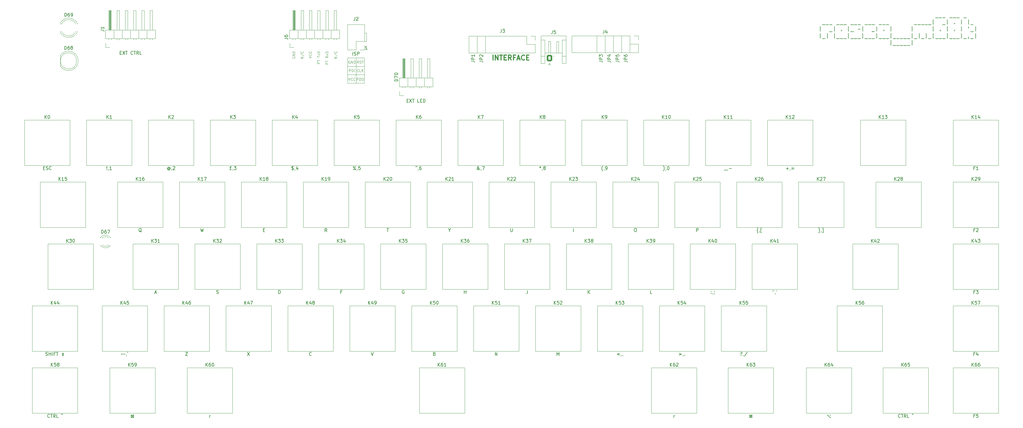
<source format=gbr>
%TF.GenerationSoftware,KiCad,Pcbnew,7.0.9*%
%TF.CreationDate,2024-01-14T03:14:42+00:00*%
%TF.ProjectId,rosco_m68k_keyboard-2,726f7363-6f5f-46d3-9638-6b5f6b657962,2*%
%TF.SameCoordinates,Original*%
%TF.FileFunction,Legend,Top*%
%TF.FilePolarity,Positive*%
%FSLAX46Y46*%
G04 Gerber Fmt 4.6, Leading zero omitted, Abs format (unit mm)*
G04 Created by KiCad (PCBNEW 7.0.9) date 2024-01-14 03:14:42*
%MOMM*%
%LPD*%
G01*
G04 APERTURE LIST*
G04 Aperture macros list*
%AMRoundRect*
0 Rectangle with rounded corners*
0 $1 Rounding radius*
0 $2 $3 $4 $5 $6 $7 $8 $9 X,Y pos of 4 corners*
0 Add a 4 corners polygon primitive as box body*
4,1,4,$2,$3,$4,$5,$6,$7,$8,$9,$2,$3,0*
0 Add four circle primitives for the rounded corners*
1,1,$1+$1,$2,$3*
1,1,$1+$1,$4,$5*
1,1,$1+$1,$6,$7*
1,1,$1+$1,$8,$9*
0 Add four rect primitives between the rounded corners*
20,1,$1+$1,$2,$3,$4,$5,0*
20,1,$1+$1,$4,$5,$6,$7,0*
20,1,$1+$1,$6,$7,$8,$9,0*
20,1,$1+$1,$8,$9,$2,$3,0*%
G04 Aperture macros list end*
%ADD10C,0.120000*%
%ADD11C,0.100000*%
%ADD12C,0.150000*%
%ADD13C,0.300000*%
%ADD14C,0.012500*%
%ADD15C,3.200000*%
%ADD16R,1.700000X1.700000*%
%ADD17O,1.700000X1.700000*%
%ADD18C,1.700000*%
%ADD19C,4.000000*%
%ADD20C,2.200000*%
%ADD21C,3.050000*%
%ADD22RoundRect,0.250000X-0.600000X-0.750000X0.600000X-0.750000X0.600000X0.750000X-0.600000X0.750000X0*%
%ADD23O,1.700000X2.000000*%
%ADD24R,1.070000X1.800000*%
%ADD25O,1.070000X1.800000*%
%ADD26R,1.800000X1.800000*%
%ADD27C,1.800000*%
%ADD28C,0.800000*%
%ADD29C,2.000000*%
G04 APERTURE END LIST*
D10*
X248412000Y-92202000D02*
X248412000Y-97282000D01*
X166620600Y-98980000D02*
X171790600Y-98980000D01*
X171790600Y-106720000D01*
X166620600Y-106720000D01*
X166620600Y-98980000D01*
X172466000Y-91305800D02*
X172466000Y-93870000D01*
X169205600Y-106720000D02*
X169205600Y-98980000D01*
X206502000Y-92290000D02*
X206502000Y-97370000D01*
X253492000Y-92202000D02*
X253492000Y-97282000D01*
X171825600Y-91305800D02*
X172466000Y-91305800D01*
X250952000Y-92202000D02*
X250952000Y-97282000D01*
X166685000Y-101550000D02*
X171820600Y-101550000D01*
X166697800Y-104120000D02*
X171743400Y-104120000D01*
X243332000Y-92202000D02*
X243332000Y-97282000D01*
X172466000Y-93875800D02*
X171825600Y-93875800D01*
X245872000Y-92202000D02*
X245872000Y-97282000D01*
X209042000Y-92290000D02*
X209042000Y-97370000D01*
D11*
X170014246Y-103180704D02*
X169976150Y-103218800D01*
X169976150Y-103218800D02*
X169861865Y-103256895D01*
X169861865Y-103256895D02*
X169785674Y-103256895D01*
X169785674Y-103256895D02*
X169671388Y-103218800D01*
X169671388Y-103218800D02*
X169595198Y-103142609D01*
X169595198Y-103142609D02*
X169557103Y-103066419D01*
X169557103Y-103066419D02*
X169519007Y-102914038D01*
X169519007Y-102914038D02*
X169519007Y-102799752D01*
X169519007Y-102799752D02*
X169557103Y-102647371D01*
X169557103Y-102647371D02*
X169595198Y-102571180D01*
X169595198Y-102571180D02*
X169671388Y-102494990D01*
X169671388Y-102494990D02*
X169785674Y-102456895D01*
X169785674Y-102456895D02*
X169861865Y-102456895D01*
X169861865Y-102456895D02*
X169976150Y-102494990D01*
X169976150Y-102494990D02*
X170014246Y-102533085D01*
X170738055Y-103256895D02*
X170357103Y-103256895D01*
X170357103Y-103256895D02*
X170357103Y-102456895D01*
X171004722Y-103256895D02*
X171004722Y-102456895D01*
X171461865Y-103256895D02*
X171119007Y-102799752D01*
X171461865Y-102456895D02*
X171004722Y-102914038D01*
D12*
X168218094Y-98167819D02*
X168218094Y-97167819D01*
X168646665Y-98120200D02*
X168789522Y-98167819D01*
X168789522Y-98167819D02*
X169027617Y-98167819D01*
X169027617Y-98167819D02*
X169122855Y-98120200D01*
X169122855Y-98120200D02*
X169170474Y-98072580D01*
X169170474Y-98072580D02*
X169218093Y-97977342D01*
X169218093Y-97977342D02*
X169218093Y-97882104D01*
X169218093Y-97882104D02*
X169170474Y-97786866D01*
X169170474Y-97786866D02*
X169122855Y-97739247D01*
X169122855Y-97739247D02*
X169027617Y-97691628D01*
X169027617Y-97691628D02*
X168837141Y-97644009D01*
X168837141Y-97644009D02*
X168741903Y-97596390D01*
X168741903Y-97596390D02*
X168694284Y-97548771D01*
X168694284Y-97548771D02*
X168646665Y-97453533D01*
X168646665Y-97453533D02*
X168646665Y-97358295D01*
X168646665Y-97358295D02*
X168694284Y-97263057D01*
X168694284Y-97263057D02*
X168741903Y-97215438D01*
X168741903Y-97215438D02*
X168837141Y-97167819D01*
X168837141Y-97167819D02*
X169075236Y-97167819D01*
X169075236Y-97167819D02*
X169218093Y-97215438D01*
X169646665Y-98167819D02*
X169646665Y-97167819D01*
X169646665Y-97167819D02*
X170027617Y-97167819D01*
X170027617Y-97167819D02*
X170122855Y-97215438D01*
X170122855Y-97215438D02*
X170170474Y-97263057D01*
X170170474Y-97263057D02*
X170218093Y-97358295D01*
X170218093Y-97358295D02*
X170218093Y-97501152D01*
X170218093Y-97501152D02*
X170170474Y-97596390D01*
X170170474Y-97596390D02*
X170122855Y-97644009D01*
X170122855Y-97644009D02*
X170027617Y-97691628D01*
X170027617Y-97691628D02*
X169646665Y-97691628D01*
X207251569Y-99961506D02*
X207965854Y-99961506D01*
X207965854Y-99961506D02*
X208108711Y-100009125D01*
X208108711Y-100009125D02*
X208203950Y-100104363D01*
X208203950Y-100104363D02*
X208251569Y-100247220D01*
X208251569Y-100247220D02*
X208251569Y-100342458D01*
X208251569Y-99485315D02*
X207251569Y-99485315D01*
X207251569Y-99485315D02*
X207251569Y-99104363D01*
X207251569Y-99104363D02*
X207299188Y-99009125D01*
X207299188Y-99009125D02*
X207346807Y-98961506D01*
X207346807Y-98961506D02*
X207442045Y-98913887D01*
X207442045Y-98913887D02*
X207584902Y-98913887D01*
X207584902Y-98913887D02*
X207680140Y-98961506D01*
X207680140Y-98961506D02*
X207727759Y-99009125D01*
X207727759Y-99009125D02*
X207775378Y-99104363D01*
X207775378Y-99104363D02*
X207775378Y-99485315D01*
X207346807Y-98532934D02*
X207299188Y-98485315D01*
X207299188Y-98485315D02*
X207251569Y-98390077D01*
X207251569Y-98390077D02*
X207251569Y-98151982D01*
X207251569Y-98151982D02*
X207299188Y-98056744D01*
X207299188Y-98056744D02*
X207346807Y-98009125D01*
X207346807Y-98009125D02*
X207442045Y-97961506D01*
X207442045Y-97961506D02*
X207537283Y-97961506D01*
X207537283Y-97961506D02*
X207680140Y-98009125D01*
X207680140Y-98009125D02*
X208251569Y-98580553D01*
X208251569Y-98580553D02*
X208251569Y-97961506D01*
D11*
X154747395Y-99047543D02*
X155547395Y-98780876D01*
X155547395Y-98780876D02*
X154747395Y-98514210D01*
X155471204Y-97790400D02*
X155509300Y-97828496D01*
X155509300Y-97828496D02*
X155547395Y-97942781D01*
X155547395Y-97942781D02*
X155547395Y-98018972D01*
X155547395Y-98018972D02*
X155509300Y-98133258D01*
X155509300Y-98133258D02*
X155433109Y-98209448D01*
X155433109Y-98209448D02*
X155356919Y-98247543D01*
X155356919Y-98247543D02*
X155204538Y-98285639D01*
X155204538Y-98285639D02*
X155090252Y-98285639D01*
X155090252Y-98285639D02*
X154937871Y-98247543D01*
X154937871Y-98247543D02*
X154861680Y-98209448D01*
X154861680Y-98209448D02*
X154785490Y-98133258D01*
X154785490Y-98133258D02*
X154747395Y-98018972D01*
X154747395Y-98018972D02*
X154747395Y-97942781D01*
X154747395Y-97942781D02*
X154785490Y-97828496D01*
X154785490Y-97828496D02*
X154823585Y-97790400D01*
X155471204Y-96990400D02*
X155509300Y-97028496D01*
X155509300Y-97028496D02*
X155547395Y-97142781D01*
X155547395Y-97142781D02*
X155547395Y-97218972D01*
X155547395Y-97218972D02*
X155509300Y-97333258D01*
X155509300Y-97333258D02*
X155433109Y-97409448D01*
X155433109Y-97409448D02*
X155356919Y-97447543D01*
X155356919Y-97447543D02*
X155204538Y-97485639D01*
X155204538Y-97485639D02*
X155090252Y-97485639D01*
X155090252Y-97485639D02*
X154937871Y-97447543D01*
X154937871Y-97447543D02*
X154861680Y-97409448D01*
X154861680Y-97409448D02*
X154785490Y-97333258D01*
X154785490Y-97333258D02*
X154747395Y-97218972D01*
X154747395Y-97218972D02*
X154747395Y-97142781D01*
X154747395Y-97142781D02*
X154785490Y-97028496D01*
X154785490Y-97028496D02*
X154823585Y-96990400D01*
X163316895Y-99123733D02*
X162516895Y-99123733D01*
X162516895Y-99123733D02*
X163316895Y-98666590D01*
X163316895Y-98666590D02*
X162516895Y-98666590D01*
X162478800Y-97714210D02*
X163507371Y-98399924D01*
X163240704Y-96990400D02*
X163278800Y-97028496D01*
X163278800Y-97028496D02*
X163316895Y-97142781D01*
X163316895Y-97142781D02*
X163316895Y-97218972D01*
X163316895Y-97218972D02*
X163278800Y-97333258D01*
X163278800Y-97333258D02*
X163202609Y-97409448D01*
X163202609Y-97409448D02*
X163126419Y-97447543D01*
X163126419Y-97447543D02*
X162974038Y-97485639D01*
X162974038Y-97485639D02*
X162859752Y-97485639D01*
X162859752Y-97485639D02*
X162707371Y-97447543D01*
X162707371Y-97447543D02*
X162631180Y-97409448D01*
X162631180Y-97409448D02*
X162554990Y-97333258D01*
X162554990Y-97333258D02*
X162516895Y-97218972D01*
X162516895Y-97218972D02*
X162516895Y-97142781D01*
X162516895Y-97142781D02*
X162554990Y-97028496D01*
X162554990Y-97028496D02*
X162593085Y-96990400D01*
X167148646Y-103256895D02*
X167148646Y-102456895D01*
X167148646Y-102456895D02*
X167453408Y-102456895D01*
X167453408Y-102456895D02*
X167529598Y-102494990D01*
X167529598Y-102494990D02*
X167567693Y-102533085D01*
X167567693Y-102533085D02*
X167605789Y-102609276D01*
X167605789Y-102609276D02*
X167605789Y-102723561D01*
X167605789Y-102723561D02*
X167567693Y-102799752D01*
X167567693Y-102799752D02*
X167529598Y-102837847D01*
X167529598Y-102837847D02*
X167453408Y-102875942D01*
X167453408Y-102875942D02*
X167148646Y-102875942D01*
X167948646Y-103256895D02*
X167948646Y-102456895D01*
X167948646Y-102456895D02*
X168139122Y-102456895D01*
X168139122Y-102456895D02*
X168253408Y-102494990D01*
X168253408Y-102494990D02*
X168329598Y-102571180D01*
X168329598Y-102571180D02*
X168367693Y-102647371D01*
X168367693Y-102647371D02*
X168405789Y-102799752D01*
X168405789Y-102799752D02*
X168405789Y-102914038D01*
X168405789Y-102914038D02*
X168367693Y-103066419D01*
X168367693Y-103066419D02*
X168329598Y-103142609D01*
X168329598Y-103142609D02*
X168253408Y-103218800D01*
X168253408Y-103218800D02*
X168139122Y-103256895D01*
X168139122Y-103256895D02*
X167948646Y-103256895D01*
X168748646Y-103256895D02*
X168748646Y-102456895D01*
D12*
X249153569Y-99961506D02*
X249867854Y-99961506D01*
X249867854Y-99961506D02*
X250010711Y-100009125D01*
X250010711Y-100009125D02*
X250105950Y-100104363D01*
X250105950Y-100104363D02*
X250153569Y-100247220D01*
X250153569Y-100247220D02*
X250153569Y-100342458D01*
X250153569Y-99485315D02*
X249153569Y-99485315D01*
X249153569Y-99485315D02*
X249153569Y-99104363D01*
X249153569Y-99104363D02*
X249201188Y-99009125D01*
X249201188Y-99009125D02*
X249248807Y-98961506D01*
X249248807Y-98961506D02*
X249344045Y-98913887D01*
X249344045Y-98913887D02*
X249486902Y-98913887D01*
X249486902Y-98913887D02*
X249582140Y-98961506D01*
X249582140Y-98961506D02*
X249629759Y-99009125D01*
X249629759Y-99009125D02*
X249677378Y-99104363D01*
X249677378Y-99104363D02*
X249677378Y-99485315D01*
X249153569Y-98009125D02*
X249153569Y-98485315D01*
X249153569Y-98485315D02*
X249629759Y-98532934D01*
X249629759Y-98532934D02*
X249582140Y-98485315D01*
X249582140Y-98485315D02*
X249534521Y-98390077D01*
X249534521Y-98390077D02*
X249534521Y-98151982D01*
X249534521Y-98151982D02*
X249582140Y-98056744D01*
X249582140Y-98056744D02*
X249629759Y-98009125D01*
X249629759Y-98009125D02*
X249724997Y-97961506D01*
X249724997Y-97961506D02*
X249963092Y-97961506D01*
X249963092Y-97961506D02*
X250058330Y-98009125D01*
X250058330Y-98009125D02*
X250105950Y-98056744D01*
X250105950Y-98056744D02*
X250153569Y-98151982D01*
X250153569Y-98151982D02*
X250153569Y-98390077D01*
X250153569Y-98390077D02*
X250105950Y-98485315D01*
X250105950Y-98485315D02*
X250058330Y-98532934D01*
D13*
X211374510Y-99622828D02*
X211374510Y-98122828D01*
X212088796Y-99622828D02*
X212088796Y-98122828D01*
X212088796Y-98122828D02*
X212945939Y-99622828D01*
X212945939Y-99622828D02*
X212945939Y-98122828D01*
X213445940Y-98122828D02*
X214303083Y-98122828D01*
X213874511Y-99622828D02*
X213874511Y-98122828D01*
X214803082Y-98837114D02*
X215303082Y-98837114D01*
X215517368Y-99622828D02*
X214803082Y-99622828D01*
X214803082Y-99622828D02*
X214803082Y-98122828D01*
X214803082Y-98122828D02*
X215517368Y-98122828D01*
X217017368Y-99622828D02*
X216517368Y-98908542D01*
X216160225Y-99622828D02*
X216160225Y-98122828D01*
X216160225Y-98122828D02*
X216731654Y-98122828D01*
X216731654Y-98122828D02*
X216874511Y-98194257D01*
X216874511Y-98194257D02*
X216945940Y-98265685D01*
X216945940Y-98265685D02*
X217017368Y-98408542D01*
X217017368Y-98408542D02*
X217017368Y-98622828D01*
X217017368Y-98622828D02*
X216945940Y-98765685D01*
X216945940Y-98765685D02*
X216874511Y-98837114D01*
X216874511Y-98837114D02*
X216731654Y-98908542D01*
X216731654Y-98908542D02*
X216160225Y-98908542D01*
X218160225Y-98837114D02*
X217660225Y-98837114D01*
X217660225Y-99622828D02*
X217660225Y-98122828D01*
X217660225Y-98122828D02*
X218374511Y-98122828D01*
X218874511Y-99194257D02*
X219588797Y-99194257D01*
X218731654Y-99622828D02*
X219231654Y-98122828D01*
X219231654Y-98122828D02*
X219731654Y-99622828D01*
X221088796Y-99479971D02*
X221017368Y-99551400D01*
X221017368Y-99551400D02*
X220803082Y-99622828D01*
X220803082Y-99622828D02*
X220660225Y-99622828D01*
X220660225Y-99622828D02*
X220445939Y-99551400D01*
X220445939Y-99551400D02*
X220303082Y-99408542D01*
X220303082Y-99408542D02*
X220231653Y-99265685D01*
X220231653Y-99265685D02*
X220160225Y-98979971D01*
X220160225Y-98979971D02*
X220160225Y-98765685D01*
X220160225Y-98765685D02*
X220231653Y-98479971D01*
X220231653Y-98479971D02*
X220303082Y-98337114D01*
X220303082Y-98337114D02*
X220445939Y-98194257D01*
X220445939Y-98194257D02*
X220660225Y-98122828D01*
X220660225Y-98122828D02*
X220803082Y-98122828D01*
X220803082Y-98122828D02*
X221017368Y-98194257D01*
X221017368Y-98194257D02*
X221088796Y-98265685D01*
X221731653Y-98837114D02*
X222231653Y-98837114D01*
X222445939Y-99622828D02*
X221731653Y-99622828D01*
X221731653Y-99622828D02*
X221731653Y-98122828D01*
X221731653Y-98122828D02*
X222445939Y-98122828D01*
D12*
X96602779Y-97390009D02*
X96936112Y-97390009D01*
X97078969Y-97913819D02*
X96602779Y-97913819D01*
X96602779Y-97913819D02*
X96602779Y-96913819D01*
X96602779Y-96913819D02*
X97078969Y-96913819D01*
X97412303Y-96913819D02*
X98078969Y-97913819D01*
X98078969Y-96913819D02*
X97412303Y-97913819D01*
X98317065Y-96913819D02*
X98888493Y-96913819D01*
X98602779Y-97913819D02*
X98602779Y-96913819D01*
X100555160Y-97818580D02*
X100507541Y-97866200D01*
X100507541Y-97866200D02*
X100364684Y-97913819D01*
X100364684Y-97913819D02*
X100269446Y-97913819D01*
X100269446Y-97913819D02*
X100126589Y-97866200D01*
X100126589Y-97866200D02*
X100031351Y-97770961D01*
X100031351Y-97770961D02*
X99983732Y-97675723D01*
X99983732Y-97675723D02*
X99936113Y-97485247D01*
X99936113Y-97485247D02*
X99936113Y-97342390D01*
X99936113Y-97342390D02*
X99983732Y-97151914D01*
X99983732Y-97151914D02*
X100031351Y-97056676D01*
X100031351Y-97056676D02*
X100126589Y-96961438D01*
X100126589Y-96961438D02*
X100269446Y-96913819D01*
X100269446Y-96913819D02*
X100364684Y-96913819D01*
X100364684Y-96913819D02*
X100507541Y-96961438D01*
X100507541Y-96961438D02*
X100555160Y-97009057D01*
X100840875Y-96913819D02*
X101412303Y-96913819D01*
X101126589Y-97913819D02*
X101126589Y-96913819D01*
X102317065Y-97913819D02*
X101983732Y-97437628D01*
X101745637Y-97913819D02*
X101745637Y-96913819D01*
X101745637Y-96913819D02*
X102126589Y-96913819D01*
X102126589Y-96913819D02*
X102221827Y-96961438D01*
X102221827Y-96961438D02*
X102269446Y-97009057D01*
X102269446Y-97009057D02*
X102317065Y-97104295D01*
X102317065Y-97104295D02*
X102317065Y-97247152D01*
X102317065Y-97247152D02*
X102269446Y-97342390D01*
X102269446Y-97342390D02*
X102221827Y-97390009D01*
X102221827Y-97390009D02*
X102126589Y-97437628D01*
X102126589Y-97437628D02*
X101745637Y-97437628D01*
X103221827Y-97913819D02*
X102745637Y-97913819D01*
X102745637Y-97913819D02*
X102745637Y-96913819D01*
X172686188Y-96345619D02*
X172114760Y-96345619D01*
X172400474Y-96345619D02*
X172400474Y-95345619D01*
X172400474Y-95345619D02*
X172305236Y-95488476D01*
X172305236Y-95488476D02*
X172209998Y-95583714D01*
X172209998Y-95583714D02*
X172114760Y-95631333D01*
X246613569Y-99961506D02*
X247327854Y-99961506D01*
X247327854Y-99961506D02*
X247470711Y-100009125D01*
X247470711Y-100009125D02*
X247565950Y-100104363D01*
X247565950Y-100104363D02*
X247613569Y-100247220D01*
X247613569Y-100247220D02*
X247613569Y-100342458D01*
X247613569Y-99485315D02*
X246613569Y-99485315D01*
X246613569Y-99485315D02*
X246613569Y-99104363D01*
X246613569Y-99104363D02*
X246661188Y-99009125D01*
X246661188Y-99009125D02*
X246708807Y-98961506D01*
X246708807Y-98961506D02*
X246804045Y-98913887D01*
X246804045Y-98913887D02*
X246946902Y-98913887D01*
X246946902Y-98913887D02*
X247042140Y-98961506D01*
X247042140Y-98961506D02*
X247089759Y-99009125D01*
X247089759Y-99009125D02*
X247137378Y-99104363D01*
X247137378Y-99104363D02*
X247137378Y-99485315D01*
X246946902Y-98056744D02*
X247613569Y-98056744D01*
X246565950Y-98294839D02*
X247280235Y-98532934D01*
X247280235Y-98532934D02*
X247280235Y-97913887D01*
D11*
X169461865Y-105946895D02*
X169461865Y-105146895D01*
X169461865Y-105146895D02*
X169766627Y-105146895D01*
X169766627Y-105146895D02*
X169842817Y-105184990D01*
X169842817Y-105184990D02*
X169880912Y-105223085D01*
X169880912Y-105223085D02*
X169919008Y-105299276D01*
X169919008Y-105299276D02*
X169919008Y-105413561D01*
X169919008Y-105413561D02*
X169880912Y-105489752D01*
X169880912Y-105489752D02*
X169842817Y-105527847D01*
X169842817Y-105527847D02*
X169766627Y-105565942D01*
X169766627Y-105565942D02*
X169461865Y-105565942D01*
X170261865Y-105946895D02*
X170261865Y-105146895D01*
X170261865Y-105146895D02*
X170452341Y-105146895D01*
X170452341Y-105146895D02*
X170566627Y-105184990D01*
X170566627Y-105184990D02*
X170642817Y-105261180D01*
X170642817Y-105261180D02*
X170680912Y-105337371D01*
X170680912Y-105337371D02*
X170719008Y-105489752D01*
X170719008Y-105489752D02*
X170719008Y-105604038D01*
X170719008Y-105604038D02*
X170680912Y-105756419D01*
X170680912Y-105756419D02*
X170642817Y-105832609D01*
X170642817Y-105832609D02*
X170566627Y-105908800D01*
X170566627Y-105908800D02*
X170452341Y-105946895D01*
X170452341Y-105946895D02*
X170261865Y-105946895D01*
X171214246Y-105146895D02*
X171366627Y-105146895D01*
X171366627Y-105146895D02*
X171442817Y-105184990D01*
X171442817Y-105184990D02*
X171519008Y-105261180D01*
X171519008Y-105261180D02*
X171557103Y-105413561D01*
X171557103Y-105413561D02*
X171557103Y-105680228D01*
X171557103Y-105680228D02*
X171519008Y-105832609D01*
X171519008Y-105832609D02*
X171442817Y-105908800D01*
X171442817Y-105908800D02*
X171366627Y-105946895D01*
X171366627Y-105946895D02*
X171214246Y-105946895D01*
X171214246Y-105946895D02*
X171138055Y-105908800D01*
X171138055Y-105908800D02*
X171061865Y-105832609D01*
X171061865Y-105832609D02*
X171023769Y-105680228D01*
X171023769Y-105680228D02*
X171023769Y-105413561D01*
X171023769Y-105413561D02*
X171061865Y-105261180D01*
X171061865Y-105261180D02*
X171138055Y-105184990D01*
X171138055Y-105184990D02*
X171214246Y-105146895D01*
D12*
X204711569Y-99961506D02*
X205425854Y-99961506D01*
X205425854Y-99961506D02*
X205568711Y-100009125D01*
X205568711Y-100009125D02*
X205663950Y-100104363D01*
X205663950Y-100104363D02*
X205711569Y-100247220D01*
X205711569Y-100247220D02*
X205711569Y-100342458D01*
X205711569Y-99485315D02*
X204711569Y-99485315D01*
X204711569Y-99485315D02*
X204711569Y-99104363D01*
X204711569Y-99104363D02*
X204759188Y-99009125D01*
X204759188Y-99009125D02*
X204806807Y-98961506D01*
X204806807Y-98961506D02*
X204902045Y-98913887D01*
X204902045Y-98913887D02*
X205044902Y-98913887D01*
X205044902Y-98913887D02*
X205140140Y-98961506D01*
X205140140Y-98961506D02*
X205187759Y-99009125D01*
X205187759Y-99009125D02*
X205235378Y-99104363D01*
X205235378Y-99104363D02*
X205235378Y-99485315D01*
X205711569Y-97961506D02*
X205711569Y-98532934D01*
X205711569Y-98247220D02*
X204711569Y-98247220D01*
X204711569Y-98247220D02*
X204854426Y-98342458D01*
X204854426Y-98342458D02*
X204949664Y-98437696D01*
X204949664Y-98437696D02*
X204997283Y-98532934D01*
X251693569Y-99961506D02*
X252407854Y-99961506D01*
X252407854Y-99961506D02*
X252550711Y-100009125D01*
X252550711Y-100009125D02*
X252645950Y-100104363D01*
X252645950Y-100104363D02*
X252693569Y-100247220D01*
X252693569Y-100247220D02*
X252693569Y-100342458D01*
X252693569Y-99485315D02*
X251693569Y-99485315D01*
X251693569Y-99485315D02*
X251693569Y-99104363D01*
X251693569Y-99104363D02*
X251741188Y-99009125D01*
X251741188Y-99009125D02*
X251788807Y-98961506D01*
X251788807Y-98961506D02*
X251884045Y-98913887D01*
X251884045Y-98913887D02*
X252026902Y-98913887D01*
X252026902Y-98913887D02*
X252122140Y-98961506D01*
X252122140Y-98961506D02*
X252169759Y-99009125D01*
X252169759Y-99009125D02*
X252217378Y-99104363D01*
X252217378Y-99104363D02*
X252217378Y-99485315D01*
X251693569Y-98056744D02*
X251693569Y-98247220D01*
X251693569Y-98247220D02*
X251741188Y-98342458D01*
X251741188Y-98342458D02*
X251788807Y-98390077D01*
X251788807Y-98390077D02*
X251931664Y-98485315D01*
X251931664Y-98485315D02*
X252122140Y-98532934D01*
X252122140Y-98532934D02*
X252503092Y-98532934D01*
X252503092Y-98532934D02*
X252598330Y-98485315D01*
X252598330Y-98485315D02*
X252645950Y-98437696D01*
X252645950Y-98437696D02*
X252693569Y-98342458D01*
X252693569Y-98342458D02*
X252693569Y-98151982D01*
X252693569Y-98151982D02*
X252645950Y-98056744D01*
X252645950Y-98056744D02*
X252598330Y-98009125D01*
X252598330Y-98009125D02*
X252503092Y-97961506D01*
X252503092Y-97961506D02*
X252264997Y-97961506D01*
X252264997Y-97961506D02*
X252169759Y-98009125D01*
X252169759Y-98009125D02*
X252122140Y-98056744D01*
X252122140Y-98056744D02*
X252074521Y-98151982D01*
X252074521Y-98151982D02*
X252074521Y-98342458D01*
X252074521Y-98342458D02*
X252122140Y-98437696D01*
X252122140Y-98437696D02*
X252169759Y-98485315D01*
X252169759Y-98485315D02*
X252264997Y-98532934D01*
D11*
X149705490Y-98666591D02*
X149667395Y-98742781D01*
X149667395Y-98742781D02*
X149667395Y-98857067D01*
X149667395Y-98857067D02*
X149705490Y-98971353D01*
X149705490Y-98971353D02*
X149781680Y-99047543D01*
X149781680Y-99047543D02*
X149857871Y-99085638D01*
X149857871Y-99085638D02*
X150010252Y-99123734D01*
X150010252Y-99123734D02*
X150124538Y-99123734D01*
X150124538Y-99123734D02*
X150276919Y-99085638D01*
X150276919Y-99085638D02*
X150353109Y-99047543D01*
X150353109Y-99047543D02*
X150429300Y-98971353D01*
X150429300Y-98971353D02*
X150467395Y-98857067D01*
X150467395Y-98857067D02*
X150467395Y-98780876D01*
X150467395Y-98780876D02*
X150429300Y-98666591D01*
X150429300Y-98666591D02*
X150391204Y-98628495D01*
X150391204Y-98628495D02*
X150124538Y-98628495D01*
X150124538Y-98628495D02*
X150124538Y-98780876D01*
X150467395Y-98285638D02*
X149667395Y-98285638D01*
X149667395Y-98285638D02*
X150467395Y-97828495D01*
X150467395Y-97828495D02*
X149667395Y-97828495D01*
X150467395Y-97447543D02*
X149667395Y-97447543D01*
X149667395Y-97447543D02*
X149667395Y-97257067D01*
X149667395Y-97257067D02*
X149705490Y-97142781D01*
X149705490Y-97142781D02*
X149781680Y-97066591D01*
X149781680Y-97066591D02*
X149857871Y-97028496D01*
X149857871Y-97028496D02*
X150010252Y-96990400D01*
X150010252Y-96990400D02*
X150124538Y-96990400D01*
X150124538Y-96990400D02*
X150276919Y-97028496D01*
X150276919Y-97028496D02*
X150353109Y-97066591D01*
X150353109Y-97066591D02*
X150429300Y-97142781D01*
X150429300Y-97142781D02*
X150467395Y-97257067D01*
X150467395Y-97257067D02*
X150467395Y-97447543D01*
X166881979Y-105146895D02*
X167148646Y-105946895D01*
X167148646Y-105946895D02*
X167415312Y-105146895D01*
X168139122Y-105870704D02*
X168101026Y-105908800D01*
X168101026Y-105908800D02*
X167986741Y-105946895D01*
X167986741Y-105946895D02*
X167910550Y-105946895D01*
X167910550Y-105946895D02*
X167796264Y-105908800D01*
X167796264Y-105908800D02*
X167720074Y-105832609D01*
X167720074Y-105832609D02*
X167681979Y-105756419D01*
X167681979Y-105756419D02*
X167643883Y-105604038D01*
X167643883Y-105604038D02*
X167643883Y-105489752D01*
X167643883Y-105489752D02*
X167681979Y-105337371D01*
X167681979Y-105337371D02*
X167720074Y-105261180D01*
X167720074Y-105261180D02*
X167796264Y-105184990D01*
X167796264Y-105184990D02*
X167910550Y-105146895D01*
X167910550Y-105146895D02*
X167986741Y-105146895D01*
X167986741Y-105146895D02*
X168101026Y-105184990D01*
X168101026Y-105184990D02*
X168139122Y-105223085D01*
X168939122Y-105870704D02*
X168901026Y-105908800D01*
X168901026Y-105908800D02*
X168786741Y-105946895D01*
X168786741Y-105946895D02*
X168710550Y-105946895D01*
X168710550Y-105946895D02*
X168596264Y-105908800D01*
X168596264Y-105908800D02*
X168520074Y-105832609D01*
X168520074Y-105832609D02*
X168481979Y-105756419D01*
X168481979Y-105756419D02*
X168443883Y-105604038D01*
X168443883Y-105604038D02*
X168443883Y-105489752D01*
X168443883Y-105489752D02*
X168481979Y-105337371D01*
X168481979Y-105337371D02*
X168520074Y-105261180D01*
X168520074Y-105261180D02*
X168596264Y-105184990D01*
X168596264Y-105184990D02*
X168710550Y-105146895D01*
X168710550Y-105146895D02*
X168786741Y-105146895D01*
X168786741Y-105146895D02*
X168901026Y-105184990D01*
X168901026Y-105184990D02*
X168939122Y-105223085D01*
X158087395Y-100723734D02*
X157287395Y-100723734D01*
X157287395Y-100723734D02*
X157287395Y-100418972D01*
X157287395Y-100418972D02*
X157325490Y-100342782D01*
X157325490Y-100342782D02*
X157363585Y-100304687D01*
X157363585Y-100304687D02*
X157439776Y-100266591D01*
X157439776Y-100266591D02*
X157554061Y-100266591D01*
X157554061Y-100266591D02*
X157630252Y-100304687D01*
X157630252Y-100304687D02*
X157668347Y-100342782D01*
X157668347Y-100342782D02*
X157706442Y-100418972D01*
X157706442Y-100418972D02*
X157706442Y-100723734D01*
X157287395Y-100038020D02*
X157287395Y-99580877D01*
X158087395Y-99809449D02*
X157287395Y-99809449D01*
X157287395Y-98818972D02*
X157287395Y-98361829D01*
X158087395Y-98590401D02*
X157287395Y-98590401D01*
X158087395Y-98171353D02*
X157554061Y-97752305D01*
X157554061Y-98171353D02*
X158087395Y-97752305D01*
X158087395Y-97447543D02*
X157287395Y-97447543D01*
X157287395Y-97447543D02*
X157287395Y-97257067D01*
X157287395Y-97257067D02*
X157325490Y-97142781D01*
X157325490Y-97142781D02*
X157401680Y-97066591D01*
X157401680Y-97066591D02*
X157477871Y-97028496D01*
X157477871Y-97028496D02*
X157630252Y-96990400D01*
X157630252Y-96990400D02*
X157744538Y-96990400D01*
X157744538Y-96990400D02*
X157896919Y-97028496D01*
X157896919Y-97028496D02*
X157973109Y-97066591D01*
X157973109Y-97066591D02*
X158049300Y-97142781D01*
X158049300Y-97142781D02*
X158087395Y-97257067D01*
X158087395Y-97257067D02*
X158087395Y-97447543D01*
X170052341Y-100686895D02*
X169785674Y-100305942D01*
X169595198Y-100686895D02*
X169595198Y-99886895D01*
X169595198Y-99886895D02*
X169899960Y-99886895D01*
X169899960Y-99886895D02*
X169976150Y-99924990D01*
X169976150Y-99924990D02*
X170014245Y-99963085D01*
X170014245Y-99963085D02*
X170052341Y-100039276D01*
X170052341Y-100039276D02*
X170052341Y-100153561D01*
X170052341Y-100153561D02*
X170014245Y-100229752D01*
X170014245Y-100229752D02*
X169976150Y-100267847D01*
X169976150Y-100267847D02*
X169899960Y-100305942D01*
X169899960Y-100305942D02*
X169595198Y-100305942D01*
X170357102Y-100648800D02*
X170471388Y-100686895D01*
X170471388Y-100686895D02*
X170661864Y-100686895D01*
X170661864Y-100686895D02*
X170738055Y-100648800D01*
X170738055Y-100648800D02*
X170776150Y-100610704D01*
X170776150Y-100610704D02*
X170814245Y-100534514D01*
X170814245Y-100534514D02*
X170814245Y-100458323D01*
X170814245Y-100458323D02*
X170776150Y-100382133D01*
X170776150Y-100382133D02*
X170738055Y-100344038D01*
X170738055Y-100344038D02*
X170661864Y-100305942D01*
X170661864Y-100305942D02*
X170509483Y-100267847D01*
X170509483Y-100267847D02*
X170433293Y-100229752D01*
X170433293Y-100229752D02*
X170395198Y-100191657D01*
X170395198Y-100191657D02*
X170357102Y-100115466D01*
X170357102Y-100115466D02*
X170357102Y-100039276D01*
X170357102Y-100039276D02*
X170395198Y-99963085D01*
X170395198Y-99963085D02*
X170433293Y-99924990D01*
X170433293Y-99924990D02*
X170509483Y-99886895D01*
X170509483Y-99886895D02*
X170699960Y-99886895D01*
X170699960Y-99886895D02*
X170814245Y-99924990D01*
X171042817Y-99886895D02*
X171499960Y-99886895D01*
X171271388Y-100686895D02*
X171271388Y-99886895D01*
D12*
X244073569Y-99961506D02*
X244787854Y-99961506D01*
X244787854Y-99961506D02*
X244930711Y-100009125D01*
X244930711Y-100009125D02*
X245025950Y-100104363D01*
X245025950Y-100104363D02*
X245073569Y-100247220D01*
X245073569Y-100247220D02*
X245073569Y-100342458D01*
X245073569Y-99485315D02*
X244073569Y-99485315D01*
X244073569Y-99485315D02*
X244073569Y-99104363D01*
X244073569Y-99104363D02*
X244121188Y-99009125D01*
X244121188Y-99009125D02*
X244168807Y-98961506D01*
X244168807Y-98961506D02*
X244264045Y-98913887D01*
X244264045Y-98913887D02*
X244406902Y-98913887D01*
X244406902Y-98913887D02*
X244502140Y-98961506D01*
X244502140Y-98961506D02*
X244549759Y-99009125D01*
X244549759Y-99009125D02*
X244597378Y-99104363D01*
X244597378Y-99104363D02*
X244597378Y-99485315D01*
X244073569Y-98580553D02*
X244073569Y-97961506D01*
X244073569Y-97961506D02*
X244454521Y-98294839D01*
X244454521Y-98294839D02*
X244454521Y-98151982D01*
X244454521Y-98151982D02*
X244502140Y-98056744D01*
X244502140Y-98056744D02*
X244549759Y-98009125D01*
X244549759Y-98009125D02*
X244644997Y-97961506D01*
X244644997Y-97961506D02*
X244883092Y-97961506D01*
X244883092Y-97961506D02*
X244978330Y-98009125D01*
X244978330Y-98009125D02*
X245025950Y-98056744D01*
X245025950Y-98056744D02*
X245073569Y-98151982D01*
X245073569Y-98151982D02*
X245073569Y-98437696D01*
X245073569Y-98437696D02*
X245025950Y-98532934D01*
X245025950Y-98532934D02*
X244978330Y-98580553D01*
X184864160Y-112122009D02*
X185197493Y-112122009D01*
X185340350Y-112645819D02*
X184864160Y-112645819D01*
X184864160Y-112645819D02*
X184864160Y-111645819D01*
X184864160Y-111645819D02*
X185340350Y-111645819D01*
X185673684Y-111645819D02*
X186340350Y-112645819D01*
X186340350Y-111645819D02*
X185673684Y-112645819D01*
X186578446Y-111645819D02*
X187149874Y-111645819D01*
X186864160Y-112645819D02*
X186864160Y-111645819D01*
X188721303Y-112645819D02*
X188245113Y-112645819D01*
X188245113Y-112645819D02*
X188245113Y-111645819D01*
X189054637Y-112122009D02*
X189387970Y-112122009D01*
X189530827Y-112645819D02*
X189054637Y-112645819D01*
X189054637Y-112645819D02*
X189054637Y-111645819D01*
X189054637Y-111645819D02*
X189530827Y-111645819D01*
X189959399Y-112645819D02*
X189959399Y-111645819D01*
X189959399Y-111645819D02*
X190197494Y-111645819D01*
X190197494Y-111645819D02*
X190340351Y-111693438D01*
X190340351Y-111693438D02*
X190435589Y-111788676D01*
X190435589Y-111788676D02*
X190483208Y-111883914D01*
X190483208Y-111883914D02*
X190530827Y-112074390D01*
X190530827Y-112074390D02*
X190530827Y-112217247D01*
X190530827Y-112217247D02*
X190483208Y-112407723D01*
X190483208Y-112407723D02*
X190435589Y-112502961D01*
X190435589Y-112502961D02*
X190340351Y-112598200D01*
X190340351Y-112598200D02*
X190197494Y-112645819D01*
X190197494Y-112645819D02*
X189959399Y-112645819D01*
D11*
X153007395Y-99123733D02*
X152207395Y-99123733D01*
X152207395Y-99123733D02*
X153007395Y-98666590D01*
X153007395Y-98666590D02*
X152207395Y-98666590D01*
X152169300Y-97714210D02*
X153197871Y-98399924D01*
X152931204Y-96990400D02*
X152969300Y-97028496D01*
X152969300Y-97028496D02*
X153007395Y-97142781D01*
X153007395Y-97142781D02*
X153007395Y-97218972D01*
X153007395Y-97218972D02*
X152969300Y-97333258D01*
X152969300Y-97333258D02*
X152893109Y-97409448D01*
X152893109Y-97409448D02*
X152816919Y-97447543D01*
X152816919Y-97447543D02*
X152664538Y-97485639D01*
X152664538Y-97485639D02*
X152550252Y-97485639D01*
X152550252Y-97485639D02*
X152397871Y-97447543D01*
X152397871Y-97447543D02*
X152321680Y-97409448D01*
X152321680Y-97409448D02*
X152245490Y-97333258D01*
X152245490Y-97333258D02*
X152207395Y-97218972D01*
X152207395Y-97218972D02*
X152207395Y-97142781D01*
X152207395Y-97142781D02*
X152245490Y-97028496D01*
X152245490Y-97028496D02*
X152283585Y-96990400D01*
X160627395Y-100914210D02*
X159827395Y-100914210D01*
X159827395Y-100914210D02*
X159827395Y-100609448D01*
X159827395Y-100609448D02*
X159865490Y-100533258D01*
X159865490Y-100533258D02*
X159903585Y-100495163D01*
X159903585Y-100495163D02*
X159979776Y-100457067D01*
X159979776Y-100457067D02*
X160094061Y-100457067D01*
X160094061Y-100457067D02*
X160170252Y-100495163D01*
X160170252Y-100495163D02*
X160208347Y-100533258D01*
X160208347Y-100533258D02*
X160246442Y-100609448D01*
X160246442Y-100609448D02*
X160246442Y-100914210D01*
X159827395Y-100228496D02*
X159827395Y-99771353D01*
X160627395Y-99999925D02*
X159827395Y-99999925D01*
X160627395Y-98438019D02*
X160246442Y-98704686D01*
X160627395Y-98895162D02*
X159827395Y-98895162D01*
X159827395Y-98895162D02*
X159827395Y-98590400D01*
X159827395Y-98590400D02*
X159865490Y-98514210D01*
X159865490Y-98514210D02*
X159903585Y-98476115D01*
X159903585Y-98476115D02*
X159979776Y-98438019D01*
X159979776Y-98438019D02*
X160094061Y-98438019D01*
X160094061Y-98438019D02*
X160170252Y-98476115D01*
X160170252Y-98476115D02*
X160208347Y-98514210D01*
X160208347Y-98514210D02*
X160246442Y-98590400D01*
X160246442Y-98590400D02*
X160246442Y-98895162D01*
X160627395Y-98171353D02*
X160094061Y-97752305D01*
X160094061Y-98171353D02*
X160627395Y-97752305D01*
X160627395Y-97447543D02*
X159827395Y-97447543D01*
X159827395Y-97447543D02*
X159827395Y-97257067D01*
X159827395Y-97257067D02*
X159865490Y-97142781D01*
X159865490Y-97142781D02*
X159941680Y-97066591D01*
X159941680Y-97066591D02*
X160017871Y-97028496D01*
X160017871Y-97028496D02*
X160170252Y-96990400D01*
X160170252Y-96990400D02*
X160284538Y-96990400D01*
X160284538Y-96990400D02*
X160436919Y-97028496D01*
X160436919Y-97028496D02*
X160513109Y-97066591D01*
X160513109Y-97066591D02*
X160589300Y-97142781D01*
X160589300Y-97142781D02*
X160627395Y-97257067D01*
X160627395Y-97257067D02*
X160627395Y-97447543D01*
X167339122Y-99924990D02*
X167262932Y-99886895D01*
X167262932Y-99886895D02*
X167148646Y-99886895D01*
X167148646Y-99886895D02*
X167034360Y-99924990D01*
X167034360Y-99924990D02*
X166958170Y-100001180D01*
X166958170Y-100001180D02*
X166920075Y-100077371D01*
X166920075Y-100077371D02*
X166881979Y-100229752D01*
X166881979Y-100229752D02*
X166881979Y-100344038D01*
X166881979Y-100344038D02*
X166920075Y-100496419D01*
X166920075Y-100496419D02*
X166958170Y-100572609D01*
X166958170Y-100572609D02*
X167034360Y-100648800D01*
X167034360Y-100648800D02*
X167148646Y-100686895D01*
X167148646Y-100686895D02*
X167224837Y-100686895D01*
X167224837Y-100686895D02*
X167339122Y-100648800D01*
X167339122Y-100648800D02*
X167377218Y-100610704D01*
X167377218Y-100610704D02*
X167377218Y-100344038D01*
X167377218Y-100344038D02*
X167224837Y-100344038D01*
X167720075Y-100686895D02*
X167720075Y-99886895D01*
X167720075Y-99886895D02*
X168177218Y-100686895D01*
X168177218Y-100686895D02*
X168177218Y-99886895D01*
X168558170Y-100686895D02*
X168558170Y-99886895D01*
X168558170Y-99886895D02*
X168748646Y-99886895D01*
X168748646Y-99886895D02*
X168862932Y-99924990D01*
X168862932Y-99924990D02*
X168939122Y-100001180D01*
X168939122Y-100001180D02*
X168977217Y-100077371D01*
X168977217Y-100077371D02*
X169015313Y-100229752D01*
X169015313Y-100229752D02*
X169015313Y-100344038D01*
X169015313Y-100344038D02*
X168977217Y-100496419D01*
X168977217Y-100496419D02*
X168939122Y-100572609D01*
X168939122Y-100572609D02*
X168862932Y-100648800D01*
X168862932Y-100648800D02*
X168748646Y-100686895D01*
X168748646Y-100686895D02*
X168558170Y-100686895D01*
D12*
X168892266Y-86454819D02*
X168892266Y-87169104D01*
X168892266Y-87169104D02*
X168844647Y-87311961D01*
X168844647Y-87311961D02*
X168749409Y-87407200D01*
X168749409Y-87407200D02*
X168606552Y-87454819D01*
X168606552Y-87454819D02*
X168511314Y-87454819D01*
X169320838Y-86550057D02*
X169368457Y-86502438D01*
X169368457Y-86502438D02*
X169463695Y-86454819D01*
X169463695Y-86454819D02*
X169701790Y-86454819D01*
X169701790Y-86454819D02*
X169797028Y-86502438D01*
X169797028Y-86502438D02*
X169844647Y-86550057D01*
X169844647Y-86550057D02*
X169892266Y-86645295D01*
X169892266Y-86645295D02*
X169892266Y-86740533D01*
X169892266Y-86740533D02*
X169844647Y-86883390D01*
X169844647Y-86883390D02*
X169273219Y-87454819D01*
X169273219Y-87454819D02*
X169892266Y-87454819D01*
X177782014Y-136674819D02*
X177782014Y-135674819D01*
X178353442Y-136674819D02*
X177924871Y-136103390D01*
X178353442Y-135674819D02*
X177782014Y-136246247D01*
X178734395Y-135770057D02*
X178782014Y-135722438D01*
X178782014Y-135722438D02*
X178877252Y-135674819D01*
X178877252Y-135674819D02*
X179115347Y-135674819D01*
X179115347Y-135674819D02*
X179210585Y-135722438D01*
X179210585Y-135722438D02*
X179258204Y-135770057D01*
X179258204Y-135770057D02*
X179305823Y-135865295D01*
X179305823Y-135865295D02*
X179305823Y-135960533D01*
X179305823Y-135960533D02*
X179258204Y-136103390D01*
X179258204Y-136103390D02*
X178686776Y-136674819D01*
X178686776Y-136674819D02*
X179305823Y-136674819D01*
X179924871Y-135674819D02*
X180020109Y-135674819D01*
X180020109Y-135674819D02*
X180115347Y-135722438D01*
X180115347Y-135722438D02*
X180162966Y-135770057D01*
X180162966Y-135770057D02*
X180210585Y-135865295D01*
X180210585Y-135865295D02*
X180258204Y-136055771D01*
X180258204Y-136055771D02*
X180258204Y-136293866D01*
X180258204Y-136293866D02*
X180210585Y-136484342D01*
X180210585Y-136484342D02*
X180162966Y-136579580D01*
X180162966Y-136579580D02*
X180115347Y-136627200D01*
X180115347Y-136627200D02*
X180020109Y-136674819D01*
X180020109Y-136674819D02*
X179924871Y-136674819D01*
X179924871Y-136674819D02*
X179829633Y-136627200D01*
X179829633Y-136627200D02*
X179782014Y-136579580D01*
X179782014Y-136579580D02*
X179734395Y-136484342D01*
X179734395Y-136484342D02*
X179686776Y-136293866D01*
X179686776Y-136293866D02*
X179686776Y-136055771D01*
X179686776Y-136055771D02*
X179734395Y-135865295D01*
X179734395Y-135865295D02*
X179782014Y-135770057D01*
X179782014Y-135770057D02*
X179829633Y-135722438D01*
X179829633Y-135722438D02*
X179924871Y-135674819D01*
X178710586Y-151422819D02*
X179282014Y-151422819D01*
X178996300Y-152422819D02*
X178996300Y-151422819D01*
X187783205Y-117624819D02*
X187783205Y-116624819D01*
X188354633Y-117624819D02*
X187926062Y-117053390D01*
X188354633Y-116624819D02*
X187783205Y-117196247D01*
X189211776Y-116624819D02*
X189021300Y-116624819D01*
X189021300Y-116624819D02*
X188926062Y-116672438D01*
X188926062Y-116672438D02*
X188878443Y-116720057D01*
X188878443Y-116720057D02*
X188783205Y-116862914D01*
X188783205Y-116862914D02*
X188735586Y-117053390D01*
X188735586Y-117053390D02*
X188735586Y-117434342D01*
X188735586Y-117434342D02*
X188783205Y-117529580D01*
X188783205Y-117529580D02*
X188830824Y-117577200D01*
X188830824Y-117577200D02*
X188926062Y-117624819D01*
X188926062Y-117624819D02*
X189116538Y-117624819D01*
X189116538Y-117624819D02*
X189211776Y-117577200D01*
X189211776Y-117577200D02*
X189259395Y-117529580D01*
X189259395Y-117529580D02*
X189307014Y-117434342D01*
X189307014Y-117434342D02*
X189307014Y-117196247D01*
X189307014Y-117196247D02*
X189259395Y-117101009D01*
X189259395Y-117101009D02*
X189211776Y-117053390D01*
X189211776Y-117053390D02*
X189116538Y-117005771D01*
X189116538Y-117005771D02*
X188926062Y-117005771D01*
X188926062Y-117005771D02*
X188830824Y-117053390D01*
X188830824Y-117053390D02*
X188783205Y-117101009D01*
X188783205Y-117101009D02*
X188735586Y-117196247D01*
X187616538Y-132468057D02*
X187807014Y-132325200D01*
X187807014Y-132325200D02*
X187997490Y-132468057D01*
X188378443Y-133325200D02*
X188378443Y-133372819D01*
X188378443Y-133372819D02*
X188330824Y-133468057D01*
X188330824Y-133468057D02*
X188283205Y-133515676D01*
X189235585Y-132372819D02*
X189045109Y-132372819D01*
X189045109Y-132372819D02*
X188949871Y-132420438D01*
X188949871Y-132420438D02*
X188902252Y-132468057D01*
X188902252Y-132468057D02*
X188807014Y-132610914D01*
X188807014Y-132610914D02*
X188759395Y-132801390D01*
X188759395Y-132801390D02*
X188759395Y-133182342D01*
X188759395Y-133182342D02*
X188807014Y-133277580D01*
X188807014Y-133277580D02*
X188854633Y-133325200D01*
X188854633Y-133325200D02*
X188949871Y-133372819D01*
X188949871Y-133372819D02*
X189140347Y-133372819D01*
X189140347Y-133372819D02*
X189235585Y-133325200D01*
X189235585Y-133325200D02*
X189283204Y-133277580D01*
X189283204Y-133277580D02*
X189330823Y-133182342D01*
X189330823Y-133182342D02*
X189330823Y-132944247D01*
X189330823Y-132944247D02*
X189283204Y-132849009D01*
X189283204Y-132849009D02*
X189235585Y-132801390D01*
X189235585Y-132801390D02*
X189140347Y-132753771D01*
X189140347Y-132753771D02*
X188949871Y-132753771D01*
X188949871Y-132753771D02*
X188854633Y-132801390D01*
X188854633Y-132801390D02*
X188807014Y-132849009D01*
X188807014Y-132849009D02*
X188759395Y-132944247D01*
X292082014Y-136674819D02*
X292082014Y-135674819D01*
X292653442Y-136674819D02*
X292224871Y-136103390D01*
X292653442Y-135674819D02*
X292082014Y-136246247D01*
X293034395Y-135770057D02*
X293082014Y-135722438D01*
X293082014Y-135722438D02*
X293177252Y-135674819D01*
X293177252Y-135674819D02*
X293415347Y-135674819D01*
X293415347Y-135674819D02*
X293510585Y-135722438D01*
X293510585Y-135722438D02*
X293558204Y-135770057D01*
X293558204Y-135770057D02*
X293605823Y-135865295D01*
X293605823Y-135865295D02*
X293605823Y-135960533D01*
X293605823Y-135960533D02*
X293558204Y-136103390D01*
X293558204Y-136103390D02*
X292986776Y-136674819D01*
X292986776Y-136674819D02*
X293605823Y-136674819D01*
X294462966Y-135674819D02*
X294272490Y-135674819D01*
X294272490Y-135674819D02*
X294177252Y-135722438D01*
X294177252Y-135722438D02*
X294129633Y-135770057D01*
X294129633Y-135770057D02*
X294034395Y-135912914D01*
X294034395Y-135912914D02*
X293986776Y-136103390D01*
X293986776Y-136103390D02*
X293986776Y-136484342D01*
X293986776Y-136484342D02*
X294034395Y-136579580D01*
X294034395Y-136579580D02*
X294082014Y-136627200D01*
X294082014Y-136627200D02*
X294177252Y-136674819D01*
X294177252Y-136674819D02*
X294367728Y-136674819D01*
X294367728Y-136674819D02*
X294462966Y-136627200D01*
X294462966Y-136627200D02*
X294510585Y-136579580D01*
X294510585Y-136579580D02*
X294558204Y-136484342D01*
X294558204Y-136484342D02*
X294558204Y-136246247D01*
X294558204Y-136246247D02*
X294510585Y-136151009D01*
X294510585Y-136151009D02*
X294462966Y-136103390D01*
X294462966Y-136103390D02*
X294367728Y-136055771D01*
X294367728Y-136055771D02*
X294177252Y-136055771D01*
X294177252Y-136055771D02*
X294082014Y-136103390D01*
X294082014Y-136103390D02*
X294034395Y-136151009D01*
X294034395Y-136151009D02*
X293986776Y-136246247D01*
X292915347Y-152803771D02*
X292867728Y-152803771D01*
X292867728Y-152803771D02*
X292772490Y-152756152D01*
X292772490Y-152756152D02*
X292724871Y-152660914D01*
X292724871Y-152660914D02*
X292724871Y-152184723D01*
X292724871Y-152184723D02*
X292677252Y-152089485D01*
X292677252Y-152089485D02*
X292582014Y-152041866D01*
X292582014Y-152041866D02*
X292677252Y-151994247D01*
X292677252Y-151994247D02*
X292724871Y-151899009D01*
X292724871Y-151899009D02*
X292724871Y-151422819D01*
X292724871Y-151422819D02*
X292772490Y-151327580D01*
X292772490Y-151327580D02*
X292867728Y-151279961D01*
X292867728Y-151279961D02*
X292915347Y-151279961D01*
X293343919Y-152375200D02*
X293343919Y-152422819D01*
X293343919Y-152422819D02*
X293296300Y-152518057D01*
X293296300Y-152518057D02*
X293248681Y-152565676D01*
X294058204Y-152756152D02*
X293820109Y-152756152D01*
X293820109Y-152756152D02*
X293820109Y-151327580D01*
X293820109Y-151327580D02*
X294058204Y-151327580D01*
X115869514Y-174774819D02*
X115869514Y-173774819D01*
X116440942Y-174774819D02*
X116012371Y-174203390D01*
X116440942Y-173774819D02*
X115869514Y-174346247D01*
X117298085Y-174108152D02*
X117298085Y-174774819D01*
X117059990Y-173727200D02*
X116821895Y-174441485D01*
X116821895Y-174441485D02*
X117440942Y-174441485D01*
X118250466Y-173774819D02*
X118059990Y-173774819D01*
X118059990Y-173774819D02*
X117964752Y-173822438D01*
X117964752Y-173822438D02*
X117917133Y-173870057D01*
X117917133Y-173870057D02*
X117821895Y-174012914D01*
X117821895Y-174012914D02*
X117774276Y-174203390D01*
X117774276Y-174203390D02*
X117774276Y-174584342D01*
X117774276Y-174584342D02*
X117821895Y-174679580D01*
X117821895Y-174679580D02*
X117869514Y-174727200D01*
X117869514Y-174727200D02*
X117964752Y-174774819D01*
X117964752Y-174774819D02*
X118155228Y-174774819D01*
X118155228Y-174774819D02*
X118250466Y-174727200D01*
X118250466Y-174727200D02*
X118298085Y-174679580D01*
X118298085Y-174679580D02*
X118345704Y-174584342D01*
X118345704Y-174584342D02*
X118345704Y-174346247D01*
X118345704Y-174346247D02*
X118298085Y-174251009D01*
X118298085Y-174251009D02*
X118250466Y-174203390D01*
X118250466Y-174203390D02*
X118155228Y-174155771D01*
X118155228Y-174155771D02*
X117964752Y-174155771D01*
X117964752Y-174155771D02*
X117869514Y-174203390D01*
X117869514Y-174203390D02*
X117821895Y-174251009D01*
X117821895Y-174251009D02*
X117774276Y-174346247D01*
X116750467Y-189522819D02*
X117417133Y-189522819D01*
X117417133Y-189522819D02*
X116750467Y-190522819D01*
X116750467Y-190522819D02*
X117417133Y-190522819D01*
X249219514Y-174774819D02*
X249219514Y-173774819D01*
X249790942Y-174774819D02*
X249362371Y-174203390D01*
X249790942Y-173774819D02*
X249219514Y-174346247D01*
X250695704Y-173774819D02*
X250219514Y-173774819D01*
X250219514Y-173774819D02*
X250171895Y-174251009D01*
X250171895Y-174251009D02*
X250219514Y-174203390D01*
X250219514Y-174203390D02*
X250314752Y-174155771D01*
X250314752Y-174155771D02*
X250552847Y-174155771D01*
X250552847Y-174155771D02*
X250648085Y-174203390D01*
X250648085Y-174203390D02*
X250695704Y-174251009D01*
X250695704Y-174251009D02*
X250743323Y-174346247D01*
X250743323Y-174346247D02*
X250743323Y-174584342D01*
X250743323Y-174584342D02*
X250695704Y-174679580D01*
X250695704Y-174679580D02*
X250648085Y-174727200D01*
X250648085Y-174727200D02*
X250552847Y-174774819D01*
X250552847Y-174774819D02*
X250314752Y-174774819D01*
X250314752Y-174774819D02*
X250219514Y-174727200D01*
X250219514Y-174727200D02*
X250171895Y-174679580D01*
X251076657Y-173774819D02*
X251695704Y-173774819D01*
X251695704Y-173774819D02*
X251362371Y-174155771D01*
X251362371Y-174155771D02*
X251505228Y-174155771D01*
X251505228Y-174155771D02*
X251600466Y-174203390D01*
X251600466Y-174203390D02*
X251648085Y-174251009D01*
X251648085Y-174251009D02*
X251695704Y-174346247D01*
X251695704Y-174346247D02*
X251695704Y-174584342D01*
X251695704Y-174584342D02*
X251648085Y-174679580D01*
X251648085Y-174679580D02*
X251600466Y-174727200D01*
X251600466Y-174727200D02*
X251505228Y-174774819D01*
X251505228Y-174774819D02*
X251219514Y-174774819D01*
X251219514Y-174774819D02*
X251124276Y-174727200D01*
X251124276Y-174727200D02*
X251076657Y-174679580D01*
X250338563Y-189856152D02*
X249576658Y-190141866D01*
X249576658Y-190141866D02*
X250338563Y-190427580D01*
X250862372Y-190475200D02*
X250862372Y-190522819D01*
X250862372Y-190522819D02*
X250814753Y-190618057D01*
X250814753Y-190618057D02*
X250767134Y-190665676D01*
X251338562Y-190475200D02*
X251338562Y-190522819D01*
X251338562Y-190522819D02*
X251290943Y-190618057D01*
X251290943Y-190618057D02*
X251243324Y-190665676D01*
X253982014Y-136674819D02*
X253982014Y-135674819D01*
X254553442Y-136674819D02*
X254124871Y-136103390D01*
X254553442Y-135674819D02*
X253982014Y-136246247D01*
X254934395Y-135770057D02*
X254982014Y-135722438D01*
X254982014Y-135722438D02*
X255077252Y-135674819D01*
X255077252Y-135674819D02*
X255315347Y-135674819D01*
X255315347Y-135674819D02*
X255410585Y-135722438D01*
X255410585Y-135722438D02*
X255458204Y-135770057D01*
X255458204Y-135770057D02*
X255505823Y-135865295D01*
X255505823Y-135865295D02*
X255505823Y-135960533D01*
X255505823Y-135960533D02*
X255458204Y-136103390D01*
X255458204Y-136103390D02*
X254886776Y-136674819D01*
X254886776Y-136674819D02*
X255505823Y-136674819D01*
X256362966Y-136008152D02*
X256362966Y-136674819D01*
X256124871Y-135627200D02*
X255886776Y-136341485D01*
X255886776Y-136341485D02*
X256505823Y-136341485D01*
X255101062Y-151422819D02*
X255291538Y-151422819D01*
X255291538Y-151422819D02*
X255386776Y-151470438D01*
X255386776Y-151470438D02*
X255482014Y-151565676D01*
X255482014Y-151565676D02*
X255529633Y-151756152D01*
X255529633Y-151756152D02*
X255529633Y-152089485D01*
X255529633Y-152089485D02*
X255482014Y-152279961D01*
X255482014Y-152279961D02*
X255386776Y-152375200D01*
X255386776Y-152375200D02*
X255291538Y-152422819D01*
X255291538Y-152422819D02*
X255101062Y-152422819D01*
X255101062Y-152422819D02*
X255005824Y-152375200D01*
X255005824Y-152375200D02*
X254910586Y-152279961D01*
X254910586Y-152279961D02*
X254862967Y-152089485D01*
X254862967Y-152089485D02*
X254862967Y-151756152D01*
X254862967Y-151756152D02*
X254910586Y-151565676D01*
X254910586Y-151565676D02*
X255005824Y-151470438D01*
X255005824Y-151470438D02*
X255101062Y-151422819D01*
X101582014Y-136674819D02*
X101582014Y-135674819D01*
X102153442Y-136674819D02*
X101724871Y-136103390D01*
X102153442Y-135674819D02*
X101582014Y-136246247D01*
X103105823Y-136674819D02*
X102534395Y-136674819D01*
X102820109Y-136674819D02*
X102820109Y-135674819D01*
X102820109Y-135674819D02*
X102724871Y-135817676D01*
X102724871Y-135817676D02*
X102629633Y-135912914D01*
X102629633Y-135912914D02*
X102534395Y-135960533D01*
X103962966Y-135674819D02*
X103772490Y-135674819D01*
X103772490Y-135674819D02*
X103677252Y-135722438D01*
X103677252Y-135722438D02*
X103629633Y-135770057D01*
X103629633Y-135770057D02*
X103534395Y-135912914D01*
X103534395Y-135912914D02*
X103486776Y-136103390D01*
X103486776Y-136103390D02*
X103486776Y-136484342D01*
X103486776Y-136484342D02*
X103534395Y-136579580D01*
X103534395Y-136579580D02*
X103582014Y-136627200D01*
X103582014Y-136627200D02*
X103677252Y-136674819D01*
X103677252Y-136674819D02*
X103867728Y-136674819D01*
X103867728Y-136674819D02*
X103962966Y-136627200D01*
X103962966Y-136627200D02*
X104010585Y-136579580D01*
X104010585Y-136579580D02*
X104058204Y-136484342D01*
X104058204Y-136484342D02*
X104058204Y-136246247D01*
X104058204Y-136246247D02*
X104010585Y-136151009D01*
X104010585Y-136151009D02*
X103962966Y-136103390D01*
X103962966Y-136103390D02*
X103867728Y-136055771D01*
X103867728Y-136055771D02*
X103677252Y-136055771D01*
X103677252Y-136055771D02*
X103582014Y-136103390D01*
X103582014Y-136103390D02*
X103534395Y-136151009D01*
X103534395Y-136151009D02*
X103486776Y-136246247D01*
X103177252Y-152518057D02*
X103082014Y-152470438D01*
X103082014Y-152470438D02*
X102986776Y-152375200D01*
X102986776Y-152375200D02*
X102843919Y-152232342D01*
X102843919Y-152232342D02*
X102748681Y-152184723D01*
X102748681Y-152184723D02*
X102653443Y-152184723D01*
X102701062Y-152422819D02*
X102605824Y-152375200D01*
X102605824Y-152375200D02*
X102510586Y-152279961D01*
X102510586Y-152279961D02*
X102462967Y-152089485D01*
X102462967Y-152089485D02*
X102462967Y-151756152D01*
X102462967Y-151756152D02*
X102510586Y-151565676D01*
X102510586Y-151565676D02*
X102605824Y-151470438D01*
X102605824Y-151470438D02*
X102701062Y-151422819D01*
X102701062Y-151422819D02*
X102891538Y-151422819D01*
X102891538Y-151422819D02*
X102986776Y-151470438D01*
X102986776Y-151470438D02*
X103082014Y-151565676D01*
X103082014Y-151565676D02*
X103129633Y-151756152D01*
X103129633Y-151756152D02*
X103129633Y-152089485D01*
X103129633Y-152089485D02*
X103082014Y-152279961D01*
X103082014Y-152279961D02*
X102986776Y-152375200D01*
X102986776Y-152375200D02*
X102891538Y-152422819D01*
X102891538Y-152422819D02*
X102701062Y-152422819D01*
X230169514Y-174774819D02*
X230169514Y-173774819D01*
X230740942Y-174774819D02*
X230312371Y-174203390D01*
X230740942Y-173774819D02*
X230169514Y-174346247D01*
X231645704Y-173774819D02*
X231169514Y-173774819D01*
X231169514Y-173774819D02*
X231121895Y-174251009D01*
X231121895Y-174251009D02*
X231169514Y-174203390D01*
X231169514Y-174203390D02*
X231264752Y-174155771D01*
X231264752Y-174155771D02*
X231502847Y-174155771D01*
X231502847Y-174155771D02*
X231598085Y-174203390D01*
X231598085Y-174203390D02*
X231645704Y-174251009D01*
X231645704Y-174251009D02*
X231693323Y-174346247D01*
X231693323Y-174346247D02*
X231693323Y-174584342D01*
X231693323Y-174584342D02*
X231645704Y-174679580D01*
X231645704Y-174679580D02*
X231598085Y-174727200D01*
X231598085Y-174727200D02*
X231502847Y-174774819D01*
X231502847Y-174774819D02*
X231264752Y-174774819D01*
X231264752Y-174774819D02*
X231169514Y-174727200D01*
X231169514Y-174727200D02*
X231121895Y-174679580D01*
X232074276Y-173870057D02*
X232121895Y-173822438D01*
X232121895Y-173822438D02*
X232217133Y-173774819D01*
X232217133Y-173774819D02*
X232455228Y-173774819D01*
X232455228Y-173774819D02*
X232550466Y-173822438D01*
X232550466Y-173822438D02*
X232598085Y-173870057D01*
X232598085Y-173870057D02*
X232645704Y-173965295D01*
X232645704Y-173965295D02*
X232645704Y-174060533D01*
X232645704Y-174060533D02*
X232598085Y-174203390D01*
X232598085Y-174203390D02*
X232026657Y-174774819D01*
X232026657Y-174774819D02*
X232645704Y-174774819D01*
X231050467Y-190522819D02*
X231050467Y-189522819D01*
X231050467Y-189522819D02*
X231383800Y-190237104D01*
X231383800Y-190237104D02*
X231717133Y-189522819D01*
X231717133Y-189522819D02*
X231717133Y-190522819D01*
X192069514Y-174774819D02*
X192069514Y-173774819D01*
X192640942Y-174774819D02*
X192212371Y-174203390D01*
X192640942Y-173774819D02*
X192069514Y-174346247D01*
X193545704Y-173774819D02*
X193069514Y-173774819D01*
X193069514Y-173774819D02*
X193021895Y-174251009D01*
X193021895Y-174251009D02*
X193069514Y-174203390D01*
X193069514Y-174203390D02*
X193164752Y-174155771D01*
X193164752Y-174155771D02*
X193402847Y-174155771D01*
X193402847Y-174155771D02*
X193498085Y-174203390D01*
X193498085Y-174203390D02*
X193545704Y-174251009D01*
X193545704Y-174251009D02*
X193593323Y-174346247D01*
X193593323Y-174346247D02*
X193593323Y-174584342D01*
X193593323Y-174584342D02*
X193545704Y-174679580D01*
X193545704Y-174679580D02*
X193498085Y-174727200D01*
X193498085Y-174727200D02*
X193402847Y-174774819D01*
X193402847Y-174774819D02*
X193164752Y-174774819D01*
X193164752Y-174774819D02*
X193069514Y-174727200D01*
X193069514Y-174727200D02*
X193021895Y-174679580D01*
X194212371Y-173774819D02*
X194307609Y-173774819D01*
X194307609Y-173774819D02*
X194402847Y-173822438D01*
X194402847Y-173822438D02*
X194450466Y-173870057D01*
X194450466Y-173870057D02*
X194498085Y-173965295D01*
X194498085Y-173965295D02*
X194545704Y-174155771D01*
X194545704Y-174155771D02*
X194545704Y-174393866D01*
X194545704Y-174393866D02*
X194498085Y-174584342D01*
X194498085Y-174584342D02*
X194450466Y-174679580D01*
X194450466Y-174679580D02*
X194402847Y-174727200D01*
X194402847Y-174727200D02*
X194307609Y-174774819D01*
X194307609Y-174774819D02*
X194212371Y-174774819D01*
X194212371Y-174774819D02*
X194117133Y-174727200D01*
X194117133Y-174727200D02*
X194069514Y-174679580D01*
X194069514Y-174679580D02*
X194021895Y-174584342D01*
X194021895Y-174584342D02*
X193974276Y-174393866D01*
X193974276Y-174393866D02*
X193974276Y-174155771D01*
X193974276Y-174155771D02*
X194021895Y-173965295D01*
X194021895Y-173965295D02*
X194069514Y-173870057D01*
X194069514Y-173870057D02*
X194117133Y-173822438D01*
X194117133Y-173822438D02*
X194212371Y-173774819D01*
X193355228Y-189999009D02*
X193498085Y-190046628D01*
X193498085Y-190046628D02*
X193545704Y-190094247D01*
X193545704Y-190094247D02*
X193593323Y-190189485D01*
X193593323Y-190189485D02*
X193593323Y-190332342D01*
X193593323Y-190332342D02*
X193545704Y-190427580D01*
X193545704Y-190427580D02*
X193498085Y-190475200D01*
X193498085Y-190475200D02*
X193402847Y-190522819D01*
X193402847Y-190522819D02*
X193021895Y-190522819D01*
X193021895Y-190522819D02*
X193021895Y-189522819D01*
X193021895Y-189522819D02*
X193355228Y-189522819D01*
X193355228Y-189522819D02*
X193450466Y-189570438D01*
X193450466Y-189570438D02*
X193498085Y-189618057D01*
X193498085Y-189618057D02*
X193545704Y-189713295D01*
X193545704Y-189713295D02*
X193545704Y-189808533D01*
X193545704Y-189808533D02*
X193498085Y-189903771D01*
X193498085Y-189903771D02*
X193450466Y-189951390D01*
X193450466Y-189951390D02*
X193355228Y-189999009D01*
X193355228Y-189999009D02*
X193021895Y-189999009D01*
X106344514Y-155724819D02*
X106344514Y-154724819D01*
X106915942Y-155724819D02*
X106487371Y-155153390D01*
X106915942Y-154724819D02*
X106344514Y-155296247D01*
X107249276Y-154724819D02*
X107868323Y-154724819D01*
X107868323Y-154724819D02*
X107534990Y-155105771D01*
X107534990Y-155105771D02*
X107677847Y-155105771D01*
X107677847Y-155105771D02*
X107773085Y-155153390D01*
X107773085Y-155153390D02*
X107820704Y-155201009D01*
X107820704Y-155201009D02*
X107868323Y-155296247D01*
X107868323Y-155296247D02*
X107868323Y-155534342D01*
X107868323Y-155534342D02*
X107820704Y-155629580D01*
X107820704Y-155629580D02*
X107773085Y-155677200D01*
X107773085Y-155677200D02*
X107677847Y-155724819D01*
X107677847Y-155724819D02*
X107392133Y-155724819D01*
X107392133Y-155724819D02*
X107296895Y-155677200D01*
X107296895Y-155677200D02*
X107249276Y-155629580D01*
X108820704Y-155724819D02*
X108249276Y-155724819D01*
X108534990Y-155724819D02*
X108534990Y-154724819D01*
X108534990Y-154724819D02*
X108439752Y-154867676D01*
X108439752Y-154867676D02*
X108344514Y-154962914D01*
X108344514Y-154962914D02*
X108249276Y-155010533D01*
X107320705Y-171187104D02*
X107796895Y-171187104D01*
X107225467Y-171472819D02*
X107558800Y-170472819D01*
X107558800Y-170472819D02*
X107892133Y-171472819D01*
X323038214Y-174774819D02*
X323038214Y-173774819D01*
X323609642Y-174774819D02*
X323181071Y-174203390D01*
X323609642Y-173774819D02*
X323038214Y-174346247D01*
X324514404Y-173774819D02*
X324038214Y-173774819D01*
X324038214Y-173774819D02*
X323990595Y-174251009D01*
X323990595Y-174251009D02*
X324038214Y-174203390D01*
X324038214Y-174203390D02*
X324133452Y-174155771D01*
X324133452Y-174155771D02*
X324371547Y-174155771D01*
X324371547Y-174155771D02*
X324466785Y-174203390D01*
X324466785Y-174203390D02*
X324514404Y-174251009D01*
X324514404Y-174251009D02*
X324562023Y-174346247D01*
X324562023Y-174346247D02*
X324562023Y-174584342D01*
X324562023Y-174584342D02*
X324514404Y-174679580D01*
X324514404Y-174679580D02*
X324466785Y-174727200D01*
X324466785Y-174727200D02*
X324371547Y-174774819D01*
X324371547Y-174774819D02*
X324133452Y-174774819D01*
X324133452Y-174774819D02*
X324038214Y-174727200D01*
X324038214Y-174727200D02*
X323990595Y-174679580D01*
X325419166Y-173774819D02*
X325228690Y-173774819D01*
X325228690Y-173774819D02*
X325133452Y-173822438D01*
X325133452Y-173822438D02*
X325085833Y-173870057D01*
X325085833Y-173870057D02*
X324990595Y-174012914D01*
X324990595Y-174012914D02*
X324942976Y-174203390D01*
X324942976Y-174203390D02*
X324942976Y-174584342D01*
X324942976Y-174584342D02*
X324990595Y-174679580D01*
X324990595Y-174679580D02*
X325038214Y-174727200D01*
X325038214Y-174727200D02*
X325133452Y-174774819D01*
X325133452Y-174774819D02*
X325323928Y-174774819D01*
X325323928Y-174774819D02*
X325419166Y-174727200D01*
X325419166Y-174727200D02*
X325466785Y-174679580D01*
X325466785Y-174679580D02*
X325514404Y-174584342D01*
X325514404Y-174584342D02*
X325514404Y-174346247D01*
X325514404Y-174346247D02*
X325466785Y-174251009D01*
X325466785Y-174251009D02*
X325419166Y-174203390D01*
X325419166Y-174203390D02*
X325323928Y-174155771D01*
X325323928Y-174155771D02*
X325133452Y-174155771D01*
X325133452Y-174155771D02*
X325038214Y-174203390D01*
X325038214Y-174203390D02*
X324990595Y-174251009D01*
X324990595Y-174251009D02*
X324942976Y-174346247D01*
X75388214Y-174774819D02*
X75388214Y-173774819D01*
X75959642Y-174774819D02*
X75531071Y-174203390D01*
X75959642Y-173774819D02*
X75388214Y-174346247D01*
X76816785Y-174108152D02*
X76816785Y-174774819D01*
X76578690Y-173727200D02*
X76340595Y-174441485D01*
X76340595Y-174441485D02*
X76959642Y-174441485D01*
X77769166Y-174108152D02*
X77769166Y-174774819D01*
X77531071Y-173727200D02*
X77292976Y-174441485D01*
X77292976Y-174441485D02*
X77912023Y-174441485D01*
X73745357Y-190475200D02*
X73888214Y-190522819D01*
X73888214Y-190522819D02*
X74126309Y-190522819D01*
X74126309Y-190522819D02*
X74221547Y-190475200D01*
X74221547Y-190475200D02*
X74269166Y-190427580D01*
X74269166Y-190427580D02*
X74316785Y-190332342D01*
X74316785Y-190332342D02*
X74316785Y-190237104D01*
X74316785Y-190237104D02*
X74269166Y-190141866D01*
X74269166Y-190141866D02*
X74221547Y-190094247D01*
X74221547Y-190094247D02*
X74126309Y-190046628D01*
X74126309Y-190046628D02*
X73935833Y-189999009D01*
X73935833Y-189999009D02*
X73840595Y-189951390D01*
X73840595Y-189951390D02*
X73792976Y-189903771D01*
X73792976Y-189903771D02*
X73745357Y-189808533D01*
X73745357Y-189808533D02*
X73745357Y-189713295D01*
X73745357Y-189713295D02*
X73792976Y-189618057D01*
X73792976Y-189618057D02*
X73840595Y-189570438D01*
X73840595Y-189570438D02*
X73935833Y-189522819D01*
X73935833Y-189522819D02*
X74173928Y-189522819D01*
X74173928Y-189522819D02*
X74316785Y-189570438D01*
X74745357Y-190522819D02*
X74745357Y-189522819D01*
X74745357Y-189999009D02*
X75316785Y-189999009D01*
X75316785Y-190522819D02*
X75316785Y-189522819D01*
X75792976Y-190522819D02*
X75792976Y-189522819D01*
X76602499Y-189999009D02*
X76269166Y-189999009D01*
X76269166Y-190522819D02*
X76269166Y-189522819D01*
X76269166Y-189522819D02*
X76745356Y-189522819D01*
X76983452Y-189522819D02*
X77554880Y-189522819D01*
X77269166Y-190522819D02*
X77269166Y-189522819D01*
X79173928Y-190522819D02*
X78888214Y-190522819D01*
X78888214Y-190522819D02*
X78888214Y-189999009D01*
X78888214Y-189999009D02*
X78792976Y-189999009D01*
X78792976Y-189999009D02*
X79031071Y-189760914D01*
X79031071Y-189760914D02*
X79269166Y-189999009D01*
X79269166Y-189999009D02*
X79173928Y-189999009D01*
X79173928Y-189999009D02*
X79173928Y-190522819D01*
X358757014Y-193824819D02*
X358757014Y-192824819D01*
X359328442Y-193824819D02*
X358899871Y-193253390D01*
X359328442Y-192824819D02*
X358757014Y-193396247D01*
X360185585Y-192824819D02*
X359995109Y-192824819D01*
X359995109Y-192824819D02*
X359899871Y-192872438D01*
X359899871Y-192872438D02*
X359852252Y-192920057D01*
X359852252Y-192920057D02*
X359757014Y-193062914D01*
X359757014Y-193062914D02*
X359709395Y-193253390D01*
X359709395Y-193253390D02*
X359709395Y-193634342D01*
X359709395Y-193634342D02*
X359757014Y-193729580D01*
X359757014Y-193729580D02*
X359804633Y-193777200D01*
X359804633Y-193777200D02*
X359899871Y-193824819D01*
X359899871Y-193824819D02*
X360090347Y-193824819D01*
X360090347Y-193824819D02*
X360185585Y-193777200D01*
X360185585Y-193777200D02*
X360233204Y-193729580D01*
X360233204Y-193729580D02*
X360280823Y-193634342D01*
X360280823Y-193634342D02*
X360280823Y-193396247D01*
X360280823Y-193396247D02*
X360233204Y-193301009D01*
X360233204Y-193301009D02*
X360185585Y-193253390D01*
X360185585Y-193253390D02*
X360090347Y-193205771D01*
X360090347Y-193205771D02*
X359899871Y-193205771D01*
X359899871Y-193205771D02*
X359804633Y-193253390D01*
X359804633Y-193253390D02*
X359757014Y-193301009D01*
X359757014Y-193301009D02*
X359709395Y-193396247D01*
X361137966Y-192824819D02*
X360947490Y-192824819D01*
X360947490Y-192824819D02*
X360852252Y-192872438D01*
X360852252Y-192872438D02*
X360804633Y-192920057D01*
X360804633Y-192920057D02*
X360709395Y-193062914D01*
X360709395Y-193062914D02*
X360661776Y-193253390D01*
X360661776Y-193253390D02*
X360661776Y-193634342D01*
X360661776Y-193634342D02*
X360709395Y-193729580D01*
X360709395Y-193729580D02*
X360757014Y-193777200D01*
X360757014Y-193777200D02*
X360852252Y-193824819D01*
X360852252Y-193824819D02*
X361042728Y-193824819D01*
X361042728Y-193824819D02*
X361137966Y-193777200D01*
X361137966Y-193777200D02*
X361185585Y-193729580D01*
X361185585Y-193729580D02*
X361233204Y-193634342D01*
X361233204Y-193634342D02*
X361233204Y-193396247D01*
X361233204Y-193396247D02*
X361185585Y-193301009D01*
X361185585Y-193301009D02*
X361137966Y-193253390D01*
X361137966Y-193253390D02*
X361042728Y-193205771D01*
X361042728Y-193205771D02*
X360852252Y-193205771D01*
X360852252Y-193205771D02*
X360757014Y-193253390D01*
X360757014Y-193253390D02*
X360709395Y-193301009D01*
X360709395Y-193301009D02*
X360661776Y-193396247D01*
X359637966Y-209049009D02*
X359304633Y-209049009D01*
X359304633Y-209572819D02*
X359304633Y-208572819D01*
X359304633Y-208572819D02*
X359780823Y-208572819D01*
X360637966Y-208572819D02*
X360161776Y-208572819D01*
X360161776Y-208572819D02*
X360114157Y-209049009D01*
X360114157Y-209049009D02*
X360161776Y-209001390D01*
X360161776Y-209001390D02*
X360257014Y-208953771D01*
X360257014Y-208953771D02*
X360495109Y-208953771D01*
X360495109Y-208953771D02*
X360590347Y-209001390D01*
X360590347Y-209001390D02*
X360637966Y-209049009D01*
X360637966Y-209049009D02*
X360685585Y-209144247D01*
X360685585Y-209144247D02*
X360685585Y-209382342D01*
X360685585Y-209382342D02*
X360637966Y-209477580D01*
X360637966Y-209477580D02*
X360590347Y-209525200D01*
X360590347Y-209525200D02*
X360495109Y-209572819D01*
X360495109Y-209572819D02*
X360257014Y-209572819D01*
X360257014Y-209572819D02*
X360161776Y-209525200D01*
X360161776Y-209525200D02*
X360114157Y-209477580D01*
X163494514Y-155724819D02*
X163494514Y-154724819D01*
X164065942Y-155724819D02*
X163637371Y-155153390D01*
X164065942Y-154724819D02*
X163494514Y-155296247D01*
X164399276Y-154724819D02*
X165018323Y-154724819D01*
X165018323Y-154724819D02*
X164684990Y-155105771D01*
X164684990Y-155105771D02*
X164827847Y-155105771D01*
X164827847Y-155105771D02*
X164923085Y-155153390D01*
X164923085Y-155153390D02*
X164970704Y-155201009D01*
X164970704Y-155201009D02*
X165018323Y-155296247D01*
X165018323Y-155296247D02*
X165018323Y-155534342D01*
X165018323Y-155534342D02*
X164970704Y-155629580D01*
X164970704Y-155629580D02*
X164923085Y-155677200D01*
X164923085Y-155677200D02*
X164827847Y-155724819D01*
X164827847Y-155724819D02*
X164542133Y-155724819D01*
X164542133Y-155724819D02*
X164446895Y-155677200D01*
X164446895Y-155677200D02*
X164399276Y-155629580D01*
X165875466Y-155058152D02*
X165875466Y-155724819D01*
X165637371Y-154677200D02*
X165399276Y-155391485D01*
X165399276Y-155391485D02*
X166018323Y-155391485D01*
X164851657Y-170949009D02*
X164518324Y-170949009D01*
X164518324Y-171472819D02*
X164518324Y-170472819D01*
X164518324Y-170472819D02*
X164994514Y-170472819D01*
X263507014Y-117624819D02*
X263507014Y-116624819D01*
X264078442Y-117624819D02*
X263649871Y-117053390D01*
X264078442Y-116624819D02*
X263507014Y-117196247D01*
X265030823Y-117624819D02*
X264459395Y-117624819D01*
X264745109Y-117624819D02*
X264745109Y-116624819D01*
X264745109Y-116624819D02*
X264649871Y-116767676D01*
X264649871Y-116767676D02*
X264554633Y-116862914D01*
X264554633Y-116862914D02*
X264459395Y-116910533D01*
X265649871Y-116624819D02*
X265745109Y-116624819D01*
X265745109Y-116624819D02*
X265840347Y-116672438D01*
X265840347Y-116672438D02*
X265887966Y-116720057D01*
X265887966Y-116720057D02*
X265935585Y-116815295D01*
X265935585Y-116815295D02*
X265983204Y-117005771D01*
X265983204Y-117005771D02*
X265983204Y-117243866D01*
X265983204Y-117243866D02*
X265935585Y-117434342D01*
X265935585Y-117434342D02*
X265887966Y-117529580D01*
X265887966Y-117529580D02*
X265840347Y-117577200D01*
X265840347Y-117577200D02*
X265745109Y-117624819D01*
X265745109Y-117624819D02*
X265649871Y-117624819D01*
X265649871Y-117624819D02*
X265554633Y-117577200D01*
X265554633Y-117577200D02*
X265507014Y-117529580D01*
X265507014Y-117529580D02*
X265459395Y-117434342D01*
X265459395Y-117434342D02*
X265411776Y-117243866D01*
X265411776Y-117243866D02*
X265411776Y-117005771D01*
X265411776Y-117005771D02*
X265459395Y-116815295D01*
X265459395Y-116815295D02*
X265507014Y-116720057D01*
X265507014Y-116720057D02*
X265554633Y-116672438D01*
X265554633Y-116672438D02*
X265649871Y-116624819D01*
X263816538Y-133753771D02*
X263864157Y-133706152D01*
X263864157Y-133706152D02*
X263959395Y-133563295D01*
X263959395Y-133563295D02*
X264007014Y-133468057D01*
X264007014Y-133468057D02*
X264054633Y-133325200D01*
X264054633Y-133325200D02*
X264102252Y-133087104D01*
X264102252Y-133087104D02*
X264102252Y-132896628D01*
X264102252Y-132896628D02*
X264054633Y-132658533D01*
X264054633Y-132658533D02*
X264007014Y-132515676D01*
X264007014Y-132515676D02*
X263959395Y-132420438D01*
X263959395Y-132420438D02*
X263864157Y-132277580D01*
X263864157Y-132277580D02*
X263816538Y-132229961D01*
X264626062Y-133325200D02*
X264626062Y-133372819D01*
X264626062Y-133372819D02*
X264578443Y-133468057D01*
X264578443Y-133468057D02*
X264530824Y-133515676D01*
X265245109Y-132372819D02*
X265340347Y-132372819D01*
X265340347Y-132372819D02*
X265435585Y-132420438D01*
X265435585Y-132420438D02*
X265483204Y-132468057D01*
X265483204Y-132468057D02*
X265530823Y-132563295D01*
X265530823Y-132563295D02*
X265578442Y-132753771D01*
X265578442Y-132753771D02*
X265578442Y-132991866D01*
X265578442Y-132991866D02*
X265530823Y-133182342D01*
X265530823Y-133182342D02*
X265483204Y-133277580D01*
X265483204Y-133277580D02*
X265435585Y-133325200D01*
X265435585Y-133325200D02*
X265340347Y-133372819D01*
X265340347Y-133372819D02*
X265245109Y-133372819D01*
X265245109Y-133372819D02*
X265149871Y-133325200D01*
X265149871Y-133325200D02*
X265102252Y-133277580D01*
X265102252Y-133277580D02*
X265054633Y-133182342D01*
X265054633Y-133182342D02*
X265007014Y-132991866D01*
X265007014Y-132991866D02*
X265007014Y-132753771D01*
X265007014Y-132753771D02*
X265054633Y-132563295D01*
X265054633Y-132563295D02*
X265102252Y-132468057D01*
X265102252Y-132468057D02*
X265149871Y-132420438D01*
X265149871Y-132420438D02*
X265245109Y-132372819D01*
X182084819Y-106104285D02*
X181084819Y-106104285D01*
X181084819Y-106104285D02*
X181084819Y-105866190D01*
X181084819Y-105866190D02*
X181132438Y-105723333D01*
X181132438Y-105723333D02*
X181227676Y-105628095D01*
X181227676Y-105628095D02*
X181322914Y-105580476D01*
X181322914Y-105580476D02*
X181513390Y-105532857D01*
X181513390Y-105532857D02*
X181656247Y-105532857D01*
X181656247Y-105532857D02*
X181846723Y-105580476D01*
X181846723Y-105580476D02*
X181941961Y-105628095D01*
X181941961Y-105628095D02*
X182037200Y-105723333D01*
X182037200Y-105723333D02*
X182084819Y-105866190D01*
X182084819Y-105866190D02*
X182084819Y-106104285D01*
X181084819Y-105199523D02*
X181084819Y-104532857D01*
X181084819Y-104532857D02*
X182084819Y-104961428D01*
X181084819Y-103961428D02*
X181084819Y-103866190D01*
X181084819Y-103866190D02*
X181132438Y-103770952D01*
X181132438Y-103770952D02*
X181180057Y-103723333D01*
X181180057Y-103723333D02*
X181275295Y-103675714D01*
X181275295Y-103675714D02*
X181465771Y-103628095D01*
X181465771Y-103628095D02*
X181703866Y-103628095D01*
X181703866Y-103628095D02*
X181894342Y-103675714D01*
X181894342Y-103675714D02*
X181989580Y-103723333D01*
X181989580Y-103723333D02*
X182037200Y-103770952D01*
X182037200Y-103770952D02*
X182084819Y-103866190D01*
X182084819Y-103866190D02*
X182084819Y-103961428D01*
X182084819Y-103961428D02*
X182037200Y-104056666D01*
X182037200Y-104056666D02*
X181989580Y-104104285D01*
X181989580Y-104104285D02*
X181894342Y-104151904D01*
X181894342Y-104151904D02*
X181703866Y-104199523D01*
X181703866Y-104199523D02*
X181465771Y-104199523D01*
X181465771Y-104199523D02*
X181275295Y-104151904D01*
X181275295Y-104151904D02*
X181180057Y-104104285D01*
X181180057Y-104104285D02*
X181132438Y-104056666D01*
X181132438Y-104056666D02*
X181084819Y-103961428D01*
X327800714Y-155724819D02*
X327800714Y-154724819D01*
X328372142Y-155724819D02*
X327943571Y-155153390D01*
X328372142Y-154724819D02*
X327800714Y-155296247D01*
X329229285Y-155058152D02*
X329229285Y-155724819D01*
X328991190Y-154677200D02*
X328753095Y-155391485D01*
X328753095Y-155391485D02*
X329372142Y-155391485D01*
X329705476Y-154820057D02*
X329753095Y-154772438D01*
X329753095Y-154772438D02*
X329848333Y-154724819D01*
X329848333Y-154724819D02*
X330086428Y-154724819D01*
X330086428Y-154724819D02*
X330181666Y-154772438D01*
X330181666Y-154772438D02*
X330229285Y-154820057D01*
X330229285Y-154820057D02*
X330276904Y-154915295D01*
X330276904Y-154915295D02*
X330276904Y-155010533D01*
X330276904Y-155010533D02*
X330229285Y-155153390D01*
X330229285Y-155153390D02*
X329657857Y-155724819D01*
X329657857Y-155724819D02*
X330276904Y-155724819D01*
X334944514Y-136674819D02*
X334944514Y-135674819D01*
X335515942Y-136674819D02*
X335087371Y-136103390D01*
X335515942Y-135674819D02*
X334944514Y-136246247D01*
X335896895Y-135770057D02*
X335944514Y-135722438D01*
X335944514Y-135722438D02*
X336039752Y-135674819D01*
X336039752Y-135674819D02*
X336277847Y-135674819D01*
X336277847Y-135674819D02*
X336373085Y-135722438D01*
X336373085Y-135722438D02*
X336420704Y-135770057D01*
X336420704Y-135770057D02*
X336468323Y-135865295D01*
X336468323Y-135865295D02*
X336468323Y-135960533D01*
X336468323Y-135960533D02*
X336420704Y-136103390D01*
X336420704Y-136103390D02*
X335849276Y-136674819D01*
X335849276Y-136674819D02*
X336468323Y-136674819D01*
X337039752Y-136103390D02*
X336944514Y-136055771D01*
X336944514Y-136055771D02*
X336896895Y-136008152D01*
X336896895Y-136008152D02*
X336849276Y-135912914D01*
X336849276Y-135912914D02*
X336849276Y-135865295D01*
X336849276Y-135865295D02*
X336896895Y-135770057D01*
X336896895Y-135770057D02*
X336944514Y-135722438D01*
X336944514Y-135722438D02*
X337039752Y-135674819D01*
X337039752Y-135674819D02*
X337230228Y-135674819D01*
X337230228Y-135674819D02*
X337325466Y-135722438D01*
X337325466Y-135722438D02*
X337373085Y-135770057D01*
X337373085Y-135770057D02*
X337420704Y-135865295D01*
X337420704Y-135865295D02*
X337420704Y-135912914D01*
X337420704Y-135912914D02*
X337373085Y-136008152D01*
X337373085Y-136008152D02*
X337325466Y-136055771D01*
X337325466Y-136055771D02*
X337230228Y-136103390D01*
X337230228Y-136103390D02*
X337039752Y-136103390D01*
X337039752Y-136103390D02*
X336944514Y-136151009D01*
X336944514Y-136151009D02*
X336896895Y-136198628D01*
X336896895Y-136198628D02*
X336849276Y-136293866D01*
X336849276Y-136293866D02*
X336849276Y-136484342D01*
X336849276Y-136484342D02*
X336896895Y-136579580D01*
X336896895Y-136579580D02*
X336944514Y-136627200D01*
X336944514Y-136627200D02*
X337039752Y-136674819D01*
X337039752Y-136674819D02*
X337230228Y-136674819D01*
X337230228Y-136674819D02*
X337325466Y-136627200D01*
X337325466Y-136627200D02*
X337373085Y-136579580D01*
X337373085Y-136579580D02*
X337420704Y-136484342D01*
X337420704Y-136484342D02*
X337420704Y-136293866D01*
X337420704Y-136293866D02*
X337373085Y-136198628D01*
X337373085Y-136198628D02*
X337325466Y-136151009D01*
X337325466Y-136151009D02*
X337230228Y-136103390D01*
X182544514Y-155724819D02*
X182544514Y-154724819D01*
X183115942Y-155724819D02*
X182687371Y-155153390D01*
X183115942Y-154724819D02*
X182544514Y-155296247D01*
X183449276Y-154724819D02*
X184068323Y-154724819D01*
X184068323Y-154724819D02*
X183734990Y-155105771D01*
X183734990Y-155105771D02*
X183877847Y-155105771D01*
X183877847Y-155105771D02*
X183973085Y-155153390D01*
X183973085Y-155153390D02*
X184020704Y-155201009D01*
X184020704Y-155201009D02*
X184068323Y-155296247D01*
X184068323Y-155296247D02*
X184068323Y-155534342D01*
X184068323Y-155534342D02*
X184020704Y-155629580D01*
X184020704Y-155629580D02*
X183973085Y-155677200D01*
X183973085Y-155677200D02*
X183877847Y-155724819D01*
X183877847Y-155724819D02*
X183592133Y-155724819D01*
X183592133Y-155724819D02*
X183496895Y-155677200D01*
X183496895Y-155677200D02*
X183449276Y-155629580D01*
X184973085Y-154724819D02*
X184496895Y-154724819D01*
X184496895Y-154724819D02*
X184449276Y-155201009D01*
X184449276Y-155201009D02*
X184496895Y-155153390D01*
X184496895Y-155153390D02*
X184592133Y-155105771D01*
X184592133Y-155105771D02*
X184830228Y-155105771D01*
X184830228Y-155105771D02*
X184925466Y-155153390D01*
X184925466Y-155153390D02*
X184973085Y-155201009D01*
X184973085Y-155201009D02*
X185020704Y-155296247D01*
X185020704Y-155296247D02*
X185020704Y-155534342D01*
X185020704Y-155534342D02*
X184973085Y-155629580D01*
X184973085Y-155629580D02*
X184925466Y-155677200D01*
X184925466Y-155677200D02*
X184830228Y-155724819D01*
X184830228Y-155724819D02*
X184592133Y-155724819D01*
X184592133Y-155724819D02*
X184496895Y-155677200D01*
X184496895Y-155677200D02*
X184449276Y-155629580D01*
X184020704Y-170520438D02*
X183925466Y-170472819D01*
X183925466Y-170472819D02*
X183782609Y-170472819D01*
X183782609Y-170472819D02*
X183639752Y-170520438D01*
X183639752Y-170520438D02*
X183544514Y-170615676D01*
X183544514Y-170615676D02*
X183496895Y-170710914D01*
X183496895Y-170710914D02*
X183449276Y-170901390D01*
X183449276Y-170901390D02*
X183449276Y-171044247D01*
X183449276Y-171044247D02*
X183496895Y-171234723D01*
X183496895Y-171234723D02*
X183544514Y-171329961D01*
X183544514Y-171329961D02*
X183639752Y-171425200D01*
X183639752Y-171425200D02*
X183782609Y-171472819D01*
X183782609Y-171472819D02*
X183877847Y-171472819D01*
X183877847Y-171472819D02*
X184020704Y-171425200D01*
X184020704Y-171425200D02*
X184068323Y-171377580D01*
X184068323Y-171377580D02*
X184068323Y-171044247D01*
X184068323Y-171044247D02*
X183877847Y-171044247D01*
X358757014Y-136674819D02*
X358757014Y-135674819D01*
X359328442Y-136674819D02*
X358899871Y-136103390D01*
X359328442Y-135674819D02*
X358757014Y-136246247D01*
X359709395Y-135770057D02*
X359757014Y-135722438D01*
X359757014Y-135722438D02*
X359852252Y-135674819D01*
X359852252Y-135674819D02*
X360090347Y-135674819D01*
X360090347Y-135674819D02*
X360185585Y-135722438D01*
X360185585Y-135722438D02*
X360233204Y-135770057D01*
X360233204Y-135770057D02*
X360280823Y-135865295D01*
X360280823Y-135865295D02*
X360280823Y-135960533D01*
X360280823Y-135960533D02*
X360233204Y-136103390D01*
X360233204Y-136103390D02*
X359661776Y-136674819D01*
X359661776Y-136674819D02*
X360280823Y-136674819D01*
X360757014Y-136674819D02*
X360947490Y-136674819D01*
X360947490Y-136674819D02*
X361042728Y-136627200D01*
X361042728Y-136627200D02*
X361090347Y-136579580D01*
X361090347Y-136579580D02*
X361185585Y-136436723D01*
X361185585Y-136436723D02*
X361233204Y-136246247D01*
X361233204Y-136246247D02*
X361233204Y-135865295D01*
X361233204Y-135865295D02*
X361185585Y-135770057D01*
X361185585Y-135770057D02*
X361137966Y-135722438D01*
X361137966Y-135722438D02*
X361042728Y-135674819D01*
X361042728Y-135674819D02*
X360852252Y-135674819D01*
X360852252Y-135674819D02*
X360757014Y-135722438D01*
X360757014Y-135722438D02*
X360709395Y-135770057D01*
X360709395Y-135770057D02*
X360661776Y-135865295D01*
X360661776Y-135865295D02*
X360661776Y-136103390D01*
X360661776Y-136103390D02*
X360709395Y-136198628D01*
X360709395Y-136198628D02*
X360757014Y-136246247D01*
X360757014Y-136246247D02*
X360852252Y-136293866D01*
X360852252Y-136293866D02*
X361042728Y-136293866D01*
X361042728Y-136293866D02*
X361137966Y-136246247D01*
X361137966Y-136246247D02*
X361185585Y-136198628D01*
X361185585Y-136198628D02*
X361233204Y-136103390D01*
X359637966Y-151899009D02*
X359304633Y-151899009D01*
X359304633Y-152422819D02*
X359304633Y-151422819D01*
X359304633Y-151422819D02*
X359780823Y-151422819D01*
X360114157Y-151518057D02*
X360161776Y-151470438D01*
X360161776Y-151470438D02*
X360257014Y-151422819D01*
X360257014Y-151422819D02*
X360495109Y-151422819D01*
X360495109Y-151422819D02*
X360590347Y-151470438D01*
X360590347Y-151470438D02*
X360637966Y-151518057D01*
X360637966Y-151518057D02*
X360685585Y-151613295D01*
X360685585Y-151613295D02*
X360685585Y-151708533D01*
X360685585Y-151708533D02*
X360637966Y-151851390D01*
X360637966Y-151851390D02*
X360066538Y-152422819D01*
X360066538Y-152422819D02*
X360685585Y-152422819D01*
X144444514Y-155724819D02*
X144444514Y-154724819D01*
X145015942Y-155724819D02*
X144587371Y-155153390D01*
X145015942Y-154724819D02*
X144444514Y-155296247D01*
X145349276Y-154724819D02*
X145968323Y-154724819D01*
X145968323Y-154724819D02*
X145634990Y-155105771D01*
X145634990Y-155105771D02*
X145777847Y-155105771D01*
X145777847Y-155105771D02*
X145873085Y-155153390D01*
X145873085Y-155153390D02*
X145920704Y-155201009D01*
X145920704Y-155201009D02*
X145968323Y-155296247D01*
X145968323Y-155296247D02*
X145968323Y-155534342D01*
X145968323Y-155534342D02*
X145920704Y-155629580D01*
X145920704Y-155629580D02*
X145873085Y-155677200D01*
X145873085Y-155677200D02*
X145777847Y-155724819D01*
X145777847Y-155724819D02*
X145492133Y-155724819D01*
X145492133Y-155724819D02*
X145396895Y-155677200D01*
X145396895Y-155677200D02*
X145349276Y-155629580D01*
X146301657Y-154724819D02*
X146920704Y-154724819D01*
X146920704Y-154724819D02*
X146587371Y-155105771D01*
X146587371Y-155105771D02*
X146730228Y-155105771D01*
X146730228Y-155105771D02*
X146825466Y-155153390D01*
X146825466Y-155153390D02*
X146873085Y-155201009D01*
X146873085Y-155201009D02*
X146920704Y-155296247D01*
X146920704Y-155296247D02*
X146920704Y-155534342D01*
X146920704Y-155534342D02*
X146873085Y-155629580D01*
X146873085Y-155629580D02*
X146825466Y-155677200D01*
X146825466Y-155677200D02*
X146730228Y-155724819D01*
X146730228Y-155724819D02*
X146444514Y-155724819D01*
X146444514Y-155724819D02*
X146349276Y-155677200D01*
X146349276Y-155677200D02*
X146301657Y-155629580D01*
X145396895Y-171472819D02*
X145396895Y-170472819D01*
X145396895Y-170472819D02*
X145634990Y-170472819D01*
X145634990Y-170472819D02*
X145777847Y-170520438D01*
X145777847Y-170520438D02*
X145873085Y-170615676D01*
X145873085Y-170615676D02*
X145920704Y-170710914D01*
X145920704Y-170710914D02*
X145968323Y-170901390D01*
X145968323Y-170901390D02*
X145968323Y-171044247D01*
X145968323Y-171044247D02*
X145920704Y-171234723D01*
X145920704Y-171234723D02*
X145873085Y-171329961D01*
X145873085Y-171329961D02*
X145777847Y-171425200D01*
X145777847Y-171425200D02*
X145634990Y-171472819D01*
X145634990Y-171472819D02*
X145396895Y-171472819D01*
X168733205Y-117624819D02*
X168733205Y-116624819D01*
X169304633Y-117624819D02*
X168876062Y-117053390D01*
X169304633Y-116624819D02*
X168733205Y-117196247D01*
X170209395Y-116624819D02*
X169733205Y-116624819D01*
X169733205Y-116624819D02*
X169685586Y-117101009D01*
X169685586Y-117101009D02*
X169733205Y-117053390D01*
X169733205Y-117053390D02*
X169828443Y-117005771D01*
X169828443Y-117005771D02*
X170066538Y-117005771D01*
X170066538Y-117005771D02*
X170161776Y-117053390D01*
X170161776Y-117053390D02*
X170209395Y-117101009D01*
X170209395Y-117101009D02*
X170257014Y-117196247D01*
X170257014Y-117196247D02*
X170257014Y-117434342D01*
X170257014Y-117434342D02*
X170209395Y-117529580D01*
X170209395Y-117529580D02*
X170161776Y-117577200D01*
X170161776Y-117577200D02*
X170066538Y-117624819D01*
X170066538Y-117624819D02*
X169828443Y-117624819D01*
X169828443Y-117624819D02*
X169733205Y-117577200D01*
X169733205Y-117577200D02*
X169685586Y-117529580D01*
X168376062Y-133372819D02*
X169137966Y-132372819D01*
X168518919Y-132372819D02*
X168614157Y-132420438D01*
X168614157Y-132420438D02*
X168661776Y-132515676D01*
X168661776Y-132515676D02*
X168614157Y-132610914D01*
X168614157Y-132610914D02*
X168518919Y-132658533D01*
X168518919Y-132658533D02*
X168423681Y-132610914D01*
X168423681Y-132610914D02*
X168376062Y-132515676D01*
X168376062Y-132515676D02*
X168423681Y-132420438D01*
X168423681Y-132420438D02*
X168518919Y-132372819D01*
X169090347Y-133325200D02*
X169137966Y-133229961D01*
X169137966Y-133229961D02*
X169090347Y-133134723D01*
X169090347Y-133134723D02*
X168995109Y-133087104D01*
X168995109Y-133087104D02*
X168899871Y-133134723D01*
X168899871Y-133134723D02*
X168852252Y-133229961D01*
X168852252Y-133229961D02*
X168899871Y-133325200D01*
X168899871Y-133325200D02*
X168995109Y-133372819D01*
X168995109Y-133372819D02*
X169090347Y-133325200D01*
X169614157Y-133325200D02*
X169614157Y-133372819D01*
X169614157Y-133372819D02*
X169566538Y-133468057D01*
X169566538Y-133468057D02*
X169518919Y-133515676D01*
X170518918Y-132372819D02*
X170042728Y-132372819D01*
X170042728Y-132372819D02*
X169995109Y-132849009D01*
X169995109Y-132849009D02*
X170042728Y-132801390D01*
X170042728Y-132801390D02*
X170137966Y-132753771D01*
X170137966Y-132753771D02*
X170376061Y-132753771D01*
X170376061Y-132753771D02*
X170471299Y-132801390D01*
X170471299Y-132801390D02*
X170518918Y-132849009D01*
X170518918Y-132849009D02*
X170566537Y-132944247D01*
X170566537Y-132944247D02*
X170566537Y-133182342D01*
X170566537Y-133182342D02*
X170518918Y-133277580D01*
X170518918Y-133277580D02*
X170471299Y-133325200D01*
X170471299Y-133325200D02*
X170376061Y-133372819D01*
X170376061Y-133372819D02*
X170137966Y-133372819D01*
X170137966Y-133372819D02*
X170042728Y-133325200D01*
X170042728Y-133325200D02*
X169995109Y-133277580D01*
X139682014Y-136674819D02*
X139682014Y-135674819D01*
X140253442Y-136674819D02*
X139824871Y-136103390D01*
X140253442Y-135674819D02*
X139682014Y-136246247D01*
X141205823Y-136674819D02*
X140634395Y-136674819D01*
X140920109Y-136674819D02*
X140920109Y-135674819D01*
X140920109Y-135674819D02*
X140824871Y-135817676D01*
X140824871Y-135817676D02*
X140729633Y-135912914D01*
X140729633Y-135912914D02*
X140634395Y-135960533D01*
X141777252Y-136103390D02*
X141682014Y-136055771D01*
X141682014Y-136055771D02*
X141634395Y-136008152D01*
X141634395Y-136008152D02*
X141586776Y-135912914D01*
X141586776Y-135912914D02*
X141586776Y-135865295D01*
X141586776Y-135865295D02*
X141634395Y-135770057D01*
X141634395Y-135770057D02*
X141682014Y-135722438D01*
X141682014Y-135722438D02*
X141777252Y-135674819D01*
X141777252Y-135674819D02*
X141967728Y-135674819D01*
X141967728Y-135674819D02*
X142062966Y-135722438D01*
X142062966Y-135722438D02*
X142110585Y-135770057D01*
X142110585Y-135770057D02*
X142158204Y-135865295D01*
X142158204Y-135865295D02*
X142158204Y-135912914D01*
X142158204Y-135912914D02*
X142110585Y-136008152D01*
X142110585Y-136008152D02*
X142062966Y-136055771D01*
X142062966Y-136055771D02*
X141967728Y-136103390D01*
X141967728Y-136103390D02*
X141777252Y-136103390D01*
X141777252Y-136103390D02*
X141682014Y-136151009D01*
X141682014Y-136151009D02*
X141634395Y-136198628D01*
X141634395Y-136198628D02*
X141586776Y-136293866D01*
X141586776Y-136293866D02*
X141586776Y-136484342D01*
X141586776Y-136484342D02*
X141634395Y-136579580D01*
X141634395Y-136579580D02*
X141682014Y-136627200D01*
X141682014Y-136627200D02*
X141777252Y-136674819D01*
X141777252Y-136674819D02*
X141967728Y-136674819D01*
X141967728Y-136674819D02*
X142062966Y-136627200D01*
X142062966Y-136627200D02*
X142110585Y-136579580D01*
X142110585Y-136579580D02*
X142158204Y-136484342D01*
X142158204Y-136484342D02*
X142158204Y-136293866D01*
X142158204Y-136293866D02*
X142110585Y-136198628D01*
X142110585Y-136198628D02*
X142062966Y-136151009D01*
X142062966Y-136151009D02*
X141967728Y-136103390D01*
X140682014Y-151899009D02*
X141015347Y-151899009D01*
X141158204Y-152422819D02*
X140682014Y-152422819D01*
X140682014Y-152422819D02*
X140682014Y-151422819D01*
X140682014Y-151422819D02*
X141158204Y-151422819D01*
X158732014Y-136674819D02*
X158732014Y-135674819D01*
X159303442Y-136674819D02*
X158874871Y-136103390D01*
X159303442Y-135674819D02*
X158732014Y-136246247D01*
X160255823Y-136674819D02*
X159684395Y-136674819D01*
X159970109Y-136674819D02*
X159970109Y-135674819D01*
X159970109Y-135674819D02*
X159874871Y-135817676D01*
X159874871Y-135817676D02*
X159779633Y-135912914D01*
X159779633Y-135912914D02*
X159684395Y-135960533D01*
X160732014Y-136674819D02*
X160922490Y-136674819D01*
X160922490Y-136674819D02*
X161017728Y-136627200D01*
X161017728Y-136627200D02*
X161065347Y-136579580D01*
X161065347Y-136579580D02*
X161160585Y-136436723D01*
X161160585Y-136436723D02*
X161208204Y-136246247D01*
X161208204Y-136246247D02*
X161208204Y-135865295D01*
X161208204Y-135865295D02*
X161160585Y-135770057D01*
X161160585Y-135770057D02*
X161112966Y-135722438D01*
X161112966Y-135722438D02*
X161017728Y-135674819D01*
X161017728Y-135674819D02*
X160827252Y-135674819D01*
X160827252Y-135674819D02*
X160732014Y-135722438D01*
X160732014Y-135722438D02*
X160684395Y-135770057D01*
X160684395Y-135770057D02*
X160636776Y-135865295D01*
X160636776Y-135865295D02*
X160636776Y-136103390D01*
X160636776Y-136103390D02*
X160684395Y-136198628D01*
X160684395Y-136198628D02*
X160732014Y-136246247D01*
X160732014Y-136246247D02*
X160827252Y-136293866D01*
X160827252Y-136293866D02*
X161017728Y-136293866D01*
X161017728Y-136293866D02*
X161112966Y-136246247D01*
X161112966Y-136246247D02*
X161160585Y-136198628D01*
X161160585Y-136198628D02*
X161208204Y-136103390D01*
X160255823Y-152422819D02*
X159922490Y-151946628D01*
X159684395Y-152422819D02*
X159684395Y-151422819D01*
X159684395Y-151422819D02*
X160065347Y-151422819D01*
X160065347Y-151422819D02*
X160160585Y-151470438D01*
X160160585Y-151470438D02*
X160208204Y-151518057D01*
X160208204Y-151518057D02*
X160255823Y-151613295D01*
X160255823Y-151613295D02*
X160255823Y-151756152D01*
X160255823Y-151756152D02*
X160208204Y-151851390D01*
X160208204Y-151851390D02*
X160160585Y-151899009D01*
X160160585Y-151899009D02*
X160065347Y-151946628D01*
X160065347Y-151946628D02*
X159684395Y-151946628D01*
X147204819Y-92923333D02*
X147919104Y-92923333D01*
X147919104Y-92923333D02*
X148061961Y-92970952D01*
X148061961Y-92970952D02*
X148157200Y-93066190D01*
X148157200Y-93066190D02*
X148204819Y-93209047D01*
X148204819Y-93209047D02*
X148204819Y-93304285D01*
X147204819Y-92018571D02*
X147204819Y-92209047D01*
X147204819Y-92209047D02*
X147252438Y-92304285D01*
X147252438Y-92304285D02*
X147300057Y-92351904D01*
X147300057Y-92351904D02*
X147442914Y-92447142D01*
X147442914Y-92447142D02*
X147633390Y-92494761D01*
X147633390Y-92494761D02*
X148014342Y-92494761D01*
X148014342Y-92494761D02*
X148109580Y-92447142D01*
X148109580Y-92447142D02*
X148157200Y-92399523D01*
X148157200Y-92399523D02*
X148204819Y-92304285D01*
X148204819Y-92304285D02*
X148204819Y-92113809D01*
X148204819Y-92113809D02*
X148157200Y-92018571D01*
X148157200Y-92018571D02*
X148109580Y-91970952D01*
X148109580Y-91970952D02*
X148014342Y-91923333D01*
X148014342Y-91923333D02*
X147776247Y-91923333D01*
X147776247Y-91923333D02*
X147681009Y-91970952D01*
X147681009Y-91970952D02*
X147633390Y-92018571D01*
X147633390Y-92018571D02*
X147585771Y-92113809D01*
X147585771Y-92113809D02*
X147585771Y-92304285D01*
X147585771Y-92304285D02*
X147633390Y-92399523D01*
X147633390Y-92399523D02*
X147681009Y-92447142D01*
X147681009Y-92447142D02*
X147776247Y-92494761D01*
X96819514Y-174774819D02*
X96819514Y-173774819D01*
X97390942Y-174774819D02*
X96962371Y-174203390D01*
X97390942Y-173774819D02*
X96819514Y-174346247D01*
X98248085Y-174108152D02*
X98248085Y-174774819D01*
X98009990Y-173727200D02*
X97771895Y-174441485D01*
X97771895Y-174441485D02*
X98390942Y-174441485D01*
X99248085Y-173774819D02*
X98771895Y-173774819D01*
X98771895Y-173774819D02*
X98724276Y-174251009D01*
X98724276Y-174251009D02*
X98771895Y-174203390D01*
X98771895Y-174203390D02*
X98867133Y-174155771D01*
X98867133Y-174155771D02*
X99105228Y-174155771D01*
X99105228Y-174155771D02*
X99200466Y-174203390D01*
X99200466Y-174203390D02*
X99248085Y-174251009D01*
X99248085Y-174251009D02*
X99295704Y-174346247D01*
X99295704Y-174346247D02*
X99295704Y-174584342D01*
X99295704Y-174584342D02*
X99248085Y-174679580D01*
X99248085Y-174679580D02*
X99200466Y-174727200D01*
X99200466Y-174727200D02*
X99105228Y-174774819D01*
X99105228Y-174774819D02*
X98867133Y-174774819D01*
X98867133Y-174774819D02*
X98771895Y-174727200D01*
X98771895Y-174727200D02*
X98724276Y-174679580D01*
X96986181Y-190141866D02*
X97033800Y-190094247D01*
X97033800Y-190094247D02*
X97129038Y-190046628D01*
X97129038Y-190046628D02*
X97319514Y-190141866D01*
X97319514Y-190141866D02*
X97414752Y-190094247D01*
X97414752Y-190094247D02*
X97462371Y-190046628D01*
X97700467Y-190141866D02*
X97748086Y-190094247D01*
X97748086Y-190094247D02*
X97843324Y-190046628D01*
X97843324Y-190046628D02*
X98033800Y-190141866D01*
X98033800Y-190141866D02*
X98129038Y-190094247D01*
X98129038Y-190094247D02*
X98176657Y-190046628D01*
X98605229Y-190475200D02*
X98605229Y-190522819D01*
X98605229Y-190522819D02*
X98557610Y-190618057D01*
X98557610Y-190618057D02*
X98509991Y-190665676D01*
X98890943Y-189475200D02*
X99033800Y-189618057D01*
X229666666Y-90554819D02*
X229666666Y-91269104D01*
X229666666Y-91269104D02*
X229619047Y-91411961D01*
X229619047Y-91411961D02*
X229523809Y-91507200D01*
X229523809Y-91507200D02*
X229380952Y-91554819D01*
X229380952Y-91554819D02*
X229285714Y-91554819D01*
X230619047Y-90554819D02*
X230142857Y-90554819D01*
X230142857Y-90554819D02*
X230095238Y-91031009D01*
X230095238Y-91031009D02*
X230142857Y-90983390D01*
X230142857Y-90983390D02*
X230238095Y-90935771D01*
X230238095Y-90935771D02*
X230476190Y-90935771D01*
X230476190Y-90935771D02*
X230571428Y-90983390D01*
X230571428Y-90983390D02*
X230619047Y-91031009D01*
X230619047Y-91031009D02*
X230666666Y-91126247D01*
X230666666Y-91126247D02*
X230666666Y-91364342D01*
X230666666Y-91364342D02*
X230619047Y-91459580D01*
X230619047Y-91459580D02*
X230571428Y-91507200D01*
X230571428Y-91507200D02*
X230476190Y-91554819D01*
X230476190Y-91554819D02*
X230238095Y-91554819D01*
X230238095Y-91554819D02*
X230142857Y-91507200D01*
X230142857Y-91507200D02*
X230095238Y-91459580D01*
X330182014Y-117624819D02*
X330182014Y-116624819D01*
X330753442Y-117624819D02*
X330324871Y-117053390D01*
X330753442Y-116624819D02*
X330182014Y-117196247D01*
X331705823Y-117624819D02*
X331134395Y-117624819D01*
X331420109Y-117624819D02*
X331420109Y-116624819D01*
X331420109Y-116624819D02*
X331324871Y-116767676D01*
X331324871Y-116767676D02*
X331229633Y-116862914D01*
X331229633Y-116862914D02*
X331134395Y-116910533D01*
X332039157Y-116624819D02*
X332658204Y-116624819D01*
X332658204Y-116624819D02*
X332324871Y-117005771D01*
X332324871Y-117005771D02*
X332467728Y-117005771D01*
X332467728Y-117005771D02*
X332562966Y-117053390D01*
X332562966Y-117053390D02*
X332610585Y-117101009D01*
X332610585Y-117101009D02*
X332658204Y-117196247D01*
X332658204Y-117196247D02*
X332658204Y-117434342D01*
X332658204Y-117434342D02*
X332610585Y-117529580D01*
X332610585Y-117529580D02*
X332562966Y-117577200D01*
X332562966Y-117577200D02*
X332467728Y-117624819D01*
X332467728Y-117624819D02*
X332182014Y-117624819D01*
X332182014Y-117624819D02*
X332086776Y-117577200D01*
X332086776Y-117577200D02*
X332039157Y-117529580D01*
X258744514Y-155724819D02*
X258744514Y-154724819D01*
X259315942Y-155724819D02*
X258887371Y-155153390D01*
X259315942Y-154724819D02*
X258744514Y-155296247D01*
X259649276Y-154724819D02*
X260268323Y-154724819D01*
X260268323Y-154724819D02*
X259934990Y-155105771D01*
X259934990Y-155105771D02*
X260077847Y-155105771D01*
X260077847Y-155105771D02*
X260173085Y-155153390D01*
X260173085Y-155153390D02*
X260220704Y-155201009D01*
X260220704Y-155201009D02*
X260268323Y-155296247D01*
X260268323Y-155296247D02*
X260268323Y-155534342D01*
X260268323Y-155534342D02*
X260220704Y-155629580D01*
X260220704Y-155629580D02*
X260173085Y-155677200D01*
X260173085Y-155677200D02*
X260077847Y-155724819D01*
X260077847Y-155724819D02*
X259792133Y-155724819D01*
X259792133Y-155724819D02*
X259696895Y-155677200D01*
X259696895Y-155677200D02*
X259649276Y-155629580D01*
X260744514Y-155724819D02*
X260934990Y-155724819D01*
X260934990Y-155724819D02*
X261030228Y-155677200D01*
X261030228Y-155677200D02*
X261077847Y-155629580D01*
X261077847Y-155629580D02*
X261173085Y-155486723D01*
X261173085Y-155486723D02*
X261220704Y-155296247D01*
X261220704Y-155296247D02*
X261220704Y-154915295D01*
X261220704Y-154915295D02*
X261173085Y-154820057D01*
X261173085Y-154820057D02*
X261125466Y-154772438D01*
X261125466Y-154772438D02*
X261030228Y-154724819D01*
X261030228Y-154724819D02*
X260839752Y-154724819D01*
X260839752Y-154724819D02*
X260744514Y-154772438D01*
X260744514Y-154772438D02*
X260696895Y-154820057D01*
X260696895Y-154820057D02*
X260649276Y-154915295D01*
X260649276Y-154915295D02*
X260649276Y-155153390D01*
X260649276Y-155153390D02*
X260696895Y-155248628D01*
X260696895Y-155248628D02*
X260744514Y-155296247D01*
X260744514Y-155296247D02*
X260839752Y-155343866D01*
X260839752Y-155343866D02*
X261030228Y-155343866D01*
X261030228Y-155343866D02*
X261125466Y-155296247D01*
X261125466Y-155296247D02*
X261173085Y-155248628D01*
X261173085Y-155248628D02*
X261220704Y-155153390D01*
X260268323Y-171472819D02*
X259792133Y-171472819D01*
X259792133Y-171472819D02*
X259792133Y-170472819D01*
X123013214Y-193824819D02*
X123013214Y-192824819D01*
X123584642Y-193824819D02*
X123156071Y-193253390D01*
X123584642Y-192824819D02*
X123013214Y-193396247D01*
X124441785Y-192824819D02*
X124251309Y-192824819D01*
X124251309Y-192824819D02*
X124156071Y-192872438D01*
X124156071Y-192872438D02*
X124108452Y-192920057D01*
X124108452Y-192920057D02*
X124013214Y-193062914D01*
X124013214Y-193062914D02*
X123965595Y-193253390D01*
X123965595Y-193253390D02*
X123965595Y-193634342D01*
X123965595Y-193634342D02*
X124013214Y-193729580D01*
X124013214Y-193729580D02*
X124060833Y-193777200D01*
X124060833Y-193777200D02*
X124156071Y-193824819D01*
X124156071Y-193824819D02*
X124346547Y-193824819D01*
X124346547Y-193824819D02*
X124441785Y-193777200D01*
X124441785Y-193777200D02*
X124489404Y-193729580D01*
X124489404Y-193729580D02*
X124537023Y-193634342D01*
X124537023Y-193634342D02*
X124537023Y-193396247D01*
X124537023Y-193396247D02*
X124489404Y-193301009D01*
X124489404Y-193301009D02*
X124441785Y-193253390D01*
X124441785Y-193253390D02*
X124346547Y-193205771D01*
X124346547Y-193205771D02*
X124156071Y-193205771D01*
X124156071Y-193205771D02*
X124060833Y-193253390D01*
X124060833Y-193253390D02*
X124013214Y-193301009D01*
X124013214Y-193301009D02*
X123965595Y-193396247D01*
X125156071Y-192824819D02*
X125251309Y-192824819D01*
X125251309Y-192824819D02*
X125346547Y-192872438D01*
X125346547Y-192872438D02*
X125394166Y-192920057D01*
X125394166Y-192920057D02*
X125441785Y-193015295D01*
X125441785Y-193015295D02*
X125489404Y-193205771D01*
X125489404Y-193205771D02*
X125489404Y-193443866D01*
X125489404Y-193443866D02*
X125441785Y-193634342D01*
X125441785Y-193634342D02*
X125394166Y-193729580D01*
X125394166Y-193729580D02*
X125346547Y-193777200D01*
X125346547Y-193777200D02*
X125251309Y-193824819D01*
X125251309Y-193824819D02*
X125156071Y-193824819D01*
X125156071Y-193824819D02*
X125060833Y-193777200D01*
X125060833Y-193777200D02*
X125013214Y-193729580D01*
X125013214Y-193729580D02*
X124965595Y-193634342D01*
X124965595Y-193634342D02*
X124917976Y-193443866D01*
X124917976Y-193443866D02*
X124917976Y-193205771D01*
X124917976Y-193205771D02*
X124965595Y-193015295D01*
X124965595Y-193015295D02*
X125013214Y-192920057D01*
X125013214Y-192920057D02*
X125060833Y-192872438D01*
X125060833Y-192872438D02*
X125156071Y-192824819D01*
X124156071Y-209572819D02*
X124156071Y-208906152D01*
X124156071Y-209096628D02*
X124203690Y-209001390D01*
X124203690Y-209001390D02*
X124251309Y-208953771D01*
X124251309Y-208953771D02*
X124346547Y-208906152D01*
X124346547Y-208906152D02*
X124441785Y-208906152D01*
X215882014Y-136674819D02*
X215882014Y-135674819D01*
X216453442Y-136674819D02*
X216024871Y-136103390D01*
X216453442Y-135674819D02*
X215882014Y-136246247D01*
X216834395Y-135770057D02*
X216882014Y-135722438D01*
X216882014Y-135722438D02*
X216977252Y-135674819D01*
X216977252Y-135674819D02*
X217215347Y-135674819D01*
X217215347Y-135674819D02*
X217310585Y-135722438D01*
X217310585Y-135722438D02*
X217358204Y-135770057D01*
X217358204Y-135770057D02*
X217405823Y-135865295D01*
X217405823Y-135865295D02*
X217405823Y-135960533D01*
X217405823Y-135960533D02*
X217358204Y-136103390D01*
X217358204Y-136103390D02*
X216786776Y-136674819D01*
X216786776Y-136674819D02*
X217405823Y-136674819D01*
X217786776Y-135770057D02*
X217834395Y-135722438D01*
X217834395Y-135722438D02*
X217929633Y-135674819D01*
X217929633Y-135674819D02*
X218167728Y-135674819D01*
X218167728Y-135674819D02*
X218262966Y-135722438D01*
X218262966Y-135722438D02*
X218310585Y-135770057D01*
X218310585Y-135770057D02*
X218358204Y-135865295D01*
X218358204Y-135865295D02*
X218358204Y-135960533D01*
X218358204Y-135960533D02*
X218310585Y-136103390D01*
X218310585Y-136103390D02*
X217739157Y-136674819D01*
X217739157Y-136674819D02*
X218358204Y-136674819D01*
X216810586Y-151422819D02*
X216810586Y-152232342D01*
X216810586Y-152232342D02*
X216858205Y-152327580D01*
X216858205Y-152327580D02*
X216905824Y-152375200D01*
X216905824Y-152375200D02*
X217001062Y-152422819D01*
X217001062Y-152422819D02*
X217191538Y-152422819D01*
X217191538Y-152422819D02*
X217286776Y-152375200D01*
X217286776Y-152375200D02*
X217334395Y-152327580D01*
X217334395Y-152327580D02*
X217382014Y-152232342D01*
X217382014Y-152232342D02*
X217382014Y-151422819D01*
X77769514Y-136674819D02*
X77769514Y-135674819D01*
X78340942Y-136674819D02*
X77912371Y-136103390D01*
X78340942Y-135674819D02*
X77769514Y-136246247D01*
X79293323Y-136674819D02*
X78721895Y-136674819D01*
X79007609Y-136674819D02*
X79007609Y-135674819D01*
X79007609Y-135674819D02*
X78912371Y-135817676D01*
X78912371Y-135817676D02*
X78817133Y-135912914D01*
X78817133Y-135912914D02*
X78721895Y-135960533D01*
X80198085Y-135674819D02*
X79721895Y-135674819D01*
X79721895Y-135674819D02*
X79674276Y-136151009D01*
X79674276Y-136151009D02*
X79721895Y-136103390D01*
X79721895Y-136103390D02*
X79817133Y-136055771D01*
X79817133Y-136055771D02*
X80055228Y-136055771D01*
X80055228Y-136055771D02*
X80150466Y-136103390D01*
X80150466Y-136103390D02*
X80198085Y-136151009D01*
X80198085Y-136151009D02*
X80245704Y-136246247D01*
X80245704Y-136246247D02*
X80245704Y-136484342D01*
X80245704Y-136484342D02*
X80198085Y-136579580D01*
X80198085Y-136579580D02*
X80150466Y-136627200D01*
X80150466Y-136627200D02*
X80055228Y-136674819D01*
X80055228Y-136674819D02*
X79817133Y-136674819D01*
X79817133Y-136674819D02*
X79721895Y-136627200D01*
X79721895Y-136627200D02*
X79674276Y-136579580D01*
X201594514Y-155724819D02*
X201594514Y-154724819D01*
X202165942Y-155724819D02*
X201737371Y-155153390D01*
X202165942Y-154724819D02*
X201594514Y-155296247D01*
X202499276Y-154724819D02*
X203118323Y-154724819D01*
X203118323Y-154724819D02*
X202784990Y-155105771D01*
X202784990Y-155105771D02*
X202927847Y-155105771D01*
X202927847Y-155105771D02*
X203023085Y-155153390D01*
X203023085Y-155153390D02*
X203070704Y-155201009D01*
X203070704Y-155201009D02*
X203118323Y-155296247D01*
X203118323Y-155296247D02*
X203118323Y-155534342D01*
X203118323Y-155534342D02*
X203070704Y-155629580D01*
X203070704Y-155629580D02*
X203023085Y-155677200D01*
X203023085Y-155677200D02*
X202927847Y-155724819D01*
X202927847Y-155724819D02*
X202642133Y-155724819D01*
X202642133Y-155724819D02*
X202546895Y-155677200D01*
X202546895Y-155677200D02*
X202499276Y-155629580D01*
X203975466Y-154724819D02*
X203784990Y-154724819D01*
X203784990Y-154724819D02*
X203689752Y-154772438D01*
X203689752Y-154772438D02*
X203642133Y-154820057D01*
X203642133Y-154820057D02*
X203546895Y-154962914D01*
X203546895Y-154962914D02*
X203499276Y-155153390D01*
X203499276Y-155153390D02*
X203499276Y-155534342D01*
X203499276Y-155534342D02*
X203546895Y-155629580D01*
X203546895Y-155629580D02*
X203594514Y-155677200D01*
X203594514Y-155677200D02*
X203689752Y-155724819D01*
X203689752Y-155724819D02*
X203880228Y-155724819D01*
X203880228Y-155724819D02*
X203975466Y-155677200D01*
X203975466Y-155677200D02*
X204023085Y-155629580D01*
X204023085Y-155629580D02*
X204070704Y-155534342D01*
X204070704Y-155534342D02*
X204070704Y-155296247D01*
X204070704Y-155296247D02*
X204023085Y-155201009D01*
X204023085Y-155201009D02*
X203975466Y-155153390D01*
X203975466Y-155153390D02*
X203880228Y-155105771D01*
X203880228Y-155105771D02*
X203689752Y-155105771D01*
X203689752Y-155105771D02*
X203594514Y-155153390D01*
X203594514Y-155153390D02*
X203546895Y-155201009D01*
X203546895Y-155201009D02*
X203499276Y-155296247D01*
X202523086Y-171472819D02*
X202523086Y-170472819D01*
X202523086Y-170949009D02*
X203094514Y-170949009D01*
X203094514Y-171472819D02*
X203094514Y-170472819D01*
X301607014Y-117624819D02*
X301607014Y-116624819D01*
X302178442Y-117624819D02*
X301749871Y-117053390D01*
X302178442Y-116624819D02*
X301607014Y-117196247D01*
X303130823Y-117624819D02*
X302559395Y-117624819D01*
X302845109Y-117624819D02*
X302845109Y-116624819D01*
X302845109Y-116624819D02*
X302749871Y-116767676D01*
X302749871Y-116767676D02*
X302654633Y-116862914D01*
X302654633Y-116862914D02*
X302559395Y-116910533D01*
X303511776Y-116720057D02*
X303559395Y-116672438D01*
X303559395Y-116672438D02*
X303654633Y-116624819D01*
X303654633Y-116624819D02*
X303892728Y-116624819D01*
X303892728Y-116624819D02*
X303987966Y-116672438D01*
X303987966Y-116672438D02*
X304035585Y-116720057D01*
X304035585Y-116720057D02*
X304083204Y-116815295D01*
X304083204Y-116815295D02*
X304083204Y-116910533D01*
X304083204Y-116910533D02*
X304035585Y-117053390D01*
X304035585Y-117053390D02*
X303464157Y-117624819D01*
X303464157Y-117624819D02*
X304083204Y-117624819D01*
X301583205Y-132991866D02*
X302345110Y-132991866D01*
X301964157Y-133372819D02*
X301964157Y-132610914D01*
X302868919Y-133325200D02*
X302868919Y-133372819D01*
X302868919Y-133372819D02*
X302821300Y-133468057D01*
X302821300Y-133468057D02*
X302773681Y-133515676D01*
X303297490Y-132849009D02*
X304059395Y-132849009D01*
X304059395Y-133134723D02*
X303297490Y-133134723D01*
X282557014Y-117624819D02*
X282557014Y-116624819D01*
X283128442Y-117624819D02*
X282699871Y-117053390D01*
X283128442Y-116624819D02*
X282557014Y-117196247D01*
X284080823Y-117624819D02*
X283509395Y-117624819D01*
X283795109Y-117624819D02*
X283795109Y-116624819D01*
X283795109Y-116624819D02*
X283699871Y-116767676D01*
X283699871Y-116767676D02*
X283604633Y-116862914D01*
X283604633Y-116862914D02*
X283509395Y-116910533D01*
X285033204Y-117624819D02*
X284461776Y-117624819D01*
X284747490Y-117624819D02*
X284747490Y-116624819D01*
X284747490Y-116624819D02*
X284652252Y-116767676D01*
X284652252Y-116767676D02*
X284557014Y-116862914D01*
X284557014Y-116862914D02*
X284461776Y-116910533D01*
X282533205Y-133468057D02*
X283295109Y-133468057D01*
X283580824Y-133325200D02*
X283580824Y-133372819D01*
X283580824Y-133372819D02*
X283533205Y-133468057D01*
X283533205Y-133468057D02*
X283485586Y-133515676D01*
X284009395Y-132991866D02*
X284771300Y-132991866D01*
X211119514Y-174774819D02*
X211119514Y-173774819D01*
X211690942Y-174774819D02*
X211262371Y-174203390D01*
X211690942Y-173774819D02*
X211119514Y-174346247D01*
X212595704Y-173774819D02*
X212119514Y-173774819D01*
X212119514Y-173774819D02*
X212071895Y-174251009D01*
X212071895Y-174251009D02*
X212119514Y-174203390D01*
X212119514Y-174203390D02*
X212214752Y-174155771D01*
X212214752Y-174155771D02*
X212452847Y-174155771D01*
X212452847Y-174155771D02*
X212548085Y-174203390D01*
X212548085Y-174203390D02*
X212595704Y-174251009D01*
X212595704Y-174251009D02*
X212643323Y-174346247D01*
X212643323Y-174346247D02*
X212643323Y-174584342D01*
X212643323Y-174584342D02*
X212595704Y-174679580D01*
X212595704Y-174679580D02*
X212548085Y-174727200D01*
X212548085Y-174727200D02*
X212452847Y-174774819D01*
X212452847Y-174774819D02*
X212214752Y-174774819D01*
X212214752Y-174774819D02*
X212119514Y-174727200D01*
X212119514Y-174727200D02*
X212071895Y-174679580D01*
X213595704Y-174774819D02*
X213024276Y-174774819D01*
X213309990Y-174774819D02*
X213309990Y-173774819D01*
X213309990Y-173774819D02*
X213214752Y-173917676D01*
X213214752Y-173917676D02*
X213119514Y-174012914D01*
X213119514Y-174012914D02*
X213024276Y-174060533D01*
X212048086Y-190522819D02*
X212048086Y-189522819D01*
X212048086Y-189522819D02*
X212619514Y-190522819D01*
X212619514Y-190522819D02*
X212619514Y-189522819D01*
X134919514Y-174774819D02*
X134919514Y-173774819D01*
X135490942Y-174774819D02*
X135062371Y-174203390D01*
X135490942Y-173774819D02*
X134919514Y-174346247D01*
X136348085Y-174108152D02*
X136348085Y-174774819D01*
X136109990Y-173727200D02*
X135871895Y-174441485D01*
X135871895Y-174441485D02*
X136490942Y-174441485D01*
X136776657Y-173774819D02*
X137443323Y-173774819D01*
X137443323Y-173774819D02*
X137014752Y-174774819D01*
X135800467Y-189522819D02*
X136467133Y-190522819D01*
X136467133Y-189522819D02*
X135800467Y-190522819D01*
X79591914Y-86202919D02*
X79591914Y-85202919D01*
X79591914Y-85202919D02*
X79830009Y-85202919D01*
X79830009Y-85202919D02*
X79972866Y-85250538D01*
X79972866Y-85250538D02*
X80068104Y-85345776D01*
X80068104Y-85345776D02*
X80115723Y-85441014D01*
X80115723Y-85441014D02*
X80163342Y-85631490D01*
X80163342Y-85631490D02*
X80163342Y-85774347D01*
X80163342Y-85774347D02*
X80115723Y-85964823D01*
X80115723Y-85964823D02*
X80068104Y-86060061D01*
X80068104Y-86060061D02*
X79972866Y-86155300D01*
X79972866Y-86155300D02*
X79830009Y-86202919D01*
X79830009Y-86202919D02*
X79591914Y-86202919D01*
X81020485Y-85202919D02*
X80830009Y-85202919D01*
X80830009Y-85202919D02*
X80734771Y-85250538D01*
X80734771Y-85250538D02*
X80687152Y-85298157D01*
X80687152Y-85298157D02*
X80591914Y-85441014D01*
X80591914Y-85441014D02*
X80544295Y-85631490D01*
X80544295Y-85631490D02*
X80544295Y-86012442D01*
X80544295Y-86012442D02*
X80591914Y-86107680D01*
X80591914Y-86107680D02*
X80639533Y-86155300D01*
X80639533Y-86155300D02*
X80734771Y-86202919D01*
X80734771Y-86202919D02*
X80925247Y-86202919D01*
X80925247Y-86202919D02*
X81020485Y-86155300D01*
X81020485Y-86155300D02*
X81068104Y-86107680D01*
X81068104Y-86107680D02*
X81115723Y-86012442D01*
X81115723Y-86012442D02*
X81115723Y-85774347D01*
X81115723Y-85774347D02*
X81068104Y-85679109D01*
X81068104Y-85679109D02*
X81020485Y-85631490D01*
X81020485Y-85631490D02*
X80925247Y-85583871D01*
X80925247Y-85583871D02*
X80734771Y-85583871D01*
X80734771Y-85583871D02*
X80639533Y-85631490D01*
X80639533Y-85631490D02*
X80591914Y-85679109D01*
X80591914Y-85679109D02*
X80544295Y-85774347D01*
X81591914Y-86202919D02*
X81782390Y-86202919D01*
X81782390Y-86202919D02*
X81877628Y-86155300D01*
X81877628Y-86155300D02*
X81925247Y-86107680D01*
X81925247Y-86107680D02*
X82020485Y-85964823D01*
X82020485Y-85964823D02*
X82068104Y-85774347D01*
X82068104Y-85774347D02*
X82068104Y-85393395D01*
X82068104Y-85393395D02*
X82020485Y-85298157D01*
X82020485Y-85298157D02*
X81972866Y-85250538D01*
X81972866Y-85250538D02*
X81877628Y-85202919D01*
X81877628Y-85202919D02*
X81687152Y-85202919D01*
X81687152Y-85202919D02*
X81591914Y-85250538D01*
X81591914Y-85250538D02*
X81544295Y-85298157D01*
X81544295Y-85298157D02*
X81496676Y-85393395D01*
X81496676Y-85393395D02*
X81496676Y-85631490D01*
X81496676Y-85631490D02*
X81544295Y-85726728D01*
X81544295Y-85726728D02*
X81591914Y-85774347D01*
X81591914Y-85774347D02*
X81687152Y-85821966D01*
X81687152Y-85821966D02*
X81877628Y-85821966D01*
X81877628Y-85821966D02*
X81972866Y-85774347D01*
X81972866Y-85774347D02*
X82020485Y-85726728D01*
X82020485Y-85726728D02*
X82068104Y-85631490D01*
X73483205Y-117624819D02*
X73483205Y-116624819D01*
X74054633Y-117624819D02*
X73626062Y-117053390D01*
X74054633Y-116624819D02*
X73483205Y-117196247D01*
X74673681Y-116624819D02*
X74768919Y-116624819D01*
X74768919Y-116624819D02*
X74864157Y-116672438D01*
X74864157Y-116672438D02*
X74911776Y-116720057D01*
X74911776Y-116720057D02*
X74959395Y-116815295D01*
X74959395Y-116815295D02*
X75007014Y-117005771D01*
X75007014Y-117005771D02*
X75007014Y-117243866D01*
X75007014Y-117243866D02*
X74959395Y-117434342D01*
X74959395Y-117434342D02*
X74911776Y-117529580D01*
X74911776Y-117529580D02*
X74864157Y-117577200D01*
X74864157Y-117577200D02*
X74768919Y-117624819D01*
X74768919Y-117624819D02*
X74673681Y-117624819D01*
X74673681Y-117624819D02*
X74578443Y-117577200D01*
X74578443Y-117577200D02*
X74530824Y-117529580D01*
X74530824Y-117529580D02*
X74483205Y-117434342D01*
X74483205Y-117434342D02*
X74435586Y-117243866D01*
X74435586Y-117243866D02*
X74435586Y-117005771D01*
X74435586Y-117005771D02*
X74483205Y-116815295D01*
X74483205Y-116815295D02*
X74530824Y-116720057D01*
X74530824Y-116720057D02*
X74578443Y-116672438D01*
X74578443Y-116672438D02*
X74673681Y-116624819D01*
X73030824Y-132849009D02*
X73364157Y-132849009D01*
X73507014Y-133372819D02*
X73030824Y-133372819D01*
X73030824Y-133372819D02*
X73030824Y-132372819D01*
X73030824Y-132372819D02*
X73507014Y-132372819D01*
X73887967Y-133325200D02*
X74030824Y-133372819D01*
X74030824Y-133372819D02*
X74268919Y-133372819D01*
X74268919Y-133372819D02*
X74364157Y-133325200D01*
X74364157Y-133325200D02*
X74411776Y-133277580D01*
X74411776Y-133277580D02*
X74459395Y-133182342D01*
X74459395Y-133182342D02*
X74459395Y-133087104D01*
X74459395Y-133087104D02*
X74411776Y-132991866D01*
X74411776Y-132991866D02*
X74364157Y-132944247D01*
X74364157Y-132944247D02*
X74268919Y-132896628D01*
X74268919Y-132896628D02*
X74078443Y-132849009D01*
X74078443Y-132849009D02*
X73983205Y-132801390D01*
X73983205Y-132801390D02*
X73935586Y-132753771D01*
X73935586Y-132753771D02*
X73887967Y-132658533D01*
X73887967Y-132658533D02*
X73887967Y-132563295D01*
X73887967Y-132563295D02*
X73935586Y-132468057D01*
X73935586Y-132468057D02*
X73983205Y-132420438D01*
X73983205Y-132420438D02*
X74078443Y-132372819D01*
X74078443Y-132372819D02*
X74316538Y-132372819D01*
X74316538Y-132372819D02*
X74459395Y-132420438D01*
X75459395Y-133277580D02*
X75411776Y-133325200D01*
X75411776Y-133325200D02*
X75268919Y-133372819D01*
X75268919Y-133372819D02*
X75173681Y-133372819D01*
X75173681Y-133372819D02*
X75030824Y-133325200D01*
X75030824Y-133325200D02*
X74935586Y-133229961D01*
X74935586Y-133229961D02*
X74887967Y-133134723D01*
X74887967Y-133134723D02*
X74840348Y-132944247D01*
X74840348Y-132944247D02*
X74840348Y-132801390D01*
X74840348Y-132801390D02*
X74887967Y-132610914D01*
X74887967Y-132610914D02*
X74935586Y-132515676D01*
X74935586Y-132515676D02*
X75030824Y-132420438D01*
X75030824Y-132420438D02*
X75173681Y-132372819D01*
X75173681Y-132372819D02*
X75268919Y-132372819D01*
X75268919Y-132372819D02*
X75411776Y-132420438D01*
X75411776Y-132420438D02*
X75459395Y-132468057D01*
X277794514Y-155724819D02*
X277794514Y-154724819D01*
X278365942Y-155724819D02*
X277937371Y-155153390D01*
X278365942Y-154724819D02*
X277794514Y-155296247D01*
X279223085Y-155058152D02*
X279223085Y-155724819D01*
X278984990Y-154677200D02*
X278746895Y-155391485D01*
X278746895Y-155391485D02*
X279365942Y-155391485D01*
X279937371Y-154724819D02*
X280032609Y-154724819D01*
X280032609Y-154724819D02*
X280127847Y-154772438D01*
X280127847Y-154772438D02*
X280175466Y-154820057D01*
X280175466Y-154820057D02*
X280223085Y-154915295D01*
X280223085Y-154915295D02*
X280270704Y-155105771D01*
X280270704Y-155105771D02*
X280270704Y-155343866D01*
X280270704Y-155343866D02*
X280223085Y-155534342D01*
X280223085Y-155534342D02*
X280175466Y-155629580D01*
X280175466Y-155629580D02*
X280127847Y-155677200D01*
X280127847Y-155677200D02*
X280032609Y-155724819D01*
X280032609Y-155724819D02*
X279937371Y-155724819D01*
X279937371Y-155724819D02*
X279842133Y-155677200D01*
X279842133Y-155677200D02*
X279794514Y-155629580D01*
X279794514Y-155629580D02*
X279746895Y-155534342D01*
X279746895Y-155534342D02*
X279699276Y-155343866D01*
X279699276Y-155343866D02*
X279699276Y-155105771D01*
X279699276Y-155105771D02*
X279746895Y-154915295D01*
X279746895Y-154915295D02*
X279794514Y-154820057D01*
X279794514Y-154820057D02*
X279842133Y-154772438D01*
X279842133Y-154772438D02*
X279937371Y-154724819D01*
X278532610Y-171377580D02*
X278580229Y-171425200D01*
X278580229Y-171425200D02*
X278532610Y-171472819D01*
X278532610Y-171472819D02*
X278484991Y-171425200D01*
X278484991Y-171425200D02*
X278532610Y-171377580D01*
X278532610Y-171377580D02*
X278532610Y-171472819D01*
X278532610Y-170853771D02*
X278580229Y-170901390D01*
X278580229Y-170901390D02*
X278532610Y-170949009D01*
X278532610Y-170949009D02*
X278484991Y-170901390D01*
X278484991Y-170901390D02*
X278532610Y-170853771D01*
X278532610Y-170853771D02*
X278532610Y-170949009D01*
X279056419Y-171425200D02*
X279056419Y-171472819D01*
X279056419Y-171472819D02*
X279008800Y-171568057D01*
X279008800Y-171568057D02*
X278961181Y-171615676D01*
X279532609Y-171425200D02*
X279532609Y-171472819D01*
X279532609Y-171472819D02*
X279484990Y-171568057D01*
X279484990Y-171568057D02*
X279437371Y-171615676D01*
X279484990Y-170853771D02*
X279532609Y-170901390D01*
X279532609Y-170901390D02*
X279484990Y-170949009D01*
X279484990Y-170949009D02*
X279437371Y-170901390D01*
X279437371Y-170901390D02*
X279484990Y-170853771D01*
X279484990Y-170853771D02*
X279484990Y-170949009D01*
X80150714Y-155724819D02*
X80150714Y-154724819D01*
X80722142Y-155724819D02*
X80293571Y-155153390D01*
X80722142Y-154724819D02*
X80150714Y-155296247D01*
X81055476Y-154724819D02*
X81674523Y-154724819D01*
X81674523Y-154724819D02*
X81341190Y-155105771D01*
X81341190Y-155105771D02*
X81484047Y-155105771D01*
X81484047Y-155105771D02*
X81579285Y-155153390D01*
X81579285Y-155153390D02*
X81626904Y-155201009D01*
X81626904Y-155201009D02*
X81674523Y-155296247D01*
X81674523Y-155296247D02*
X81674523Y-155534342D01*
X81674523Y-155534342D02*
X81626904Y-155629580D01*
X81626904Y-155629580D02*
X81579285Y-155677200D01*
X81579285Y-155677200D02*
X81484047Y-155724819D01*
X81484047Y-155724819D02*
X81198333Y-155724819D01*
X81198333Y-155724819D02*
X81103095Y-155677200D01*
X81103095Y-155677200D02*
X81055476Y-155629580D01*
X82293571Y-154724819D02*
X82388809Y-154724819D01*
X82388809Y-154724819D02*
X82484047Y-154772438D01*
X82484047Y-154772438D02*
X82531666Y-154820057D01*
X82531666Y-154820057D02*
X82579285Y-154915295D01*
X82579285Y-154915295D02*
X82626904Y-155105771D01*
X82626904Y-155105771D02*
X82626904Y-155343866D01*
X82626904Y-155343866D02*
X82579285Y-155534342D01*
X82579285Y-155534342D02*
X82531666Y-155629580D01*
X82531666Y-155629580D02*
X82484047Y-155677200D01*
X82484047Y-155677200D02*
X82388809Y-155724819D01*
X82388809Y-155724819D02*
X82293571Y-155724819D01*
X82293571Y-155724819D02*
X82198333Y-155677200D01*
X82198333Y-155677200D02*
X82150714Y-155629580D01*
X82150714Y-155629580D02*
X82103095Y-155534342D01*
X82103095Y-155534342D02*
X82055476Y-155343866D01*
X82055476Y-155343866D02*
X82055476Y-155105771D01*
X82055476Y-155105771D02*
X82103095Y-154915295D01*
X82103095Y-154915295D02*
X82150714Y-154820057D01*
X82150714Y-154820057D02*
X82198333Y-154772438D01*
X82198333Y-154772438D02*
X82293571Y-154724819D01*
X358757014Y-174774819D02*
X358757014Y-173774819D01*
X359328442Y-174774819D02*
X358899871Y-174203390D01*
X359328442Y-173774819D02*
X358757014Y-174346247D01*
X360233204Y-173774819D02*
X359757014Y-173774819D01*
X359757014Y-173774819D02*
X359709395Y-174251009D01*
X359709395Y-174251009D02*
X359757014Y-174203390D01*
X359757014Y-174203390D02*
X359852252Y-174155771D01*
X359852252Y-174155771D02*
X360090347Y-174155771D01*
X360090347Y-174155771D02*
X360185585Y-174203390D01*
X360185585Y-174203390D02*
X360233204Y-174251009D01*
X360233204Y-174251009D02*
X360280823Y-174346247D01*
X360280823Y-174346247D02*
X360280823Y-174584342D01*
X360280823Y-174584342D02*
X360233204Y-174679580D01*
X360233204Y-174679580D02*
X360185585Y-174727200D01*
X360185585Y-174727200D02*
X360090347Y-174774819D01*
X360090347Y-174774819D02*
X359852252Y-174774819D01*
X359852252Y-174774819D02*
X359757014Y-174727200D01*
X359757014Y-174727200D02*
X359709395Y-174679580D01*
X360614157Y-173774819D02*
X361280823Y-173774819D01*
X361280823Y-173774819D02*
X360852252Y-174774819D01*
X359637966Y-189999009D02*
X359304633Y-189999009D01*
X359304633Y-190522819D02*
X359304633Y-189522819D01*
X359304633Y-189522819D02*
X359780823Y-189522819D01*
X360590347Y-189856152D02*
X360590347Y-190522819D01*
X360352252Y-189475200D02*
X360114157Y-190189485D01*
X360114157Y-190189485D02*
X360733204Y-190189485D01*
X90654819Y-90436333D02*
X91369104Y-90436333D01*
X91369104Y-90436333D02*
X91511961Y-90483952D01*
X91511961Y-90483952D02*
X91607200Y-90579190D01*
X91607200Y-90579190D02*
X91654819Y-90722047D01*
X91654819Y-90722047D02*
X91654819Y-90817285D01*
X91654819Y-89436333D02*
X91654819Y-90007761D01*
X91654819Y-89722047D02*
X90654819Y-89722047D01*
X90654819Y-89722047D02*
X90797676Y-89817285D01*
X90797676Y-89817285D02*
X90892914Y-89912523D01*
X90892914Y-89912523D02*
X90940533Y-90007761D01*
X337135214Y-193824819D02*
X337135214Y-192824819D01*
X337706642Y-193824819D02*
X337278071Y-193253390D01*
X337706642Y-192824819D02*
X337135214Y-193396247D01*
X338563785Y-192824819D02*
X338373309Y-192824819D01*
X338373309Y-192824819D02*
X338278071Y-192872438D01*
X338278071Y-192872438D02*
X338230452Y-192920057D01*
X338230452Y-192920057D02*
X338135214Y-193062914D01*
X338135214Y-193062914D02*
X338087595Y-193253390D01*
X338087595Y-193253390D02*
X338087595Y-193634342D01*
X338087595Y-193634342D02*
X338135214Y-193729580D01*
X338135214Y-193729580D02*
X338182833Y-193777200D01*
X338182833Y-193777200D02*
X338278071Y-193824819D01*
X338278071Y-193824819D02*
X338468547Y-193824819D01*
X338468547Y-193824819D02*
X338563785Y-193777200D01*
X338563785Y-193777200D02*
X338611404Y-193729580D01*
X338611404Y-193729580D02*
X338659023Y-193634342D01*
X338659023Y-193634342D02*
X338659023Y-193396247D01*
X338659023Y-193396247D02*
X338611404Y-193301009D01*
X338611404Y-193301009D02*
X338563785Y-193253390D01*
X338563785Y-193253390D02*
X338468547Y-193205771D01*
X338468547Y-193205771D02*
X338278071Y-193205771D01*
X338278071Y-193205771D02*
X338182833Y-193253390D01*
X338182833Y-193253390D02*
X338135214Y-193301009D01*
X338135214Y-193301009D02*
X338087595Y-193396247D01*
X339563785Y-192824819D02*
X339087595Y-192824819D01*
X339087595Y-192824819D02*
X339039976Y-193301009D01*
X339039976Y-193301009D02*
X339087595Y-193253390D01*
X339087595Y-193253390D02*
X339182833Y-193205771D01*
X339182833Y-193205771D02*
X339420928Y-193205771D01*
X339420928Y-193205771D02*
X339516166Y-193253390D01*
X339516166Y-193253390D02*
X339563785Y-193301009D01*
X339563785Y-193301009D02*
X339611404Y-193396247D01*
X339611404Y-193396247D02*
X339611404Y-193634342D01*
X339611404Y-193634342D02*
X339563785Y-193729580D01*
X339563785Y-193729580D02*
X339516166Y-193777200D01*
X339516166Y-193777200D02*
X339420928Y-193824819D01*
X339420928Y-193824819D02*
X339182833Y-193824819D01*
X339182833Y-193824819D02*
X339087595Y-193777200D01*
X339087595Y-193777200D02*
X339039976Y-193729580D01*
X336706642Y-209477580D02*
X336659023Y-209525200D01*
X336659023Y-209525200D02*
X336516166Y-209572819D01*
X336516166Y-209572819D02*
X336420928Y-209572819D01*
X336420928Y-209572819D02*
X336278071Y-209525200D01*
X336278071Y-209525200D02*
X336182833Y-209429961D01*
X336182833Y-209429961D02*
X336135214Y-209334723D01*
X336135214Y-209334723D02*
X336087595Y-209144247D01*
X336087595Y-209144247D02*
X336087595Y-209001390D01*
X336087595Y-209001390D02*
X336135214Y-208810914D01*
X336135214Y-208810914D02*
X336182833Y-208715676D01*
X336182833Y-208715676D02*
X336278071Y-208620438D01*
X336278071Y-208620438D02*
X336420928Y-208572819D01*
X336420928Y-208572819D02*
X336516166Y-208572819D01*
X336516166Y-208572819D02*
X336659023Y-208620438D01*
X336659023Y-208620438D02*
X336706642Y-208668057D01*
X336992357Y-208572819D02*
X337563785Y-208572819D01*
X337278071Y-209572819D02*
X337278071Y-208572819D01*
X338468547Y-209572819D02*
X338135214Y-209096628D01*
X337897119Y-209572819D02*
X337897119Y-208572819D01*
X337897119Y-208572819D02*
X338278071Y-208572819D01*
X338278071Y-208572819D02*
X338373309Y-208620438D01*
X338373309Y-208620438D02*
X338420928Y-208668057D01*
X338420928Y-208668057D02*
X338468547Y-208763295D01*
X338468547Y-208763295D02*
X338468547Y-208906152D01*
X338468547Y-208906152D02*
X338420928Y-209001390D01*
X338420928Y-209001390D02*
X338373309Y-209049009D01*
X338373309Y-209049009D02*
X338278071Y-209096628D01*
X338278071Y-209096628D02*
X337897119Y-209096628D01*
X339373309Y-209572819D02*
X338897119Y-209572819D01*
X338897119Y-209572819D02*
X338897119Y-208572819D01*
X340325691Y-208668057D02*
X340516167Y-208525200D01*
X340516167Y-208525200D02*
X340706643Y-208668057D01*
X239694514Y-155724819D02*
X239694514Y-154724819D01*
X240265942Y-155724819D02*
X239837371Y-155153390D01*
X240265942Y-154724819D02*
X239694514Y-155296247D01*
X240599276Y-154724819D02*
X241218323Y-154724819D01*
X241218323Y-154724819D02*
X240884990Y-155105771D01*
X240884990Y-155105771D02*
X241027847Y-155105771D01*
X241027847Y-155105771D02*
X241123085Y-155153390D01*
X241123085Y-155153390D02*
X241170704Y-155201009D01*
X241170704Y-155201009D02*
X241218323Y-155296247D01*
X241218323Y-155296247D02*
X241218323Y-155534342D01*
X241218323Y-155534342D02*
X241170704Y-155629580D01*
X241170704Y-155629580D02*
X241123085Y-155677200D01*
X241123085Y-155677200D02*
X241027847Y-155724819D01*
X241027847Y-155724819D02*
X240742133Y-155724819D01*
X240742133Y-155724819D02*
X240646895Y-155677200D01*
X240646895Y-155677200D02*
X240599276Y-155629580D01*
X241789752Y-155153390D02*
X241694514Y-155105771D01*
X241694514Y-155105771D02*
X241646895Y-155058152D01*
X241646895Y-155058152D02*
X241599276Y-154962914D01*
X241599276Y-154962914D02*
X241599276Y-154915295D01*
X241599276Y-154915295D02*
X241646895Y-154820057D01*
X241646895Y-154820057D02*
X241694514Y-154772438D01*
X241694514Y-154772438D02*
X241789752Y-154724819D01*
X241789752Y-154724819D02*
X241980228Y-154724819D01*
X241980228Y-154724819D02*
X242075466Y-154772438D01*
X242075466Y-154772438D02*
X242123085Y-154820057D01*
X242123085Y-154820057D02*
X242170704Y-154915295D01*
X242170704Y-154915295D02*
X242170704Y-154962914D01*
X242170704Y-154962914D02*
X242123085Y-155058152D01*
X242123085Y-155058152D02*
X242075466Y-155105771D01*
X242075466Y-155105771D02*
X241980228Y-155153390D01*
X241980228Y-155153390D02*
X241789752Y-155153390D01*
X241789752Y-155153390D02*
X241694514Y-155201009D01*
X241694514Y-155201009D02*
X241646895Y-155248628D01*
X241646895Y-155248628D02*
X241599276Y-155343866D01*
X241599276Y-155343866D02*
X241599276Y-155534342D01*
X241599276Y-155534342D02*
X241646895Y-155629580D01*
X241646895Y-155629580D02*
X241694514Y-155677200D01*
X241694514Y-155677200D02*
X241789752Y-155724819D01*
X241789752Y-155724819D02*
X241980228Y-155724819D01*
X241980228Y-155724819D02*
X242075466Y-155677200D01*
X242075466Y-155677200D02*
X242123085Y-155629580D01*
X242123085Y-155629580D02*
X242170704Y-155534342D01*
X242170704Y-155534342D02*
X242170704Y-155343866D01*
X242170704Y-155343866D02*
X242123085Y-155248628D01*
X242123085Y-155248628D02*
X242075466Y-155201009D01*
X242075466Y-155201009D02*
X241980228Y-155153390D01*
X240646895Y-171472819D02*
X240646895Y-170472819D01*
X241218323Y-171472819D02*
X240789752Y-170901390D01*
X241218323Y-170472819D02*
X240646895Y-171044247D01*
X311132014Y-136674819D02*
X311132014Y-135674819D01*
X311703442Y-136674819D02*
X311274871Y-136103390D01*
X311703442Y-135674819D02*
X311132014Y-136246247D01*
X312084395Y-135770057D02*
X312132014Y-135722438D01*
X312132014Y-135722438D02*
X312227252Y-135674819D01*
X312227252Y-135674819D02*
X312465347Y-135674819D01*
X312465347Y-135674819D02*
X312560585Y-135722438D01*
X312560585Y-135722438D02*
X312608204Y-135770057D01*
X312608204Y-135770057D02*
X312655823Y-135865295D01*
X312655823Y-135865295D02*
X312655823Y-135960533D01*
X312655823Y-135960533D02*
X312608204Y-136103390D01*
X312608204Y-136103390D02*
X312036776Y-136674819D01*
X312036776Y-136674819D02*
X312655823Y-136674819D01*
X312989157Y-135674819D02*
X313655823Y-135674819D01*
X313655823Y-135674819D02*
X313227252Y-136674819D01*
X311584395Y-152803771D02*
X311632014Y-152803771D01*
X311632014Y-152803771D02*
X311727252Y-152756152D01*
X311727252Y-152756152D02*
X311774871Y-152660914D01*
X311774871Y-152660914D02*
X311774871Y-152184723D01*
X311774871Y-152184723D02*
X311822490Y-152089485D01*
X311822490Y-152089485D02*
X311917728Y-152041866D01*
X311917728Y-152041866D02*
X311822490Y-151994247D01*
X311822490Y-151994247D02*
X311774871Y-151899009D01*
X311774871Y-151899009D02*
X311774871Y-151422819D01*
X311774871Y-151422819D02*
X311727252Y-151327580D01*
X311727252Y-151327580D02*
X311632014Y-151279961D01*
X311632014Y-151279961D02*
X311584395Y-151279961D01*
X312393919Y-152375200D02*
X312393919Y-152422819D01*
X312393919Y-152422819D02*
X312346300Y-152518057D01*
X312346300Y-152518057D02*
X312298681Y-152565676D01*
X312727252Y-152756152D02*
X312965347Y-152756152D01*
X312965347Y-152756152D02*
X312965347Y-151327580D01*
X312965347Y-151327580D02*
X312727252Y-151327580D01*
X120632014Y-136674819D02*
X120632014Y-135674819D01*
X121203442Y-136674819D02*
X120774871Y-136103390D01*
X121203442Y-135674819D02*
X120632014Y-136246247D01*
X122155823Y-136674819D02*
X121584395Y-136674819D01*
X121870109Y-136674819D02*
X121870109Y-135674819D01*
X121870109Y-135674819D02*
X121774871Y-135817676D01*
X121774871Y-135817676D02*
X121679633Y-135912914D01*
X121679633Y-135912914D02*
X121584395Y-135960533D01*
X122489157Y-135674819D02*
X123155823Y-135674819D01*
X123155823Y-135674819D02*
X122727252Y-136674819D01*
X121417729Y-151422819D02*
X121655824Y-152422819D01*
X121655824Y-152422819D02*
X121846300Y-151708533D01*
X121846300Y-151708533D02*
X122036776Y-152422819D01*
X122036776Y-152422819D02*
X122274872Y-151422819D01*
X153969514Y-174774819D02*
X153969514Y-173774819D01*
X154540942Y-174774819D02*
X154112371Y-174203390D01*
X154540942Y-173774819D02*
X153969514Y-174346247D01*
X155398085Y-174108152D02*
X155398085Y-174774819D01*
X155159990Y-173727200D02*
X154921895Y-174441485D01*
X154921895Y-174441485D02*
X155540942Y-174441485D01*
X156064752Y-174203390D02*
X155969514Y-174155771D01*
X155969514Y-174155771D02*
X155921895Y-174108152D01*
X155921895Y-174108152D02*
X155874276Y-174012914D01*
X155874276Y-174012914D02*
X155874276Y-173965295D01*
X155874276Y-173965295D02*
X155921895Y-173870057D01*
X155921895Y-173870057D02*
X155969514Y-173822438D01*
X155969514Y-173822438D02*
X156064752Y-173774819D01*
X156064752Y-173774819D02*
X156255228Y-173774819D01*
X156255228Y-173774819D02*
X156350466Y-173822438D01*
X156350466Y-173822438D02*
X156398085Y-173870057D01*
X156398085Y-173870057D02*
X156445704Y-173965295D01*
X156445704Y-173965295D02*
X156445704Y-174012914D01*
X156445704Y-174012914D02*
X156398085Y-174108152D01*
X156398085Y-174108152D02*
X156350466Y-174155771D01*
X156350466Y-174155771D02*
X156255228Y-174203390D01*
X156255228Y-174203390D02*
X156064752Y-174203390D01*
X156064752Y-174203390D02*
X155969514Y-174251009D01*
X155969514Y-174251009D02*
X155921895Y-174298628D01*
X155921895Y-174298628D02*
X155874276Y-174393866D01*
X155874276Y-174393866D02*
X155874276Y-174584342D01*
X155874276Y-174584342D02*
X155921895Y-174679580D01*
X155921895Y-174679580D02*
X155969514Y-174727200D01*
X155969514Y-174727200D02*
X156064752Y-174774819D01*
X156064752Y-174774819D02*
X156255228Y-174774819D01*
X156255228Y-174774819D02*
X156350466Y-174727200D01*
X156350466Y-174727200D02*
X156398085Y-174679580D01*
X156398085Y-174679580D02*
X156445704Y-174584342D01*
X156445704Y-174584342D02*
X156445704Y-174393866D01*
X156445704Y-174393866D02*
X156398085Y-174298628D01*
X156398085Y-174298628D02*
X156350466Y-174251009D01*
X156350466Y-174251009D02*
X156255228Y-174203390D01*
X155493323Y-190427580D02*
X155445704Y-190475200D01*
X155445704Y-190475200D02*
X155302847Y-190522819D01*
X155302847Y-190522819D02*
X155207609Y-190522819D01*
X155207609Y-190522819D02*
X155064752Y-190475200D01*
X155064752Y-190475200D02*
X154969514Y-190379961D01*
X154969514Y-190379961D02*
X154921895Y-190284723D01*
X154921895Y-190284723D02*
X154874276Y-190094247D01*
X154874276Y-190094247D02*
X154874276Y-189951390D01*
X154874276Y-189951390D02*
X154921895Y-189760914D01*
X154921895Y-189760914D02*
X154969514Y-189665676D01*
X154969514Y-189665676D02*
X155064752Y-189570438D01*
X155064752Y-189570438D02*
X155207609Y-189522819D01*
X155207609Y-189522819D02*
X155302847Y-189522819D01*
X155302847Y-189522819D02*
X155445704Y-189570438D01*
X155445704Y-189570438D02*
X155493323Y-189618057D01*
X287319514Y-174774819D02*
X287319514Y-173774819D01*
X287890942Y-174774819D02*
X287462371Y-174203390D01*
X287890942Y-173774819D02*
X287319514Y-174346247D01*
X288795704Y-173774819D02*
X288319514Y-173774819D01*
X288319514Y-173774819D02*
X288271895Y-174251009D01*
X288271895Y-174251009D02*
X288319514Y-174203390D01*
X288319514Y-174203390D02*
X288414752Y-174155771D01*
X288414752Y-174155771D02*
X288652847Y-174155771D01*
X288652847Y-174155771D02*
X288748085Y-174203390D01*
X288748085Y-174203390D02*
X288795704Y-174251009D01*
X288795704Y-174251009D02*
X288843323Y-174346247D01*
X288843323Y-174346247D02*
X288843323Y-174584342D01*
X288843323Y-174584342D02*
X288795704Y-174679580D01*
X288795704Y-174679580D02*
X288748085Y-174727200D01*
X288748085Y-174727200D02*
X288652847Y-174774819D01*
X288652847Y-174774819D02*
X288414752Y-174774819D01*
X288414752Y-174774819D02*
X288319514Y-174727200D01*
X288319514Y-174727200D02*
X288271895Y-174679580D01*
X289748085Y-173774819D02*
X289271895Y-173774819D01*
X289271895Y-173774819D02*
X289224276Y-174251009D01*
X289224276Y-174251009D02*
X289271895Y-174203390D01*
X289271895Y-174203390D02*
X289367133Y-174155771D01*
X289367133Y-174155771D02*
X289605228Y-174155771D01*
X289605228Y-174155771D02*
X289700466Y-174203390D01*
X289700466Y-174203390D02*
X289748085Y-174251009D01*
X289748085Y-174251009D02*
X289795704Y-174346247D01*
X289795704Y-174346247D02*
X289795704Y-174584342D01*
X289795704Y-174584342D02*
X289748085Y-174679580D01*
X289748085Y-174679580D02*
X289700466Y-174727200D01*
X289700466Y-174727200D02*
X289605228Y-174774819D01*
X289605228Y-174774819D02*
X289367133Y-174774819D01*
X289367133Y-174774819D02*
X289271895Y-174727200D01*
X289271895Y-174727200D02*
X289224276Y-174679580D01*
X287724276Y-190427580D02*
X287771895Y-190475200D01*
X287771895Y-190475200D02*
X287724276Y-190522819D01*
X287724276Y-190522819D02*
X287676657Y-190475200D01*
X287676657Y-190475200D02*
X287724276Y-190427580D01*
X287724276Y-190427580D02*
X287724276Y-190522819D01*
X287533800Y-189570438D02*
X287629038Y-189522819D01*
X287629038Y-189522819D02*
X287867133Y-189522819D01*
X287867133Y-189522819D02*
X287962371Y-189570438D01*
X287962371Y-189570438D02*
X288009990Y-189665676D01*
X288009990Y-189665676D02*
X288009990Y-189760914D01*
X288009990Y-189760914D02*
X287962371Y-189856152D01*
X287962371Y-189856152D02*
X287914752Y-189903771D01*
X287914752Y-189903771D02*
X287819514Y-189951390D01*
X287819514Y-189951390D02*
X287771895Y-189999009D01*
X287771895Y-189999009D02*
X287724276Y-190094247D01*
X287724276Y-190094247D02*
X287724276Y-190141866D01*
X288486181Y-190475200D02*
X288486181Y-190522819D01*
X288486181Y-190522819D02*
X288438562Y-190618057D01*
X288438562Y-190618057D02*
X288390943Y-190665676D01*
X289629037Y-189475200D02*
X288771895Y-190760914D01*
X75388214Y-193824819D02*
X75388214Y-192824819D01*
X75959642Y-193824819D02*
X75531071Y-193253390D01*
X75959642Y-192824819D02*
X75388214Y-193396247D01*
X76864404Y-192824819D02*
X76388214Y-192824819D01*
X76388214Y-192824819D02*
X76340595Y-193301009D01*
X76340595Y-193301009D02*
X76388214Y-193253390D01*
X76388214Y-193253390D02*
X76483452Y-193205771D01*
X76483452Y-193205771D02*
X76721547Y-193205771D01*
X76721547Y-193205771D02*
X76816785Y-193253390D01*
X76816785Y-193253390D02*
X76864404Y-193301009D01*
X76864404Y-193301009D02*
X76912023Y-193396247D01*
X76912023Y-193396247D02*
X76912023Y-193634342D01*
X76912023Y-193634342D02*
X76864404Y-193729580D01*
X76864404Y-193729580D02*
X76816785Y-193777200D01*
X76816785Y-193777200D02*
X76721547Y-193824819D01*
X76721547Y-193824819D02*
X76483452Y-193824819D01*
X76483452Y-193824819D02*
X76388214Y-193777200D01*
X76388214Y-193777200D02*
X76340595Y-193729580D01*
X77483452Y-193253390D02*
X77388214Y-193205771D01*
X77388214Y-193205771D02*
X77340595Y-193158152D01*
X77340595Y-193158152D02*
X77292976Y-193062914D01*
X77292976Y-193062914D02*
X77292976Y-193015295D01*
X77292976Y-193015295D02*
X77340595Y-192920057D01*
X77340595Y-192920057D02*
X77388214Y-192872438D01*
X77388214Y-192872438D02*
X77483452Y-192824819D01*
X77483452Y-192824819D02*
X77673928Y-192824819D01*
X77673928Y-192824819D02*
X77769166Y-192872438D01*
X77769166Y-192872438D02*
X77816785Y-192920057D01*
X77816785Y-192920057D02*
X77864404Y-193015295D01*
X77864404Y-193015295D02*
X77864404Y-193062914D01*
X77864404Y-193062914D02*
X77816785Y-193158152D01*
X77816785Y-193158152D02*
X77769166Y-193205771D01*
X77769166Y-193205771D02*
X77673928Y-193253390D01*
X77673928Y-193253390D02*
X77483452Y-193253390D01*
X77483452Y-193253390D02*
X77388214Y-193301009D01*
X77388214Y-193301009D02*
X77340595Y-193348628D01*
X77340595Y-193348628D02*
X77292976Y-193443866D01*
X77292976Y-193443866D02*
X77292976Y-193634342D01*
X77292976Y-193634342D02*
X77340595Y-193729580D01*
X77340595Y-193729580D02*
X77388214Y-193777200D01*
X77388214Y-193777200D02*
X77483452Y-193824819D01*
X77483452Y-193824819D02*
X77673928Y-193824819D01*
X77673928Y-193824819D02*
X77769166Y-193777200D01*
X77769166Y-193777200D02*
X77816785Y-193729580D01*
X77816785Y-193729580D02*
X77864404Y-193634342D01*
X77864404Y-193634342D02*
X77864404Y-193443866D01*
X77864404Y-193443866D02*
X77816785Y-193348628D01*
X77816785Y-193348628D02*
X77769166Y-193301009D01*
X77769166Y-193301009D02*
X77673928Y-193253390D01*
X74959642Y-209477580D02*
X74912023Y-209525200D01*
X74912023Y-209525200D02*
X74769166Y-209572819D01*
X74769166Y-209572819D02*
X74673928Y-209572819D01*
X74673928Y-209572819D02*
X74531071Y-209525200D01*
X74531071Y-209525200D02*
X74435833Y-209429961D01*
X74435833Y-209429961D02*
X74388214Y-209334723D01*
X74388214Y-209334723D02*
X74340595Y-209144247D01*
X74340595Y-209144247D02*
X74340595Y-209001390D01*
X74340595Y-209001390D02*
X74388214Y-208810914D01*
X74388214Y-208810914D02*
X74435833Y-208715676D01*
X74435833Y-208715676D02*
X74531071Y-208620438D01*
X74531071Y-208620438D02*
X74673928Y-208572819D01*
X74673928Y-208572819D02*
X74769166Y-208572819D01*
X74769166Y-208572819D02*
X74912023Y-208620438D01*
X74912023Y-208620438D02*
X74959642Y-208668057D01*
X75245357Y-208572819D02*
X75816785Y-208572819D01*
X75531071Y-209572819D02*
X75531071Y-208572819D01*
X76721547Y-209572819D02*
X76388214Y-209096628D01*
X76150119Y-209572819D02*
X76150119Y-208572819D01*
X76150119Y-208572819D02*
X76531071Y-208572819D01*
X76531071Y-208572819D02*
X76626309Y-208620438D01*
X76626309Y-208620438D02*
X76673928Y-208668057D01*
X76673928Y-208668057D02*
X76721547Y-208763295D01*
X76721547Y-208763295D02*
X76721547Y-208906152D01*
X76721547Y-208906152D02*
X76673928Y-209001390D01*
X76673928Y-209001390D02*
X76626309Y-209049009D01*
X76626309Y-209049009D02*
X76531071Y-209096628D01*
X76531071Y-209096628D02*
X76150119Y-209096628D01*
X77626309Y-209572819D02*
X77150119Y-209572819D01*
X77150119Y-209572819D02*
X77150119Y-208572819D01*
X78578691Y-208668057D02*
X78769167Y-208525200D01*
X78769167Y-208525200D02*
X78959643Y-208668057D01*
X125394514Y-155724819D02*
X125394514Y-154724819D01*
X125965942Y-155724819D02*
X125537371Y-155153390D01*
X125965942Y-154724819D02*
X125394514Y-155296247D01*
X126299276Y-154724819D02*
X126918323Y-154724819D01*
X126918323Y-154724819D02*
X126584990Y-155105771D01*
X126584990Y-155105771D02*
X126727847Y-155105771D01*
X126727847Y-155105771D02*
X126823085Y-155153390D01*
X126823085Y-155153390D02*
X126870704Y-155201009D01*
X126870704Y-155201009D02*
X126918323Y-155296247D01*
X126918323Y-155296247D02*
X126918323Y-155534342D01*
X126918323Y-155534342D02*
X126870704Y-155629580D01*
X126870704Y-155629580D02*
X126823085Y-155677200D01*
X126823085Y-155677200D02*
X126727847Y-155724819D01*
X126727847Y-155724819D02*
X126442133Y-155724819D01*
X126442133Y-155724819D02*
X126346895Y-155677200D01*
X126346895Y-155677200D02*
X126299276Y-155629580D01*
X127299276Y-154820057D02*
X127346895Y-154772438D01*
X127346895Y-154772438D02*
X127442133Y-154724819D01*
X127442133Y-154724819D02*
X127680228Y-154724819D01*
X127680228Y-154724819D02*
X127775466Y-154772438D01*
X127775466Y-154772438D02*
X127823085Y-154820057D01*
X127823085Y-154820057D02*
X127870704Y-154915295D01*
X127870704Y-154915295D02*
X127870704Y-155010533D01*
X127870704Y-155010533D02*
X127823085Y-155153390D01*
X127823085Y-155153390D02*
X127251657Y-155724819D01*
X127251657Y-155724819D02*
X127870704Y-155724819D01*
X126323086Y-171425200D02*
X126465943Y-171472819D01*
X126465943Y-171472819D02*
X126704038Y-171472819D01*
X126704038Y-171472819D02*
X126799276Y-171425200D01*
X126799276Y-171425200D02*
X126846895Y-171377580D01*
X126846895Y-171377580D02*
X126894514Y-171282342D01*
X126894514Y-171282342D02*
X126894514Y-171187104D01*
X126894514Y-171187104D02*
X126846895Y-171091866D01*
X126846895Y-171091866D02*
X126799276Y-171044247D01*
X126799276Y-171044247D02*
X126704038Y-170996628D01*
X126704038Y-170996628D02*
X126513562Y-170949009D01*
X126513562Y-170949009D02*
X126418324Y-170901390D01*
X126418324Y-170901390D02*
X126370705Y-170853771D01*
X126370705Y-170853771D02*
X126323086Y-170758533D01*
X126323086Y-170758533D02*
X126323086Y-170663295D01*
X126323086Y-170663295D02*
X126370705Y-170568057D01*
X126370705Y-170568057D02*
X126418324Y-170520438D01*
X126418324Y-170520438D02*
X126513562Y-170472819D01*
X126513562Y-170472819D02*
X126751657Y-170472819D01*
X126751657Y-170472819D02*
X126894514Y-170520438D01*
X130633205Y-117624819D02*
X130633205Y-116624819D01*
X131204633Y-117624819D02*
X130776062Y-117053390D01*
X131204633Y-116624819D02*
X130633205Y-117196247D01*
X131537967Y-116624819D02*
X132157014Y-116624819D01*
X132157014Y-116624819D02*
X131823681Y-117005771D01*
X131823681Y-117005771D02*
X131966538Y-117005771D01*
X131966538Y-117005771D02*
X132061776Y-117053390D01*
X132061776Y-117053390D02*
X132109395Y-117101009D01*
X132109395Y-117101009D02*
X132157014Y-117196247D01*
X132157014Y-117196247D02*
X132157014Y-117434342D01*
X132157014Y-117434342D02*
X132109395Y-117529580D01*
X132109395Y-117529580D02*
X132061776Y-117577200D01*
X132061776Y-117577200D02*
X131966538Y-117624819D01*
X131966538Y-117624819D02*
X131680824Y-117624819D01*
X131680824Y-117624819D02*
X131585586Y-117577200D01*
X131585586Y-117577200D02*
X131537967Y-117529580D01*
X130395110Y-132706152D02*
X130776062Y-132706152D01*
X130395110Y-133372819D02*
X130918919Y-133372819D01*
X130537967Y-133372819D02*
X130537967Y-132515676D01*
X130537967Y-132515676D02*
X130585586Y-132420438D01*
X130585586Y-132420438D02*
X130680824Y-132372819D01*
X130680824Y-132372819D02*
X130823681Y-132372819D01*
X130823681Y-132372819D02*
X130918919Y-132420438D01*
X131395110Y-133325200D02*
X131395110Y-133372819D01*
X131395110Y-133372819D02*
X131347491Y-133468057D01*
X131347491Y-133468057D02*
X131299872Y-133515676D01*
X131728443Y-132372819D02*
X132347490Y-132372819D01*
X132347490Y-132372819D02*
X132014157Y-132753771D01*
X132014157Y-132753771D02*
X132157014Y-132753771D01*
X132157014Y-132753771D02*
X132252252Y-132801390D01*
X132252252Y-132801390D02*
X132299871Y-132849009D01*
X132299871Y-132849009D02*
X132347490Y-132944247D01*
X132347490Y-132944247D02*
X132347490Y-133182342D01*
X132347490Y-133182342D02*
X132299871Y-133277580D01*
X132299871Y-133277580D02*
X132252252Y-133325200D01*
X132252252Y-133325200D02*
X132157014Y-133372819D01*
X132157014Y-133372819D02*
X131871300Y-133372819D01*
X131871300Y-133372819D02*
X131776062Y-133325200D01*
X131776062Y-133325200D02*
X131728443Y-133277580D01*
X79556914Y-96388319D02*
X79556914Y-95388319D01*
X79556914Y-95388319D02*
X79795009Y-95388319D01*
X79795009Y-95388319D02*
X79937866Y-95435938D01*
X79937866Y-95435938D02*
X80033104Y-95531176D01*
X80033104Y-95531176D02*
X80080723Y-95626414D01*
X80080723Y-95626414D02*
X80128342Y-95816890D01*
X80128342Y-95816890D02*
X80128342Y-95959747D01*
X80128342Y-95959747D02*
X80080723Y-96150223D01*
X80080723Y-96150223D02*
X80033104Y-96245461D01*
X80033104Y-96245461D02*
X79937866Y-96340700D01*
X79937866Y-96340700D02*
X79795009Y-96388319D01*
X79795009Y-96388319D02*
X79556914Y-96388319D01*
X80985485Y-95388319D02*
X80795009Y-95388319D01*
X80795009Y-95388319D02*
X80699771Y-95435938D01*
X80699771Y-95435938D02*
X80652152Y-95483557D01*
X80652152Y-95483557D02*
X80556914Y-95626414D01*
X80556914Y-95626414D02*
X80509295Y-95816890D01*
X80509295Y-95816890D02*
X80509295Y-96197842D01*
X80509295Y-96197842D02*
X80556914Y-96293080D01*
X80556914Y-96293080D02*
X80604533Y-96340700D01*
X80604533Y-96340700D02*
X80699771Y-96388319D01*
X80699771Y-96388319D02*
X80890247Y-96388319D01*
X80890247Y-96388319D02*
X80985485Y-96340700D01*
X80985485Y-96340700D02*
X81033104Y-96293080D01*
X81033104Y-96293080D02*
X81080723Y-96197842D01*
X81080723Y-96197842D02*
X81080723Y-95959747D01*
X81080723Y-95959747D02*
X81033104Y-95864509D01*
X81033104Y-95864509D02*
X80985485Y-95816890D01*
X80985485Y-95816890D02*
X80890247Y-95769271D01*
X80890247Y-95769271D02*
X80699771Y-95769271D01*
X80699771Y-95769271D02*
X80604533Y-95816890D01*
X80604533Y-95816890D02*
X80556914Y-95864509D01*
X80556914Y-95864509D02*
X80509295Y-95959747D01*
X81652152Y-95816890D02*
X81556914Y-95769271D01*
X81556914Y-95769271D02*
X81509295Y-95721652D01*
X81509295Y-95721652D02*
X81461676Y-95626414D01*
X81461676Y-95626414D02*
X81461676Y-95578795D01*
X81461676Y-95578795D02*
X81509295Y-95483557D01*
X81509295Y-95483557D02*
X81556914Y-95435938D01*
X81556914Y-95435938D02*
X81652152Y-95388319D01*
X81652152Y-95388319D02*
X81842628Y-95388319D01*
X81842628Y-95388319D02*
X81937866Y-95435938D01*
X81937866Y-95435938D02*
X81985485Y-95483557D01*
X81985485Y-95483557D02*
X82033104Y-95578795D01*
X82033104Y-95578795D02*
X82033104Y-95626414D01*
X82033104Y-95626414D02*
X81985485Y-95721652D01*
X81985485Y-95721652D02*
X81937866Y-95769271D01*
X81937866Y-95769271D02*
X81842628Y-95816890D01*
X81842628Y-95816890D02*
X81652152Y-95816890D01*
X81652152Y-95816890D02*
X81556914Y-95864509D01*
X81556914Y-95864509D02*
X81509295Y-95912128D01*
X81509295Y-95912128D02*
X81461676Y-96007366D01*
X81461676Y-96007366D02*
X81461676Y-96197842D01*
X81461676Y-96197842D02*
X81509295Y-96293080D01*
X81509295Y-96293080D02*
X81556914Y-96340700D01*
X81556914Y-96340700D02*
X81652152Y-96388319D01*
X81652152Y-96388319D02*
X81842628Y-96388319D01*
X81842628Y-96388319D02*
X81937866Y-96340700D01*
X81937866Y-96340700D02*
X81985485Y-96293080D01*
X81985485Y-96293080D02*
X82033104Y-96197842D01*
X82033104Y-96197842D02*
X82033104Y-96007366D01*
X82033104Y-96007366D02*
X81985485Y-95912128D01*
X81985485Y-95912128D02*
X81937866Y-95864509D01*
X81937866Y-95864509D02*
X81842628Y-95816890D01*
X206833205Y-117624819D02*
X206833205Y-116624819D01*
X207404633Y-117624819D02*
X206976062Y-117053390D01*
X207404633Y-116624819D02*
X206833205Y-117196247D01*
X207737967Y-116624819D02*
X208404633Y-116624819D01*
X208404633Y-116624819D02*
X207976062Y-117624819D01*
X207285586Y-133372819D02*
X207237967Y-133372819D01*
X207237967Y-133372819D02*
X207142728Y-133325200D01*
X207142728Y-133325200D02*
X206999871Y-133182342D01*
X206999871Y-133182342D02*
X206761776Y-132896628D01*
X206761776Y-132896628D02*
X206666538Y-132753771D01*
X206666538Y-132753771D02*
X206618919Y-132610914D01*
X206618919Y-132610914D02*
X206618919Y-132515676D01*
X206618919Y-132515676D02*
X206666538Y-132420438D01*
X206666538Y-132420438D02*
X206761776Y-132372819D01*
X206761776Y-132372819D02*
X206809395Y-132372819D01*
X206809395Y-132372819D02*
X206904633Y-132420438D01*
X206904633Y-132420438D02*
X206952252Y-132515676D01*
X206952252Y-132515676D02*
X206952252Y-132563295D01*
X206952252Y-132563295D02*
X206904633Y-132658533D01*
X206904633Y-132658533D02*
X206857014Y-132706152D01*
X206857014Y-132706152D02*
X206571300Y-132896628D01*
X206571300Y-132896628D02*
X206523681Y-132944247D01*
X206523681Y-132944247D02*
X206476062Y-133039485D01*
X206476062Y-133039485D02*
X206476062Y-133182342D01*
X206476062Y-133182342D02*
X206523681Y-133277580D01*
X206523681Y-133277580D02*
X206571300Y-133325200D01*
X206571300Y-133325200D02*
X206666538Y-133372819D01*
X206666538Y-133372819D02*
X206809395Y-133372819D01*
X206809395Y-133372819D02*
X206904633Y-133325200D01*
X206904633Y-133325200D02*
X206952252Y-133277580D01*
X206952252Y-133277580D02*
X207095109Y-133087104D01*
X207095109Y-133087104D02*
X207142728Y-132944247D01*
X207142728Y-132944247D02*
X207142728Y-132849009D01*
X207761776Y-133325200D02*
X207761776Y-133372819D01*
X207761776Y-133372819D02*
X207714157Y-133468057D01*
X207714157Y-133468057D02*
X207666538Y-133515676D01*
X208095109Y-132372819D02*
X208761775Y-132372819D01*
X208761775Y-132372819D02*
X208333204Y-133372819D01*
X358757014Y-155724819D02*
X358757014Y-154724819D01*
X359328442Y-155724819D02*
X358899871Y-155153390D01*
X359328442Y-154724819D02*
X358757014Y-155296247D01*
X360185585Y-155058152D02*
X360185585Y-155724819D01*
X359947490Y-154677200D02*
X359709395Y-155391485D01*
X359709395Y-155391485D02*
X360328442Y-155391485D01*
X360614157Y-154724819D02*
X361233204Y-154724819D01*
X361233204Y-154724819D02*
X360899871Y-155105771D01*
X360899871Y-155105771D02*
X361042728Y-155105771D01*
X361042728Y-155105771D02*
X361137966Y-155153390D01*
X361137966Y-155153390D02*
X361185585Y-155201009D01*
X361185585Y-155201009D02*
X361233204Y-155296247D01*
X361233204Y-155296247D02*
X361233204Y-155534342D01*
X361233204Y-155534342D02*
X361185585Y-155629580D01*
X361185585Y-155629580D02*
X361137966Y-155677200D01*
X361137966Y-155677200D02*
X361042728Y-155724819D01*
X361042728Y-155724819D02*
X360757014Y-155724819D01*
X360757014Y-155724819D02*
X360661776Y-155677200D01*
X360661776Y-155677200D02*
X360614157Y-155629580D01*
X359637966Y-170949009D02*
X359304633Y-170949009D01*
X359304633Y-171472819D02*
X359304633Y-170472819D01*
X359304633Y-170472819D02*
X359780823Y-170472819D01*
X360066538Y-170472819D02*
X360685585Y-170472819D01*
X360685585Y-170472819D02*
X360352252Y-170853771D01*
X360352252Y-170853771D02*
X360495109Y-170853771D01*
X360495109Y-170853771D02*
X360590347Y-170901390D01*
X360590347Y-170901390D02*
X360637966Y-170949009D01*
X360637966Y-170949009D02*
X360685585Y-171044247D01*
X360685585Y-171044247D02*
X360685585Y-171282342D01*
X360685585Y-171282342D02*
X360637966Y-171377580D01*
X360637966Y-171377580D02*
X360590347Y-171425200D01*
X360590347Y-171425200D02*
X360495109Y-171472819D01*
X360495109Y-171472819D02*
X360209395Y-171472819D01*
X360209395Y-171472819D02*
X360114157Y-171425200D01*
X360114157Y-171425200D02*
X360066538Y-171377580D01*
X173019514Y-174774819D02*
X173019514Y-173774819D01*
X173590942Y-174774819D02*
X173162371Y-174203390D01*
X173590942Y-173774819D02*
X173019514Y-174346247D01*
X174448085Y-174108152D02*
X174448085Y-174774819D01*
X174209990Y-173727200D02*
X173971895Y-174441485D01*
X173971895Y-174441485D02*
X174590942Y-174441485D01*
X175019514Y-174774819D02*
X175209990Y-174774819D01*
X175209990Y-174774819D02*
X175305228Y-174727200D01*
X175305228Y-174727200D02*
X175352847Y-174679580D01*
X175352847Y-174679580D02*
X175448085Y-174536723D01*
X175448085Y-174536723D02*
X175495704Y-174346247D01*
X175495704Y-174346247D02*
X175495704Y-173965295D01*
X175495704Y-173965295D02*
X175448085Y-173870057D01*
X175448085Y-173870057D02*
X175400466Y-173822438D01*
X175400466Y-173822438D02*
X175305228Y-173774819D01*
X175305228Y-173774819D02*
X175114752Y-173774819D01*
X175114752Y-173774819D02*
X175019514Y-173822438D01*
X175019514Y-173822438D02*
X174971895Y-173870057D01*
X174971895Y-173870057D02*
X174924276Y-173965295D01*
X174924276Y-173965295D02*
X174924276Y-174203390D01*
X174924276Y-174203390D02*
X174971895Y-174298628D01*
X174971895Y-174298628D02*
X175019514Y-174346247D01*
X175019514Y-174346247D02*
X175114752Y-174393866D01*
X175114752Y-174393866D02*
X175305228Y-174393866D01*
X175305228Y-174393866D02*
X175400466Y-174346247D01*
X175400466Y-174346247D02*
X175448085Y-174298628D01*
X175448085Y-174298628D02*
X175495704Y-174203390D01*
X173900467Y-189522819D02*
X174233800Y-190522819D01*
X174233800Y-190522819D02*
X174567133Y-189522819D01*
X265888214Y-193824819D02*
X265888214Y-192824819D01*
X266459642Y-193824819D02*
X266031071Y-193253390D01*
X266459642Y-192824819D02*
X265888214Y-193396247D01*
X267316785Y-192824819D02*
X267126309Y-192824819D01*
X267126309Y-192824819D02*
X267031071Y-192872438D01*
X267031071Y-192872438D02*
X266983452Y-192920057D01*
X266983452Y-192920057D02*
X266888214Y-193062914D01*
X266888214Y-193062914D02*
X266840595Y-193253390D01*
X266840595Y-193253390D02*
X266840595Y-193634342D01*
X266840595Y-193634342D02*
X266888214Y-193729580D01*
X266888214Y-193729580D02*
X266935833Y-193777200D01*
X266935833Y-193777200D02*
X267031071Y-193824819D01*
X267031071Y-193824819D02*
X267221547Y-193824819D01*
X267221547Y-193824819D02*
X267316785Y-193777200D01*
X267316785Y-193777200D02*
X267364404Y-193729580D01*
X267364404Y-193729580D02*
X267412023Y-193634342D01*
X267412023Y-193634342D02*
X267412023Y-193396247D01*
X267412023Y-193396247D02*
X267364404Y-193301009D01*
X267364404Y-193301009D02*
X267316785Y-193253390D01*
X267316785Y-193253390D02*
X267221547Y-193205771D01*
X267221547Y-193205771D02*
X267031071Y-193205771D01*
X267031071Y-193205771D02*
X266935833Y-193253390D01*
X266935833Y-193253390D02*
X266888214Y-193301009D01*
X266888214Y-193301009D02*
X266840595Y-193396247D01*
X267792976Y-192920057D02*
X267840595Y-192872438D01*
X267840595Y-192872438D02*
X267935833Y-192824819D01*
X267935833Y-192824819D02*
X268173928Y-192824819D01*
X268173928Y-192824819D02*
X268269166Y-192872438D01*
X268269166Y-192872438D02*
X268316785Y-192920057D01*
X268316785Y-192920057D02*
X268364404Y-193015295D01*
X268364404Y-193015295D02*
X268364404Y-193110533D01*
X268364404Y-193110533D02*
X268316785Y-193253390D01*
X268316785Y-193253390D02*
X267745357Y-193824819D01*
X267745357Y-193824819D02*
X268364404Y-193824819D01*
X267031071Y-209572819D02*
X267031071Y-208906152D01*
X267031071Y-209096628D02*
X267078690Y-209001390D01*
X267078690Y-209001390D02*
X267126309Y-208953771D01*
X267126309Y-208953771D02*
X267221547Y-208906152D01*
X267221547Y-208906152D02*
X267316785Y-208906152D01*
X194450714Y-193824819D02*
X194450714Y-192824819D01*
X195022142Y-193824819D02*
X194593571Y-193253390D01*
X195022142Y-192824819D02*
X194450714Y-193396247D01*
X195879285Y-192824819D02*
X195688809Y-192824819D01*
X195688809Y-192824819D02*
X195593571Y-192872438D01*
X195593571Y-192872438D02*
X195545952Y-192920057D01*
X195545952Y-192920057D02*
X195450714Y-193062914D01*
X195450714Y-193062914D02*
X195403095Y-193253390D01*
X195403095Y-193253390D02*
X195403095Y-193634342D01*
X195403095Y-193634342D02*
X195450714Y-193729580D01*
X195450714Y-193729580D02*
X195498333Y-193777200D01*
X195498333Y-193777200D02*
X195593571Y-193824819D01*
X195593571Y-193824819D02*
X195784047Y-193824819D01*
X195784047Y-193824819D02*
X195879285Y-193777200D01*
X195879285Y-193777200D02*
X195926904Y-193729580D01*
X195926904Y-193729580D02*
X195974523Y-193634342D01*
X195974523Y-193634342D02*
X195974523Y-193396247D01*
X195974523Y-193396247D02*
X195926904Y-193301009D01*
X195926904Y-193301009D02*
X195879285Y-193253390D01*
X195879285Y-193253390D02*
X195784047Y-193205771D01*
X195784047Y-193205771D02*
X195593571Y-193205771D01*
X195593571Y-193205771D02*
X195498333Y-193253390D01*
X195498333Y-193253390D02*
X195450714Y-193301009D01*
X195450714Y-193301009D02*
X195403095Y-193396247D01*
X196926904Y-193824819D02*
X196355476Y-193824819D01*
X196641190Y-193824819D02*
X196641190Y-192824819D01*
X196641190Y-192824819D02*
X196545952Y-192967676D01*
X196545952Y-192967676D02*
X196450714Y-193062914D01*
X196450714Y-193062914D02*
X196355476Y-193110533D01*
X289510214Y-193824819D02*
X289510214Y-192824819D01*
X290081642Y-193824819D02*
X289653071Y-193253390D01*
X290081642Y-192824819D02*
X289510214Y-193396247D01*
X290938785Y-192824819D02*
X290748309Y-192824819D01*
X290748309Y-192824819D02*
X290653071Y-192872438D01*
X290653071Y-192872438D02*
X290605452Y-192920057D01*
X290605452Y-192920057D02*
X290510214Y-193062914D01*
X290510214Y-193062914D02*
X290462595Y-193253390D01*
X290462595Y-193253390D02*
X290462595Y-193634342D01*
X290462595Y-193634342D02*
X290510214Y-193729580D01*
X290510214Y-193729580D02*
X290557833Y-193777200D01*
X290557833Y-193777200D02*
X290653071Y-193824819D01*
X290653071Y-193824819D02*
X290843547Y-193824819D01*
X290843547Y-193824819D02*
X290938785Y-193777200D01*
X290938785Y-193777200D02*
X290986404Y-193729580D01*
X290986404Y-193729580D02*
X291034023Y-193634342D01*
X291034023Y-193634342D02*
X291034023Y-193396247D01*
X291034023Y-193396247D02*
X290986404Y-193301009D01*
X290986404Y-193301009D02*
X290938785Y-193253390D01*
X290938785Y-193253390D02*
X290843547Y-193205771D01*
X290843547Y-193205771D02*
X290653071Y-193205771D01*
X290653071Y-193205771D02*
X290557833Y-193253390D01*
X290557833Y-193253390D02*
X290510214Y-193301009D01*
X290510214Y-193301009D02*
X290462595Y-193396247D01*
X291367357Y-192824819D02*
X291986404Y-192824819D01*
X291986404Y-192824819D02*
X291653071Y-193205771D01*
X291653071Y-193205771D02*
X291795928Y-193205771D01*
X291795928Y-193205771D02*
X291891166Y-193253390D01*
X291891166Y-193253390D02*
X291938785Y-193301009D01*
X291938785Y-193301009D02*
X291986404Y-193396247D01*
X291986404Y-193396247D02*
X291986404Y-193634342D01*
X291986404Y-193634342D02*
X291938785Y-193729580D01*
X291938785Y-193729580D02*
X291891166Y-193777200D01*
X291891166Y-193777200D02*
X291795928Y-193824819D01*
X291795928Y-193824819D02*
X291510214Y-193824819D01*
X291510214Y-193824819D02*
X291414976Y-193777200D01*
X291414976Y-193777200D02*
X291367357Y-193729580D01*
X290438786Y-209049009D02*
X291010214Y-209049009D01*
X291010214Y-209049009D02*
X291105453Y-209001390D01*
X291105453Y-209001390D02*
X291153072Y-208906152D01*
X291153072Y-208906152D02*
X291105453Y-208810914D01*
X291105453Y-208810914D02*
X291010214Y-208763295D01*
X291010214Y-208763295D02*
X290914976Y-208810914D01*
X290914976Y-208810914D02*
X290867357Y-208906152D01*
X290867357Y-208906152D02*
X290867357Y-209477580D01*
X290867357Y-209477580D02*
X290914976Y-209572819D01*
X290914976Y-209572819D02*
X291010214Y-209620438D01*
X291010214Y-209620438D02*
X291105453Y-209572819D01*
X291105453Y-209572819D02*
X291153072Y-209477580D01*
X291153072Y-209477580D02*
X291105453Y-209382342D01*
X291105453Y-209382342D02*
X291010214Y-209334723D01*
X291010214Y-209334723D02*
X290438786Y-209334723D01*
X290438786Y-209334723D02*
X290343548Y-209382342D01*
X290343548Y-209382342D02*
X290295929Y-209477580D01*
X290295929Y-209477580D02*
X290343548Y-209572819D01*
X290343548Y-209572819D02*
X290438786Y-209620438D01*
X290438786Y-209620438D02*
X290534024Y-209572819D01*
X290534024Y-209572819D02*
X290581643Y-209477580D01*
X290581643Y-209477580D02*
X290581643Y-208906152D01*
X290581643Y-208906152D02*
X290534024Y-208810914D01*
X290534024Y-208810914D02*
X290438786Y-208763295D01*
X290438786Y-208763295D02*
X290343548Y-208810914D01*
X290343548Y-208810914D02*
X290295929Y-208906152D01*
X290295929Y-208906152D02*
X290343548Y-209001390D01*
X290343548Y-209001390D02*
X290438786Y-209049009D01*
X273032014Y-136674819D02*
X273032014Y-135674819D01*
X273603442Y-136674819D02*
X273174871Y-136103390D01*
X273603442Y-135674819D02*
X273032014Y-136246247D01*
X273984395Y-135770057D02*
X274032014Y-135722438D01*
X274032014Y-135722438D02*
X274127252Y-135674819D01*
X274127252Y-135674819D02*
X274365347Y-135674819D01*
X274365347Y-135674819D02*
X274460585Y-135722438D01*
X274460585Y-135722438D02*
X274508204Y-135770057D01*
X274508204Y-135770057D02*
X274555823Y-135865295D01*
X274555823Y-135865295D02*
X274555823Y-135960533D01*
X274555823Y-135960533D02*
X274508204Y-136103390D01*
X274508204Y-136103390D02*
X273936776Y-136674819D01*
X273936776Y-136674819D02*
X274555823Y-136674819D01*
X275460585Y-135674819D02*
X274984395Y-135674819D01*
X274984395Y-135674819D02*
X274936776Y-136151009D01*
X274936776Y-136151009D02*
X274984395Y-136103390D01*
X274984395Y-136103390D02*
X275079633Y-136055771D01*
X275079633Y-136055771D02*
X275317728Y-136055771D01*
X275317728Y-136055771D02*
X275412966Y-136103390D01*
X275412966Y-136103390D02*
X275460585Y-136151009D01*
X275460585Y-136151009D02*
X275508204Y-136246247D01*
X275508204Y-136246247D02*
X275508204Y-136484342D01*
X275508204Y-136484342D02*
X275460585Y-136579580D01*
X275460585Y-136579580D02*
X275412966Y-136627200D01*
X275412966Y-136627200D02*
X275317728Y-136674819D01*
X275317728Y-136674819D02*
X275079633Y-136674819D01*
X275079633Y-136674819D02*
X274984395Y-136627200D01*
X274984395Y-136627200D02*
X274936776Y-136579580D01*
X273984395Y-152422819D02*
X273984395Y-151422819D01*
X273984395Y-151422819D02*
X274365347Y-151422819D01*
X274365347Y-151422819D02*
X274460585Y-151470438D01*
X274460585Y-151470438D02*
X274508204Y-151518057D01*
X274508204Y-151518057D02*
X274555823Y-151613295D01*
X274555823Y-151613295D02*
X274555823Y-151756152D01*
X274555823Y-151756152D02*
X274508204Y-151851390D01*
X274508204Y-151851390D02*
X274460585Y-151899009D01*
X274460585Y-151899009D02*
X274365347Y-151946628D01*
X274365347Y-151946628D02*
X273984395Y-151946628D01*
X196832014Y-136674819D02*
X196832014Y-135674819D01*
X197403442Y-136674819D02*
X196974871Y-136103390D01*
X197403442Y-135674819D02*
X196832014Y-136246247D01*
X197784395Y-135770057D02*
X197832014Y-135722438D01*
X197832014Y-135722438D02*
X197927252Y-135674819D01*
X197927252Y-135674819D02*
X198165347Y-135674819D01*
X198165347Y-135674819D02*
X198260585Y-135722438D01*
X198260585Y-135722438D02*
X198308204Y-135770057D01*
X198308204Y-135770057D02*
X198355823Y-135865295D01*
X198355823Y-135865295D02*
X198355823Y-135960533D01*
X198355823Y-135960533D02*
X198308204Y-136103390D01*
X198308204Y-136103390D02*
X197736776Y-136674819D01*
X197736776Y-136674819D02*
X198355823Y-136674819D01*
X199308204Y-136674819D02*
X198736776Y-136674819D01*
X199022490Y-136674819D02*
X199022490Y-135674819D01*
X199022490Y-135674819D02*
X198927252Y-135817676D01*
X198927252Y-135817676D02*
X198832014Y-135912914D01*
X198832014Y-135912914D02*
X198736776Y-135960533D01*
X198046300Y-151946628D02*
X198046300Y-152422819D01*
X197712967Y-151422819D02*
X198046300Y-151946628D01*
X198046300Y-151946628D02*
X198379633Y-151422819D01*
X92533205Y-117624819D02*
X92533205Y-116624819D01*
X93104633Y-117624819D02*
X92676062Y-117053390D01*
X93104633Y-116624819D02*
X92533205Y-117196247D01*
X94057014Y-117624819D02*
X93485586Y-117624819D01*
X93771300Y-117624819D02*
X93771300Y-116624819D01*
X93771300Y-116624819D02*
X93676062Y-116767676D01*
X93676062Y-116767676D02*
X93580824Y-116862914D01*
X93580824Y-116862914D02*
X93485586Y-116910533D01*
X92557015Y-133277580D02*
X92604634Y-133325200D01*
X92604634Y-133325200D02*
X92557015Y-133372819D01*
X92557015Y-133372819D02*
X92509396Y-133325200D01*
X92509396Y-133325200D02*
X92557015Y-133277580D01*
X92557015Y-133277580D02*
X92557015Y-133372819D01*
X92557015Y-132991866D02*
X92509396Y-132420438D01*
X92509396Y-132420438D02*
X92557015Y-132372819D01*
X92557015Y-132372819D02*
X92604634Y-132420438D01*
X92604634Y-132420438D02*
X92557015Y-132991866D01*
X92557015Y-132991866D02*
X92557015Y-132372819D01*
X93080824Y-133325200D02*
X93080824Y-133372819D01*
X93080824Y-133372819D02*
X93033205Y-133468057D01*
X93033205Y-133468057D02*
X92985586Y-133515676D01*
X94033204Y-133372819D02*
X93461776Y-133372819D01*
X93747490Y-133372819D02*
X93747490Y-132372819D01*
X93747490Y-132372819D02*
X93652252Y-132515676D01*
X93652252Y-132515676D02*
X93557014Y-132610914D01*
X93557014Y-132610914D02*
X93461776Y-132658533D01*
X111583205Y-117624819D02*
X111583205Y-116624819D01*
X112154633Y-117624819D02*
X111726062Y-117053390D01*
X112154633Y-116624819D02*
X111583205Y-117196247D01*
X112535586Y-116720057D02*
X112583205Y-116672438D01*
X112583205Y-116672438D02*
X112678443Y-116624819D01*
X112678443Y-116624819D02*
X112916538Y-116624819D01*
X112916538Y-116624819D02*
X113011776Y-116672438D01*
X113011776Y-116672438D02*
X113059395Y-116720057D01*
X113059395Y-116720057D02*
X113107014Y-116815295D01*
X113107014Y-116815295D02*
X113107014Y-116910533D01*
X113107014Y-116910533D02*
X113059395Y-117053390D01*
X113059395Y-117053390D02*
X112487967Y-117624819D01*
X112487967Y-117624819D02*
X113107014Y-117624819D01*
X111821300Y-132896628D02*
X111773681Y-132849009D01*
X111773681Y-132849009D02*
X111678443Y-132801390D01*
X111678443Y-132801390D02*
X111583205Y-132801390D01*
X111583205Y-132801390D02*
X111487967Y-132849009D01*
X111487967Y-132849009D02*
X111440348Y-132896628D01*
X111440348Y-132896628D02*
X111392729Y-132991866D01*
X111392729Y-132991866D02*
X111392729Y-133087104D01*
X111392729Y-133087104D02*
X111440348Y-133182342D01*
X111440348Y-133182342D02*
X111487967Y-133229961D01*
X111487967Y-133229961D02*
X111583205Y-133277580D01*
X111583205Y-133277580D02*
X111678443Y-133277580D01*
X111678443Y-133277580D02*
X111773681Y-133229961D01*
X111773681Y-133229961D02*
X111821300Y-133182342D01*
X111821300Y-132801390D02*
X111821300Y-133182342D01*
X111821300Y-133182342D02*
X111868919Y-133229961D01*
X111868919Y-133229961D02*
X111916538Y-133229961D01*
X111916538Y-133229961D02*
X112011777Y-133182342D01*
X112011777Y-133182342D02*
X112059396Y-133087104D01*
X112059396Y-133087104D02*
X112059396Y-132849009D01*
X112059396Y-132849009D02*
X111964158Y-132706152D01*
X111964158Y-132706152D02*
X111821300Y-132610914D01*
X111821300Y-132610914D02*
X111630824Y-132563295D01*
X111630824Y-132563295D02*
X111440348Y-132610914D01*
X111440348Y-132610914D02*
X111297491Y-132706152D01*
X111297491Y-132706152D02*
X111202253Y-132849009D01*
X111202253Y-132849009D02*
X111154634Y-133039485D01*
X111154634Y-133039485D02*
X111202253Y-133229961D01*
X111202253Y-133229961D02*
X111297491Y-133372819D01*
X111297491Y-133372819D02*
X111440348Y-133468057D01*
X111440348Y-133468057D02*
X111630824Y-133515676D01*
X111630824Y-133515676D02*
X111821300Y-133468057D01*
X111821300Y-133468057D02*
X111964158Y-133372819D01*
X112535586Y-133325200D02*
X112535586Y-133372819D01*
X112535586Y-133372819D02*
X112487967Y-133468057D01*
X112487967Y-133468057D02*
X112440348Y-133515676D01*
X112916538Y-132468057D02*
X112964157Y-132420438D01*
X112964157Y-132420438D02*
X113059395Y-132372819D01*
X113059395Y-132372819D02*
X113297490Y-132372819D01*
X113297490Y-132372819D02*
X113392728Y-132420438D01*
X113392728Y-132420438D02*
X113440347Y-132468057D01*
X113440347Y-132468057D02*
X113487966Y-132563295D01*
X113487966Y-132563295D02*
X113487966Y-132658533D01*
X113487966Y-132658533D02*
X113440347Y-132801390D01*
X113440347Y-132801390D02*
X112868919Y-133372819D01*
X112868919Y-133372819D02*
X113487966Y-133372819D01*
X99200714Y-193824819D02*
X99200714Y-192824819D01*
X99772142Y-193824819D02*
X99343571Y-193253390D01*
X99772142Y-192824819D02*
X99200714Y-193396247D01*
X100676904Y-192824819D02*
X100200714Y-192824819D01*
X100200714Y-192824819D02*
X100153095Y-193301009D01*
X100153095Y-193301009D02*
X100200714Y-193253390D01*
X100200714Y-193253390D02*
X100295952Y-193205771D01*
X100295952Y-193205771D02*
X100534047Y-193205771D01*
X100534047Y-193205771D02*
X100629285Y-193253390D01*
X100629285Y-193253390D02*
X100676904Y-193301009D01*
X100676904Y-193301009D02*
X100724523Y-193396247D01*
X100724523Y-193396247D02*
X100724523Y-193634342D01*
X100724523Y-193634342D02*
X100676904Y-193729580D01*
X100676904Y-193729580D02*
X100629285Y-193777200D01*
X100629285Y-193777200D02*
X100534047Y-193824819D01*
X100534047Y-193824819D02*
X100295952Y-193824819D01*
X100295952Y-193824819D02*
X100200714Y-193777200D01*
X100200714Y-193777200D02*
X100153095Y-193729580D01*
X101200714Y-193824819D02*
X101391190Y-193824819D01*
X101391190Y-193824819D02*
X101486428Y-193777200D01*
X101486428Y-193777200D02*
X101534047Y-193729580D01*
X101534047Y-193729580D02*
X101629285Y-193586723D01*
X101629285Y-193586723D02*
X101676904Y-193396247D01*
X101676904Y-193396247D02*
X101676904Y-193015295D01*
X101676904Y-193015295D02*
X101629285Y-192920057D01*
X101629285Y-192920057D02*
X101581666Y-192872438D01*
X101581666Y-192872438D02*
X101486428Y-192824819D01*
X101486428Y-192824819D02*
X101295952Y-192824819D01*
X101295952Y-192824819D02*
X101200714Y-192872438D01*
X101200714Y-192872438D02*
X101153095Y-192920057D01*
X101153095Y-192920057D02*
X101105476Y-193015295D01*
X101105476Y-193015295D02*
X101105476Y-193253390D01*
X101105476Y-193253390D02*
X101153095Y-193348628D01*
X101153095Y-193348628D02*
X101200714Y-193396247D01*
X101200714Y-193396247D02*
X101295952Y-193443866D01*
X101295952Y-193443866D02*
X101486428Y-193443866D01*
X101486428Y-193443866D02*
X101581666Y-193396247D01*
X101581666Y-193396247D02*
X101629285Y-193348628D01*
X101629285Y-193348628D02*
X101676904Y-193253390D01*
X100129286Y-209049009D02*
X100700714Y-209049009D01*
X100700714Y-209049009D02*
X100795953Y-209001390D01*
X100795953Y-209001390D02*
X100843572Y-208906152D01*
X100843572Y-208906152D02*
X100795953Y-208810914D01*
X100795953Y-208810914D02*
X100700714Y-208763295D01*
X100700714Y-208763295D02*
X100605476Y-208810914D01*
X100605476Y-208810914D02*
X100557857Y-208906152D01*
X100557857Y-208906152D02*
X100557857Y-209477580D01*
X100557857Y-209477580D02*
X100605476Y-209572819D01*
X100605476Y-209572819D02*
X100700714Y-209620438D01*
X100700714Y-209620438D02*
X100795953Y-209572819D01*
X100795953Y-209572819D02*
X100843572Y-209477580D01*
X100843572Y-209477580D02*
X100795953Y-209382342D01*
X100795953Y-209382342D02*
X100700714Y-209334723D01*
X100700714Y-209334723D02*
X100129286Y-209334723D01*
X100129286Y-209334723D02*
X100034048Y-209382342D01*
X100034048Y-209382342D02*
X99986429Y-209477580D01*
X99986429Y-209477580D02*
X100034048Y-209572819D01*
X100034048Y-209572819D02*
X100129286Y-209620438D01*
X100129286Y-209620438D02*
X100224524Y-209572819D01*
X100224524Y-209572819D02*
X100272143Y-209477580D01*
X100272143Y-209477580D02*
X100272143Y-208906152D01*
X100272143Y-208906152D02*
X100224524Y-208810914D01*
X100224524Y-208810914D02*
X100129286Y-208763295D01*
X100129286Y-208763295D02*
X100034048Y-208810914D01*
X100034048Y-208810914D02*
X99986429Y-208906152D01*
X99986429Y-208906152D02*
X100034048Y-209001390D01*
X100034048Y-209001390D02*
X100129286Y-209049009D01*
X313513214Y-193824819D02*
X313513214Y-192824819D01*
X314084642Y-193824819D02*
X313656071Y-193253390D01*
X314084642Y-192824819D02*
X313513214Y-193396247D01*
X314941785Y-192824819D02*
X314751309Y-192824819D01*
X314751309Y-192824819D02*
X314656071Y-192872438D01*
X314656071Y-192872438D02*
X314608452Y-192920057D01*
X314608452Y-192920057D02*
X314513214Y-193062914D01*
X314513214Y-193062914D02*
X314465595Y-193253390D01*
X314465595Y-193253390D02*
X314465595Y-193634342D01*
X314465595Y-193634342D02*
X314513214Y-193729580D01*
X314513214Y-193729580D02*
X314560833Y-193777200D01*
X314560833Y-193777200D02*
X314656071Y-193824819D01*
X314656071Y-193824819D02*
X314846547Y-193824819D01*
X314846547Y-193824819D02*
X314941785Y-193777200D01*
X314941785Y-193777200D02*
X314989404Y-193729580D01*
X314989404Y-193729580D02*
X315037023Y-193634342D01*
X315037023Y-193634342D02*
X315037023Y-193396247D01*
X315037023Y-193396247D02*
X314989404Y-193301009D01*
X314989404Y-193301009D02*
X314941785Y-193253390D01*
X314941785Y-193253390D02*
X314846547Y-193205771D01*
X314846547Y-193205771D02*
X314656071Y-193205771D01*
X314656071Y-193205771D02*
X314560833Y-193253390D01*
X314560833Y-193253390D02*
X314513214Y-193301009D01*
X314513214Y-193301009D02*
X314465595Y-193396247D01*
X315894166Y-193158152D02*
X315894166Y-193824819D01*
X315656071Y-192777200D02*
X315417976Y-193491485D01*
X315417976Y-193491485D02*
X316037023Y-193491485D01*
X315013214Y-208810914D02*
X315298928Y-208810914D01*
X314156071Y-208810914D02*
X314441785Y-208810914D01*
X314441785Y-208810914D02*
X315013214Y-209572819D01*
X315013214Y-209572819D02*
X315298928Y-209572819D01*
X234932014Y-136674819D02*
X234932014Y-135674819D01*
X235503442Y-136674819D02*
X235074871Y-136103390D01*
X235503442Y-135674819D02*
X234932014Y-136246247D01*
X235884395Y-135770057D02*
X235932014Y-135722438D01*
X235932014Y-135722438D02*
X236027252Y-135674819D01*
X236027252Y-135674819D02*
X236265347Y-135674819D01*
X236265347Y-135674819D02*
X236360585Y-135722438D01*
X236360585Y-135722438D02*
X236408204Y-135770057D01*
X236408204Y-135770057D02*
X236455823Y-135865295D01*
X236455823Y-135865295D02*
X236455823Y-135960533D01*
X236455823Y-135960533D02*
X236408204Y-136103390D01*
X236408204Y-136103390D02*
X235836776Y-136674819D01*
X235836776Y-136674819D02*
X236455823Y-136674819D01*
X236789157Y-135674819D02*
X237408204Y-135674819D01*
X237408204Y-135674819D02*
X237074871Y-136055771D01*
X237074871Y-136055771D02*
X237217728Y-136055771D01*
X237217728Y-136055771D02*
X237312966Y-136103390D01*
X237312966Y-136103390D02*
X237360585Y-136151009D01*
X237360585Y-136151009D02*
X237408204Y-136246247D01*
X237408204Y-136246247D02*
X237408204Y-136484342D01*
X237408204Y-136484342D02*
X237360585Y-136579580D01*
X237360585Y-136579580D02*
X237312966Y-136627200D01*
X237312966Y-136627200D02*
X237217728Y-136674819D01*
X237217728Y-136674819D02*
X236932014Y-136674819D01*
X236932014Y-136674819D02*
X236836776Y-136627200D01*
X236836776Y-136627200D02*
X236789157Y-136579580D01*
X236146300Y-152422819D02*
X236146300Y-151422819D01*
X296844514Y-155724819D02*
X296844514Y-154724819D01*
X297415942Y-155724819D02*
X296987371Y-155153390D01*
X297415942Y-154724819D02*
X296844514Y-155296247D01*
X298273085Y-155058152D02*
X298273085Y-155724819D01*
X298034990Y-154677200D02*
X297796895Y-155391485D01*
X297796895Y-155391485D02*
X298415942Y-155391485D01*
X299320704Y-155724819D02*
X298749276Y-155724819D01*
X299034990Y-155724819D02*
X299034990Y-154724819D01*
X299034990Y-154724819D02*
X298939752Y-154867676D01*
X298939752Y-154867676D02*
X298844514Y-154962914D01*
X298844514Y-154962914D02*
X298749276Y-155010533D01*
X297392134Y-170472819D02*
X297392134Y-170663295D01*
X297773086Y-170472819D02*
X297773086Y-170663295D01*
X298249277Y-171425200D02*
X298249277Y-171472819D01*
X298249277Y-171472819D02*
X298201658Y-171568057D01*
X298201658Y-171568057D02*
X298154039Y-171615676D01*
X298725467Y-170472819D02*
X298630229Y-170663295D01*
X225883155Y-117624819D02*
X225883155Y-116624819D01*
X226454583Y-117624819D02*
X226026012Y-117053390D01*
X226454583Y-116624819D02*
X225883155Y-117196247D01*
X227026012Y-117053390D02*
X226930774Y-117005771D01*
X226930774Y-117005771D02*
X226883155Y-116958152D01*
X226883155Y-116958152D02*
X226835536Y-116862914D01*
X226835536Y-116862914D02*
X226835536Y-116815295D01*
X226835536Y-116815295D02*
X226883155Y-116720057D01*
X226883155Y-116720057D02*
X226930774Y-116672438D01*
X226930774Y-116672438D02*
X227026012Y-116624819D01*
X227026012Y-116624819D02*
X227216488Y-116624819D01*
X227216488Y-116624819D02*
X227311726Y-116672438D01*
X227311726Y-116672438D02*
X227359345Y-116720057D01*
X227359345Y-116720057D02*
X227406964Y-116815295D01*
X227406964Y-116815295D02*
X227406964Y-116862914D01*
X227406964Y-116862914D02*
X227359345Y-116958152D01*
X227359345Y-116958152D02*
X227311726Y-117005771D01*
X227311726Y-117005771D02*
X227216488Y-117053390D01*
X227216488Y-117053390D02*
X227026012Y-117053390D01*
X227026012Y-117053390D02*
X226930774Y-117101009D01*
X226930774Y-117101009D02*
X226883155Y-117148628D01*
X226883155Y-117148628D02*
X226835536Y-117243866D01*
X226835536Y-117243866D02*
X226835536Y-117434342D01*
X226835536Y-117434342D02*
X226883155Y-117529580D01*
X226883155Y-117529580D02*
X226930774Y-117577200D01*
X226930774Y-117577200D02*
X227026012Y-117624819D01*
X227026012Y-117624819D02*
X227216488Y-117624819D01*
X227216488Y-117624819D02*
X227311726Y-117577200D01*
X227311726Y-117577200D02*
X227359345Y-117529580D01*
X227359345Y-117529580D02*
X227406964Y-117434342D01*
X227406964Y-117434342D02*
X227406964Y-117243866D01*
X227406964Y-117243866D02*
X227359345Y-117148628D01*
X227359345Y-117148628D02*
X227311726Y-117101009D01*
X227311726Y-117101009D02*
X227216488Y-117053390D01*
X225906964Y-132372819D02*
X225906964Y-132610914D01*
X225668869Y-132515676D02*
X225906964Y-132610914D01*
X225906964Y-132610914D02*
X226145059Y-132515676D01*
X225764107Y-132801390D02*
X225906964Y-132610914D01*
X225906964Y-132610914D02*
X226049821Y-132801390D01*
X226573631Y-133325200D02*
X226573631Y-133372819D01*
X226573631Y-133372819D02*
X226526012Y-133468057D01*
X226526012Y-133468057D02*
X226478393Y-133515676D01*
X227145059Y-132801390D02*
X227049821Y-132753771D01*
X227049821Y-132753771D02*
X227002202Y-132706152D01*
X227002202Y-132706152D02*
X226954583Y-132610914D01*
X226954583Y-132610914D02*
X226954583Y-132563295D01*
X226954583Y-132563295D02*
X227002202Y-132468057D01*
X227002202Y-132468057D02*
X227049821Y-132420438D01*
X227049821Y-132420438D02*
X227145059Y-132372819D01*
X227145059Y-132372819D02*
X227335535Y-132372819D01*
X227335535Y-132372819D02*
X227430773Y-132420438D01*
X227430773Y-132420438D02*
X227478392Y-132468057D01*
X227478392Y-132468057D02*
X227526011Y-132563295D01*
X227526011Y-132563295D02*
X227526011Y-132610914D01*
X227526011Y-132610914D02*
X227478392Y-132706152D01*
X227478392Y-132706152D02*
X227430773Y-132753771D01*
X227430773Y-132753771D02*
X227335535Y-132801390D01*
X227335535Y-132801390D02*
X227145059Y-132801390D01*
X227145059Y-132801390D02*
X227049821Y-132849009D01*
X227049821Y-132849009D02*
X227002202Y-132896628D01*
X227002202Y-132896628D02*
X226954583Y-132991866D01*
X226954583Y-132991866D02*
X226954583Y-133182342D01*
X226954583Y-133182342D02*
X227002202Y-133277580D01*
X227002202Y-133277580D02*
X227049821Y-133325200D01*
X227049821Y-133325200D02*
X227145059Y-133372819D01*
X227145059Y-133372819D02*
X227335535Y-133372819D01*
X227335535Y-133372819D02*
X227430773Y-133325200D01*
X227430773Y-133325200D02*
X227478392Y-133277580D01*
X227478392Y-133277580D02*
X227526011Y-133182342D01*
X227526011Y-133182342D02*
X227526011Y-132991866D01*
X227526011Y-132991866D02*
X227478392Y-132896628D01*
X227478392Y-132896628D02*
X227430773Y-132849009D01*
X227430773Y-132849009D02*
X227335535Y-132801390D01*
X90910714Y-152938119D02*
X90910714Y-151938119D01*
X90910714Y-151938119D02*
X91148809Y-151938119D01*
X91148809Y-151938119D02*
X91291666Y-151985738D01*
X91291666Y-151985738D02*
X91386904Y-152080976D01*
X91386904Y-152080976D02*
X91434523Y-152176214D01*
X91434523Y-152176214D02*
X91482142Y-152366690D01*
X91482142Y-152366690D02*
X91482142Y-152509547D01*
X91482142Y-152509547D02*
X91434523Y-152700023D01*
X91434523Y-152700023D02*
X91386904Y-152795261D01*
X91386904Y-152795261D02*
X91291666Y-152890500D01*
X91291666Y-152890500D02*
X91148809Y-152938119D01*
X91148809Y-152938119D02*
X90910714Y-152938119D01*
X92339285Y-151938119D02*
X92148809Y-151938119D01*
X92148809Y-151938119D02*
X92053571Y-151985738D01*
X92053571Y-151985738D02*
X92005952Y-152033357D01*
X92005952Y-152033357D02*
X91910714Y-152176214D01*
X91910714Y-152176214D02*
X91863095Y-152366690D01*
X91863095Y-152366690D02*
X91863095Y-152747642D01*
X91863095Y-152747642D02*
X91910714Y-152842880D01*
X91910714Y-152842880D02*
X91958333Y-152890500D01*
X91958333Y-152890500D02*
X92053571Y-152938119D01*
X92053571Y-152938119D02*
X92244047Y-152938119D01*
X92244047Y-152938119D02*
X92339285Y-152890500D01*
X92339285Y-152890500D02*
X92386904Y-152842880D01*
X92386904Y-152842880D02*
X92434523Y-152747642D01*
X92434523Y-152747642D02*
X92434523Y-152509547D01*
X92434523Y-152509547D02*
X92386904Y-152414309D01*
X92386904Y-152414309D02*
X92339285Y-152366690D01*
X92339285Y-152366690D02*
X92244047Y-152319071D01*
X92244047Y-152319071D02*
X92053571Y-152319071D01*
X92053571Y-152319071D02*
X91958333Y-152366690D01*
X91958333Y-152366690D02*
X91910714Y-152414309D01*
X91910714Y-152414309D02*
X91863095Y-152509547D01*
X92767857Y-151938119D02*
X93434523Y-151938119D01*
X93434523Y-151938119D02*
X93005952Y-152938119D01*
X213966666Y-90154819D02*
X213966666Y-90869104D01*
X213966666Y-90869104D02*
X213919047Y-91011961D01*
X213919047Y-91011961D02*
X213823809Y-91107200D01*
X213823809Y-91107200D02*
X213680952Y-91154819D01*
X213680952Y-91154819D02*
X213585714Y-91154819D01*
X214347619Y-90154819D02*
X214966666Y-90154819D01*
X214966666Y-90154819D02*
X214633333Y-90535771D01*
X214633333Y-90535771D02*
X214776190Y-90535771D01*
X214776190Y-90535771D02*
X214871428Y-90583390D01*
X214871428Y-90583390D02*
X214919047Y-90631009D01*
X214919047Y-90631009D02*
X214966666Y-90726247D01*
X214966666Y-90726247D02*
X214966666Y-90964342D01*
X214966666Y-90964342D02*
X214919047Y-91059580D01*
X214919047Y-91059580D02*
X214871428Y-91107200D01*
X214871428Y-91107200D02*
X214776190Y-91154819D01*
X214776190Y-91154819D02*
X214490476Y-91154819D01*
X214490476Y-91154819D02*
X214395238Y-91107200D01*
X214395238Y-91107200D02*
X214347619Y-91059580D01*
X220644464Y-155724819D02*
X220644464Y-154724819D01*
X221215892Y-155724819D02*
X220787321Y-155153390D01*
X221215892Y-154724819D02*
X220644464Y-155296247D01*
X221549226Y-154724819D02*
X222168273Y-154724819D01*
X222168273Y-154724819D02*
X221834940Y-155105771D01*
X221834940Y-155105771D02*
X221977797Y-155105771D01*
X221977797Y-155105771D02*
X222073035Y-155153390D01*
X222073035Y-155153390D02*
X222120654Y-155201009D01*
X222120654Y-155201009D02*
X222168273Y-155296247D01*
X222168273Y-155296247D02*
X222168273Y-155534342D01*
X222168273Y-155534342D02*
X222120654Y-155629580D01*
X222120654Y-155629580D02*
X222073035Y-155677200D01*
X222073035Y-155677200D02*
X221977797Y-155724819D01*
X221977797Y-155724819D02*
X221692083Y-155724819D01*
X221692083Y-155724819D02*
X221596845Y-155677200D01*
X221596845Y-155677200D02*
X221549226Y-155629580D01*
X222501607Y-154724819D02*
X223168273Y-154724819D01*
X223168273Y-154724819D02*
X222739702Y-155724819D01*
X222001607Y-170472819D02*
X222001607Y-171187104D01*
X222001607Y-171187104D02*
X221953988Y-171329961D01*
X221953988Y-171329961D02*
X221858750Y-171425200D01*
X221858750Y-171425200D02*
X221715893Y-171472819D01*
X221715893Y-171472819D02*
X221620655Y-171472819D01*
X149683155Y-117624819D02*
X149683155Y-116624819D01*
X150254583Y-117624819D02*
X149826012Y-117053390D01*
X150254583Y-116624819D02*
X149683155Y-117196247D01*
X151111726Y-116958152D02*
X151111726Y-117624819D01*
X150873631Y-116577200D02*
X150635536Y-117291485D01*
X150635536Y-117291485D02*
X151254583Y-117291485D01*
X149421250Y-133325200D02*
X149564107Y-133372819D01*
X149564107Y-133372819D02*
X149802202Y-133372819D01*
X149802202Y-133372819D02*
X149897440Y-133325200D01*
X149897440Y-133325200D02*
X149945059Y-133277580D01*
X149945059Y-133277580D02*
X149992678Y-133182342D01*
X149992678Y-133182342D02*
X149992678Y-133087104D01*
X149992678Y-133087104D02*
X149945059Y-132991866D01*
X149945059Y-132991866D02*
X149897440Y-132944247D01*
X149897440Y-132944247D02*
X149802202Y-132896628D01*
X149802202Y-132896628D02*
X149611726Y-132849009D01*
X149611726Y-132849009D02*
X149516488Y-132801390D01*
X149516488Y-132801390D02*
X149468869Y-132753771D01*
X149468869Y-132753771D02*
X149421250Y-132658533D01*
X149421250Y-132658533D02*
X149421250Y-132563295D01*
X149421250Y-132563295D02*
X149468869Y-132468057D01*
X149468869Y-132468057D02*
X149516488Y-132420438D01*
X149516488Y-132420438D02*
X149611726Y-132372819D01*
X149611726Y-132372819D02*
X149849821Y-132372819D01*
X149849821Y-132372819D02*
X149992678Y-132420438D01*
X149706964Y-132229961D02*
X149706964Y-133515676D01*
X150468869Y-133325200D02*
X150468869Y-133372819D01*
X150468869Y-133372819D02*
X150421250Y-133468057D01*
X150421250Y-133468057D02*
X150373631Y-133515676D01*
X151326011Y-132706152D02*
X151326011Y-133372819D01*
X151087916Y-132325200D02*
X150849821Y-133039485D01*
X150849821Y-133039485D02*
X151468868Y-133039485D01*
X244933155Y-117624819D02*
X244933155Y-116624819D01*
X245504583Y-117624819D02*
X245076012Y-117053390D01*
X245504583Y-116624819D02*
X244933155Y-117196247D01*
X245980774Y-117624819D02*
X246171250Y-117624819D01*
X246171250Y-117624819D02*
X246266488Y-117577200D01*
X246266488Y-117577200D02*
X246314107Y-117529580D01*
X246314107Y-117529580D02*
X246409345Y-117386723D01*
X246409345Y-117386723D02*
X246456964Y-117196247D01*
X246456964Y-117196247D02*
X246456964Y-116815295D01*
X246456964Y-116815295D02*
X246409345Y-116720057D01*
X246409345Y-116720057D02*
X246361726Y-116672438D01*
X246361726Y-116672438D02*
X246266488Y-116624819D01*
X246266488Y-116624819D02*
X246076012Y-116624819D01*
X246076012Y-116624819D02*
X245980774Y-116672438D01*
X245980774Y-116672438D02*
X245933155Y-116720057D01*
X245933155Y-116720057D02*
X245885536Y-116815295D01*
X245885536Y-116815295D02*
X245885536Y-117053390D01*
X245885536Y-117053390D02*
X245933155Y-117148628D01*
X245933155Y-117148628D02*
X245980774Y-117196247D01*
X245980774Y-117196247D02*
X246076012Y-117243866D01*
X246076012Y-117243866D02*
X246266488Y-117243866D01*
X246266488Y-117243866D02*
X246361726Y-117196247D01*
X246361726Y-117196247D02*
X246409345Y-117148628D01*
X246409345Y-117148628D02*
X246456964Y-117053390D01*
X245147440Y-133753771D02*
X245099821Y-133706152D01*
X245099821Y-133706152D02*
X245004583Y-133563295D01*
X245004583Y-133563295D02*
X244956964Y-133468057D01*
X244956964Y-133468057D02*
X244909345Y-133325200D01*
X244909345Y-133325200D02*
X244861726Y-133087104D01*
X244861726Y-133087104D02*
X244861726Y-132896628D01*
X244861726Y-132896628D02*
X244909345Y-132658533D01*
X244909345Y-132658533D02*
X244956964Y-132515676D01*
X244956964Y-132515676D02*
X245004583Y-132420438D01*
X245004583Y-132420438D02*
X245099821Y-132277580D01*
X245099821Y-132277580D02*
X245147440Y-132229961D01*
X245576012Y-133325200D02*
X245576012Y-133372819D01*
X245576012Y-133372819D02*
X245528393Y-133468057D01*
X245528393Y-133468057D02*
X245480774Y-133515676D01*
X246052202Y-133372819D02*
X246242678Y-133372819D01*
X246242678Y-133372819D02*
X246337916Y-133325200D01*
X246337916Y-133325200D02*
X246385535Y-133277580D01*
X246385535Y-133277580D02*
X246480773Y-133134723D01*
X246480773Y-133134723D02*
X246528392Y-132944247D01*
X246528392Y-132944247D02*
X246528392Y-132563295D01*
X246528392Y-132563295D02*
X246480773Y-132468057D01*
X246480773Y-132468057D02*
X246433154Y-132420438D01*
X246433154Y-132420438D02*
X246337916Y-132372819D01*
X246337916Y-132372819D02*
X246147440Y-132372819D01*
X246147440Y-132372819D02*
X246052202Y-132420438D01*
X246052202Y-132420438D02*
X246004583Y-132468057D01*
X246004583Y-132468057D02*
X245956964Y-132563295D01*
X245956964Y-132563295D02*
X245956964Y-132801390D01*
X245956964Y-132801390D02*
X246004583Y-132896628D01*
X246004583Y-132896628D02*
X246052202Y-132944247D01*
X246052202Y-132944247D02*
X246147440Y-132991866D01*
X246147440Y-132991866D02*
X246337916Y-132991866D01*
X246337916Y-132991866D02*
X246433154Y-132944247D01*
X246433154Y-132944247D02*
X246480773Y-132896628D01*
X246480773Y-132896628D02*
X246528392Y-132801390D01*
X245538666Y-90386819D02*
X245538666Y-91101104D01*
X245538666Y-91101104D02*
X245491047Y-91243961D01*
X245491047Y-91243961D02*
X245395809Y-91339200D01*
X245395809Y-91339200D02*
X245252952Y-91386819D01*
X245252952Y-91386819D02*
X245157714Y-91386819D01*
X246443428Y-90720152D02*
X246443428Y-91386819D01*
X246205333Y-90339200D02*
X245967238Y-91053485D01*
X245967238Y-91053485D02*
X246586285Y-91053485D01*
X268269464Y-174774819D02*
X268269464Y-173774819D01*
X268840892Y-174774819D02*
X268412321Y-174203390D01*
X268840892Y-173774819D02*
X268269464Y-174346247D01*
X269745654Y-173774819D02*
X269269464Y-173774819D01*
X269269464Y-173774819D02*
X269221845Y-174251009D01*
X269221845Y-174251009D02*
X269269464Y-174203390D01*
X269269464Y-174203390D02*
X269364702Y-174155771D01*
X269364702Y-174155771D02*
X269602797Y-174155771D01*
X269602797Y-174155771D02*
X269698035Y-174203390D01*
X269698035Y-174203390D02*
X269745654Y-174251009D01*
X269745654Y-174251009D02*
X269793273Y-174346247D01*
X269793273Y-174346247D02*
X269793273Y-174584342D01*
X269793273Y-174584342D02*
X269745654Y-174679580D01*
X269745654Y-174679580D02*
X269698035Y-174727200D01*
X269698035Y-174727200D02*
X269602797Y-174774819D01*
X269602797Y-174774819D02*
X269364702Y-174774819D01*
X269364702Y-174774819D02*
X269269464Y-174727200D01*
X269269464Y-174727200D02*
X269221845Y-174679580D01*
X270650416Y-174108152D02*
X270650416Y-174774819D01*
X270412321Y-173727200D02*
X270174226Y-174441485D01*
X270174226Y-174441485D02*
X270793273Y-174441485D01*
X268626608Y-189856152D02*
X269388513Y-190141866D01*
X269388513Y-190141866D02*
X268626608Y-190427580D01*
X269912322Y-190475200D02*
X269912322Y-190522819D01*
X269912322Y-190522819D02*
X269864703Y-190618057D01*
X269864703Y-190618057D02*
X269817084Y-190665676D01*
X270340893Y-190427580D02*
X270388512Y-190475200D01*
X270388512Y-190475200D02*
X270340893Y-190522819D01*
X270340893Y-190522819D02*
X270293274Y-190475200D01*
X270293274Y-190475200D02*
X270340893Y-190427580D01*
X270340893Y-190427580D02*
X270340893Y-190522819D01*
X358756964Y-117624819D02*
X358756964Y-116624819D01*
X359328392Y-117624819D02*
X358899821Y-117053390D01*
X359328392Y-116624819D02*
X358756964Y-117196247D01*
X360280773Y-117624819D02*
X359709345Y-117624819D01*
X359995059Y-117624819D02*
X359995059Y-116624819D01*
X359995059Y-116624819D02*
X359899821Y-116767676D01*
X359899821Y-116767676D02*
X359804583Y-116862914D01*
X359804583Y-116862914D02*
X359709345Y-116910533D01*
X361137916Y-116958152D02*
X361137916Y-117624819D01*
X360899821Y-116577200D02*
X360661726Y-117291485D01*
X360661726Y-117291485D02*
X361280773Y-117291485D01*
X359637916Y-132849009D02*
X359304583Y-132849009D01*
X359304583Y-133372819D02*
X359304583Y-132372819D01*
X359304583Y-132372819D02*
X359780773Y-132372819D01*
X360685535Y-133372819D02*
X360114107Y-133372819D01*
X360399821Y-133372819D02*
X360399821Y-132372819D01*
X360399821Y-132372819D02*
X360304583Y-132515676D01*
X360304583Y-132515676D02*
X360209345Y-132610914D01*
X360209345Y-132610914D02*
X360114107Y-132658533D01*
D10*
%TO.C,J2*%
X171825600Y-96475800D02*
X170495600Y-96475800D01*
X171825600Y-95145800D02*
X171825600Y-96475800D01*
X171825600Y-93875800D02*
X171825600Y-88735800D01*
X171825600Y-93875800D02*
X169225600Y-93875800D01*
X171825600Y-88735800D02*
X166625600Y-88735800D01*
X169225600Y-96475800D02*
X166625600Y-96475800D01*
X169225600Y-93875800D02*
X169225600Y-96475800D01*
X166625600Y-96475800D02*
X166625600Y-88735800D01*
%TO.C,K20*%
X172011300Y-137109000D02*
X185981300Y-137109000D01*
X172011300Y-151079000D02*
X172011300Y-137109000D01*
X185981300Y-137109000D02*
X185981300Y-151079000D01*
X185981300Y-151079000D02*
X172011300Y-151079000D01*
%TO.C,K6*%
X181536300Y-118059000D02*
X195506300Y-118059000D01*
X181536300Y-132029000D02*
X181536300Y-118059000D01*
X195506300Y-118059000D02*
X195506300Y-132029000D01*
X195506300Y-132029000D02*
X181536300Y-132029000D01*
%TO.C,K26*%
X286311300Y-137109000D02*
X300281300Y-137109000D01*
X286311300Y-151079000D02*
X286311300Y-137109000D01*
X300281300Y-137109000D02*
X300281300Y-151079000D01*
X300281300Y-151079000D02*
X286311300Y-151079000D01*
%TO.C,K46*%
X110098800Y-175209000D02*
X124068800Y-175209000D01*
X110098800Y-189179000D02*
X110098800Y-175209000D01*
X124068800Y-175209000D02*
X124068800Y-189179000D01*
X124068800Y-189179000D02*
X110098800Y-189179000D01*
%TO.C,K53*%
X243448800Y-175209000D02*
X257418800Y-175209000D01*
X243448800Y-189179000D02*
X243448800Y-175209000D01*
X257418800Y-175209000D02*
X257418800Y-189179000D01*
X257418800Y-189179000D02*
X243448800Y-189179000D01*
%TO.C,K24*%
X248211300Y-137109000D02*
X262181300Y-137109000D01*
X248211300Y-151079000D02*
X248211300Y-137109000D01*
X262181300Y-137109000D02*
X262181300Y-151079000D01*
X262181300Y-151079000D02*
X248211300Y-151079000D01*
%TO.C,K16*%
X95811300Y-137109000D02*
X109781300Y-137109000D01*
X95811300Y-151079000D02*
X95811300Y-137109000D01*
X109781300Y-137109000D02*
X109781300Y-151079000D01*
X109781300Y-151079000D02*
X95811300Y-151079000D01*
%TO.C,K52*%
X224398800Y-175209000D02*
X238368800Y-175209000D01*
X224398800Y-189179000D02*
X224398800Y-175209000D01*
X238368800Y-175209000D02*
X238368800Y-189179000D01*
X238368800Y-189179000D02*
X224398800Y-189179000D01*
%TO.C,K50*%
X186298800Y-175209000D02*
X200268800Y-175209000D01*
X186298800Y-189179000D02*
X186298800Y-175209000D01*
X200268800Y-175209000D02*
X200268800Y-189179000D01*
X200268800Y-189179000D02*
X186298800Y-189179000D01*
%TO.C,K31*%
X100573800Y-156159000D02*
X114543800Y-156159000D01*
X100573800Y-170129000D02*
X100573800Y-156159000D01*
X114543800Y-156159000D02*
X114543800Y-170129000D01*
X114543800Y-170129000D02*
X100573800Y-170129000D01*
%TO.C,K56*%
X317267500Y-175209000D02*
X331237500Y-175209000D01*
X317267500Y-189179000D02*
X317267500Y-175209000D01*
X331237500Y-175209000D02*
X331237500Y-189179000D01*
X331237500Y-189179000D02*
X317267500Y-189179000D01*
%TO.C,K44*%
X69617500Y-175209000D02*
X83587500Y-175209000D01*
X69617500Y-189179000D02*
X69617500Y-175209000D01*
X83587500Y-175209000D02*
X83587500Y-189179000D01*
X83587500Y-189179000D02*
X69617500Y-189179000D01*
%TO.C,K66*%
X352986300Y-194259000D02*
X366956300Y-194259000D01*
X352986300Y-208229000D02*
X352986300Y-194259000D01*
X366956300Y-194259000D02*
X366956300Y-208229000D01*
X366956300Y-208229000D02*
X352986300Y-208229000D01*
%TO.C,K34*%
X157723800Y-156159000D02*
X171693800Y-156159000D01*
X157723800Y-170129000D02*
X157723800Y-156159000D01*
X171693800Y-156159000D02*
X171693800Y-170129000D01*
X171693800Y-170129000D02*
X157723800Y-170129000D01*
%TO.C,K10*%
X257736300Y-118059000D02*
X271706300Y-118059000D01*
X257736300Y-132029000D02*
X257736300Y-118059000D01*
X271706300Y-118059000D02*
X271706300Y-132029000D01*
X271706300Y-132029000D02*
X257736300Y-132029000D01*
%TO.C,D70*%
X182630000Y-110545000D02*
X182630000Y-109275000D01*
X183900000Y-110545000D02*
X182630000Y-110545000D01*
X186060000Y-108232071D02*
X186060000Y-107835000D01*
X186820000Y-108232071D02*
X186820000Y-107835000D01*
X188600000Y-108232071D02*
X188600000Y-107835000D01*
X189360000Y-108232071D02*
X189360000Y-107835000D01*
X191140000Y-108232071D02*
X191140000Y-107835000D01*
X191900000Y-108232071D02*
X191900000Y-107835000D01*
X183520000Y-108165000D02*
X183520000Y-107835000D01*
X184280000Y-108165000D02*
X184280000Y-107835000D01*
X182570000Y-107835000D02*
X192850000Y-107835000D01*
X185170000Y-107835000D02*
X185170000Y-105175000D01*
X187710000Y-107835000D02*
X187710000Y-105175000D01*
X190250000Y-107835000D02*
X190250000Y-105175000D01*
X192850000Y-107835000D02*
X192850000Y-105175000D01*
X182570000Y-105175000D02*
X182570000Y-107835000D01*
X183520000Y-105175000D02*
X183520000Y-99175000D01*
X183580000Y-105175000D02*
X183580000Y-99175000D01*
X183700000Y-105175000D02*
X183700000Y-99175000D01*
X183820000Y-105175000D02*
X183820000Y-99175000D01*
X183940000Y-105175000D02*
X183940000Y-99175000D01*
X184060000Y-105175000D02*
X184060000Y-99175000D01*
X184180000Y-105175000D02*
X184180000Y-99175000D01*
X186060000Y-105175000D02*
X186060000Y-99175000D01*
X188600000Y-105175000D02*
X188600000Y-99175000D01*
X191140000Y-105175000D02*
X191140000Y-99175000D01*
X192850000Y-105175000D02*
X182570000Y-105175000D01*
X183520000Y-99175000D02*
X184280000Y-99175000D01*
X184280000Y-99175000D02*
X184280000Y-105175000D01*
X186060000Y-99175000D02*
X186820000Y-99175000D01*
X186820000Y-99175000D02*
X186820000Y-105175000D01*
X188600000Y-99175000D02*
X189360000Y-99175000D01*
X189360000Y-99175000D02*
X189360000Y-105175000D01*
X191140000Y-99175000D02*
X191900000Y-99175000D01*
X191900000Y-99175000D02*
X191900000Y-105175000D01*
%TO.C,K42*%
X322030000Y-156159000D02*
X336000000Y-156159000D01*
X322030000Y-170129000D02*
X322030000Y-156159000D01*
X336000000Y-156159000D02*
X336000000Y-170129000D01*
X336000000Y-170129000D02*
X322030000Y-170129000D01*
%TO.C,K28*%
X329173800Y-137109000D02*
X343143800Y-137109000D01*
X329173800Y-151079000D02*
X329173800Y-137109000D01*
X343143800Y-137109000D02*
X343143800Y-151079000D01*
X343143800Y-151079000D02*
X329173800Y-151079000D01*
%TO.C,K35*%
X176773800Y-156159000D02*
X190743800Y-156159000D01*
X176773800Y-170129000D02*
X176773800Y-156159000D01*
X190743800Y-156159000D02*
X190743800Y-170129000D01*
X190743800Y-170129000D02*
X176773800Y-170129000D01*
%TO.C,K29*%
X352986300Y-137109000D02*
X366956300Y-137109000D01*
X352986300Y-151079000D02*
X352986300Y-137109000D01*
X366956300Y-137109000D02*
X366956300Y-151079000D01*
X366956300Y-151079000D02*
X352986300Y-151079000D01*
%TO.C,K33*%
X138673800Y-156159000D02*
X152643800Y-156159000D01*
X138673800Y-170129000D02*
X138673800Y-156159000D01*
X152643800Y-156159000D02*
X152643800Y-170129000D01*
X152643800Y-170129000D02*
X138673800Y-170129000D01*
%TO.C,K5*%
X162486300Y-118059000D02*
X176456300Y-118059000D01*
X162486300Y-132029000D02*
X162486300Y-118059000D01*
X176456300Y-118059000D02*
X176456300Y-132029000D01*
X176456300Y-132029000D02*
X162486300Y-132029000D01*
%TO.C,K18*%
X133911300Y-137109000D02*
X147881300Y-137109000D01*
X133911300Y-151079000D02*
X133911300Y-137109000D01*
X147881300Y-137109000D02*
X147881300Y-151079000D01*
X147881300Y-151079000D02*
X133911300Y-151079000D01*
%TO.C,K19*%
X152961300Y-137109000D02*
X166931300Y-137109000D01*
X152961300Y-151079000D02*
X152961300Y-137109000D01*
X166931300Y-137109000D02*
X166931300Y-151079000D01*
X166931300Y-151079000D02*
X152961300Y-151079000D01*
%TO.C,J6*%
X148844000Y-95758000D02*
X148844000Y-94488000D01*
X150114000Y-95758000D02*
X148844000Y-95758000D01*
X152274000Y-93445071D02*
X152274000Y-93048000D01*
X153034000Y-93445071D02*
X153034000Y-93048000D01*
X154814000Y-93445071D02*
X154814000Y-93048000D01*
X155574000Y-93445071D02*
X155574000Y-93048000D01*
X157354000Y-93445071D02*
X157354000Y-93048000D01*
X158114000Y-93445071D02*
X158114000Y-93048000D01*
X159894000Y-93445071D02*
X159894000Y-93048000D01*
X160654000Y-93445071D02*
X160654000Y-93048000D01*
X162434000Y-93445071D02*
X162434000Y-93048000D01*
X163194000Y-93445071D02*
X163194000Y-93048000D01*
X149734000Y-93378000D02*
X149734000Y-93048000D01*
X150494000Y-93378000D02*
X150494000Y-93048000D01*
X148784000Y-93048000D02*
X164144000Y-93048000D01*
X151384000Y-93048000D02*
X151384000Y-90388000D01*
X153924000Y-93048000D02*
X153924000Y-90388000D01*
X156464000Y-93048000D02*
X156464000Y-90388000D01*
X159004000Y-93048000D02*
X159004000Y-90388000D01*
X161544000Y-93048000D02*
X161544000Y-90388000D01*
X164144000Y-93048000D02*
X164144000Y-90388000D01*
X148784000Y-90388000D02*
X148784000Y-93048000D01*
X149734000Y-90388000D02*
X149734000Y-84388000D01*
X149794000Y-90388000D02*
X149794000Y-84388000D01*
X149914000Y-90388000D02*
X149914000Y-84388000D01*
X150034000Y-90388000D02*
X150034000Y-84388000D01*
X150154000Y-90388000D02*
X150154000Y-84388000D01*
X150274000Y-90388000D02*
X150274000Y-84388000D01*
X150394000Y-90388000D02*
X150394000Y-84388000D01*
X152274000Y-90388000D02*
X152274000Y-84388000D01*
X154814000Y-90388000D02*
X154814000Y-84388000D01*
X157354000Y-90388000D02*
X157354000Y-84388000D01*
X159894000Y-90388000D02*
X159894000Y-84388000D01*
X162434000Y-90388000D02*
X162434000Y-84388000D01*
X164144000Y-90388000D02*
X148784000Y-90388000D01*
X149734000Y-84388000D02*
X150494000Y-84388000D01*
X150494000Y-84388000D02*
X150494000Y-90388000D01*
X152274000Y-84388000D02*
X153034000Y-84388000D01*
X153034000Y-84388000D02*
X153034000Y-90388000D01*
X154814000Y-84388000D02*
X155574000Y-84388000D01*
X155574000Y-84388000D02*
X155574000Y-90388000D01*
X157354000Y-84388000D02*
X158114000Y-84388000D01*
X158114000Y-84388000D02*
X158114000Y-90388000D01*
X159894000Y-84388000D02*
X160654000Y-84388000D01*
X160654000Y-84388000D02*
X160654000Y-90388000D01*
X162434000Y-84388000D02*
X163194000Y-84388000D01*
X163194000Y-84388000D02*
X163194000Y-90388000D01*
%TO.C,K45*%
X91048800Y-175209000D02*
X105018800Y-175209000D01*
X91048800Y-189179000D02*
X91048800Y-175209000D01*
X105018800Y-175209000D02*
X105018800Y-189179000D01*
X105018800Y-189179000D02*
X91048800Y-189179000D01*
%TO.C,J5*%
X226140000Y-92190000D02*
X233860000Y-92190000D01*
X226140000Y-93410000D02*
X227360000Y-93410000D01*
X226140000Y-100610000D02*
X226140000Y-92190000D01*
X227360000Y-93410000D02*
X227360000Y-98410000D01*
X227360000Y-97410000D02*
X232640000Y-97410000D01*
X227360000Y-98410000D02*
X226140000Y-98410000D01*
X227360000Y-98410000D02*
X227360000Y-100610000D01*
X227360000Y-100610000D02*
X226140000Y-100610000D01*
X228430000Y-93990000D02*
X228750000Y-93910000D01*
X228430000Y-97410000D02*
X228430000Y-93990000D01*
X228450000Y-101100000D02*
X229050000Y-101100000D01*
X228750000Y-93910000D02*
X229070000Y-93990000D01*
X228750000Y-97410000D02*
X228430000Y-97410000D01*
X228750000Y-100500000D02*
X228450000Y-101100000D01*
X229050000Y-101100000D02*
X228750000Y-100500000D01*
X229070000Y-93990000D02*
X229070000Y-97410000D01*
X229070000Y-97410000D02*
X228750000Y-97410000D01*
X229920000Y-98410000D02*
X230080000Y-98410000D01*
X230930000Y-93990000D02*
X231250000Y-93910000D01*
X230930000Y-97410000D02*
X230930000Y-93990000D01*
X231250000Y-93910000D02*
X231570000Y-93990000D01*
X231250000Y-97410000D02*
X230930000Y-97410000D01*
X231570000Y-93990000D02*
X231570000Y-97410000D01*
X231570000Y-97410000D02*
X231250000Y-97410000D01*
X232640000Y-93410000D02*
X232640000Y-98410000D01*
X232640000Y-98410000D02*
X233860000Y-98410000D01*
X232640000Y-100610000D02*
X232640000Y-98410000D01*
X233860000Y-92190000D02*
X233860000Y-100610000D01*
X233860000Y-93410000D02*
X232640000Y-93410000D01*
X233860000Y-100610000D02*
X232640000Y-100610000D01*
%TO.C,K13*%
X324411300Y-118059000D02*
X338381300Y-118059000D01*
X324411300Y-132029000D02*
X324411300Y-118059000D01*
X338381300Y-118059000D02*
X338381300Y-132029000D01*
X338381300Y-132029000D02*
X324411300Y-132029000D01*
%TO.C,K39*%
X252973800Y-156159000D02*
X266943800Y-156159000D01*
X252973800Y-170129000D02*
X252973800Y-156159000D01*
X266943800Y-156159000D02*
X266943800Y-170129000D01*
X266943800Y-170129000D02*
X252973800Y-170129000D01*
%TO.C,K60*%
X117242500Y-194259000D02*
X131212500Y-194259000D01*
X117242500Y-208229000D02*
X117242500Y-194259000D01*
X131212500Y-194259000D02*
X131212500Y-208229000D01*
X131212500Y-208229000D02*
X117242500Y-208229000D01*
%TO.C,K22*%
X210111300Y-137109000D02*
X224081300Y-137109000D01*
X210111300Y-151079000D02*
X210111300Y-137109000D01*
X224081300Y-137109000D02*
X224081300Y-151079000D01*
X224081300Y-151079000D02*
X210111300Y-151079000D01*
%TO.C,K15*%
X71998800Y-137109000D02*
X85968800Y-137109000D01*
X71998800Y-151079000D02*
X71998800Y-137109000D01*
X85968800Y-137109000D02*
X85968800Y-151079000D01*
X85968800Y-151079000D02*
X71998800Y-151079000D01*
%TO.C,K36*%
X195823800Y-156159000D02*
X209793800Y-156159000D01*
X195823800Y-170129000D02*
X195823800Y-156159000D01*
X209793800Y-156159000D02*
X209793800Y-170129000D01*
X209793800Y-170129000D02*
X195823800Y-170129000D01*
%TO.C,K12*%
X295836300Y-118059000D02*
X309806300Y-118059000D01*
X295836300Y-132029000D02*
X295836300Y-118059000D01*
X309806300Y-118059000D02*
X309806300Y-132029000D01*
X309806300Y-132029000D02*
X295836300Y-132029000D01*
%TO.C,K11*%
X276786300Y-118059000D02*
X290756300Y-118059000D01*
X276786300Y-132029000D02*
X276786300Y-118059000D01*
X290756300Y-118059000D02*
X290756300Y-132029000D01*
X290756300Y-132029000D02*
X276786300Y-132029000D01*
%TO.C,K51*%
X205348800Y-175209000D02*
X219318800Y-175209000D01*
X205348800Y-189179000D02*
X205348800Y-175209000D01*
X219318800Y-175209000D02*
X219318800Y-189179000D01*
X219318800Y-189179000D02*
X205348800Y-189179000D01*
%TO.C,K47*%
X129148800Y-175209000D02*
X143118800Y-175209000D01*
X129148800Y-189179000D02*
X129148800Y-175209000D01*
X143118800Y-175209000D02*
X143118800Y-189179000D01*
X143118800Y-189179000D02*
X129148800Y-189179000D01*
%TO.C,D69*%
X78246200Y-88163100D02*
X78246200Y-88628100D01*
X78246200Y-90788100D02*
X78246200Y-91253100D01*
X83594014Y-88627273D02*
G75*
G03*
X78246201Y-88163270I-2787814J-1080827D01*
G01*
X83060678Y-88627672D02*
G75*
G03*
X78551517Y-88628100I-2254478J-1080428D01*
G01*
X78551516Y-90788100D02*
G75*
G03*
X83060679Y-90788529I2254684J1080000D01*
G01*
X78246201Y-91252930D02*
G75*
G03*
X83594014Y-90788927I2559999J1544830D01*
G01*
%TO.C,K0*%
X67236300Y-118059000D02*
X81206300Y-118059000D01*
X67236300Y-132029000D02*
X67236300Y-118059000D01*
X81206300Y-118059000
... [300823 chars truncated]
</source>
